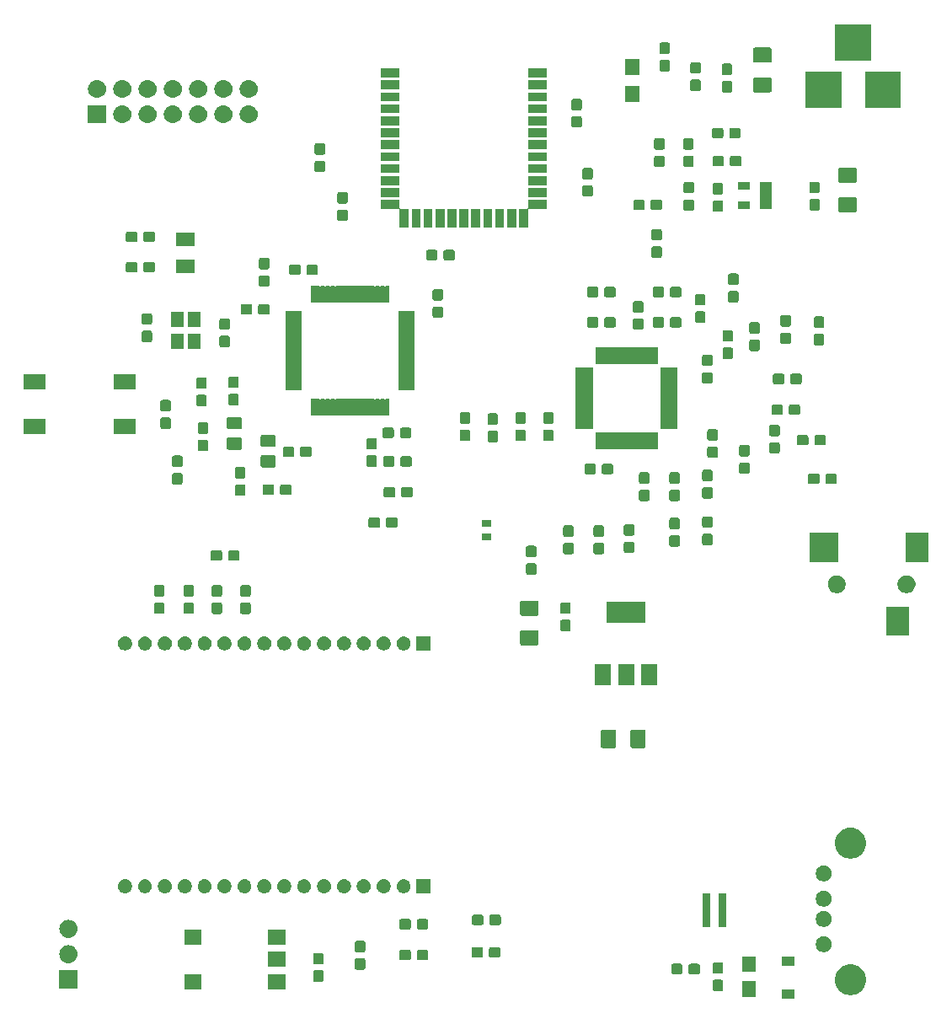
<source format=gbr>
G04 #@! TF.GenerationSoftware,KiCad,Pcbnew,5.1.0-unknown-03bce55~94~ubuntu16.04.1*
G04 #@! TF.CreationDate,2019-06-06T22:48:09-05:00*
G04 #@! TF.ProjectId,Embebidos_2019,456d6265-6269-4646-9f73-5f323031392e,rev?*
G04 #@! TF.SameCoordinates,Original*
G04 #@! TF.FileFunction,Soldermask,Top*
G04 #@! TF.FilePolarity,Negative*
%FSLAX46Y46*%
G04 Gerber Fmt 4.6, Leading zero omitted, Abs format (unit mm)*
G04 Created by KiCad (PCBNEW 5.1.0-unknown-03bce55~94~ubuntu16.04.1) date 2019-06-06 22:48:09*
%MOMM*%
%LPD*%
G04 APERTURE LIST*
%ADD10C,0.100000*%
G04 APERTURE END LIST*
D10*
G36*
X103231000Y-123476000D02*
G01*
X101929000Y-123476000D01*
X101929000Y-122474000D01*
X103231000Y-122474000D01*
X103231000Y-123476000D01*
X103231000Y-123476000D01*
G37*
G36*
X99326000Y-123266000D02*
G01*
X97974000Y-123266000D01*
X97974000Y-121664000D01*
X99326000Y-121664000D01*
X99326000Y-123266000D01*
X99326000Y-123266000D01*
G37*
G36*
X109044617Y-119980691D02*
G01*
X109270410Y-120025604D01*
X109552674Y-120142521D01*
X109806705Y-120312259D01*
X110022741Y-120528295D01*
X110192479Y-120782326D01*
X110271665Y-120973500D01*
X110309396Y-121064591D01*
X110369000Y-121364239D01*
X110369000Y-121669761D01*
X110362844Y-121700708D01*
X110309396Y-121969410D01*
X110192479Y-122251674D01*
X110022741Y-122505705D01*
X109806705Y-122721741D01*
X109552674Y-122891479D01*
X109270410Y-123008396D01*
X109120585Y-123038198D01*
X108970761Y-123068000D01*
X108665239Y-123068000D01*
X108515415Y-123038198D01*
X108365590Y-123008396D01*
X108083326Y-122891479D01*
X107829295Y-122721741D01*
X107613259Y-122505705D01*
X107443521Y-122251674D01*
X107326604Y-121969410D01*
X107273156Y-121700708D01*
X107267000Y-121669761D01*
X107267000Y-121364239D01*
X107326604Y-121064591D01*
X107364335Y-120973500D01*
X107443521Y-120782326D01*
X107613259Y-120528295D01*
X107829295Y-120312259D01*
X108083326Y-120142521D01*
X108365590Y-120025604D01*
X108591383Y-119980691D01*
X108665239Y-119966000D01*
X108970761Y-119966000D01*
X109044617Y-119980691D01*
X109044617Y-119980691D01*
G37*
G36*
X95874499Y-121523445D02*
G01*
X95911995Y-121534820D01*
X95946554Y-121553292D01*
X95976847Y-121578153D01*
X96001708Y-121608446D01*
X96020180Y-121643005D01*
X96031555Y-121680501D01*
X96036000Y-121725638D01*
X96036000Y-122464362D01*
X96031555Y-122509499D01*
X96020180Y-122546995D01*
X96001708Y-122581554D01*
X95976847Y-122611847D01*
X95946554Y-122636708D01*
X95911995Y-122655180D01*
X95874499Y-122666555D01*
X95829362Y-122671000D01*
X95190638Y-122671000D01*
X95145501Y-122666555D01*
X95108005Y-122655180D01*
X95073446Y-122636708D01*
X95043153Y-122611847D01*
X95018292Y-122581554D01*
X94999820Y-122546995D01*
X94988445Y-122509499D01*
X94984000Y-122464362D01*
X94984000Y-121725638D01*
X94988445Y-121680501D01*
X94999820Y-121643005D01*
X95018292Y-121608446D01*
X95043153Y-121578153D01*
X95073446Y-121553292D01*
X95108005Y-121534820D01*
X95145501Y-121523445D01*
X95190638Y-121519000D01*
X95829362Y-121519000D01*
X95874499Y-121523445D01*
X95874499Y-121523445D01*
G37*
G36*
X52026100Y-122472500D02*
G01*
X50323900Y-122472500D01*
X50323900Y-120973500D01*
X52026100Y-120973500D01*
X52026100Y-122472500D01*
X52026100Y-122472500D01*
G37*
G36*
X43618700Y-122472500D02*
G01*
X41916500Y-122472500D01*
X41916500Y-120973500D01*
X43618700Y-120973500D01*
X43618700Y-122472500D01*
X43618700Y-122472500D01*
G37*
G36*
X31126000Y-122391000D02*
G01*
X29324000Y-122391000D01*
X29324000Y-120589000D01*
X31126000Y-120589000D01*
X31126000Y-122391000D01*
X31126000Y-122391000D01*
G37*
G36*
X55707499Y-120587445D02*
G01*
X55744995Y-120598820D01*
X55779554Y-120617292D01*
X55809847Y-120642153D01*
X55834708Y-120672446D01*
X55853180Y-120707005D01*
X55864555Y-120744501D01*
X55869000Y-120789638D01*
X55869000Y-121528362D01*
X55864555Y-121573499D01*
X55853180Y-121610995D01*
X55834708Y-121645554D01*
X55809847Y-121675847D01*
X55779554Y-121700708D01*
X55744995Y-121719180D01*
X55707499Y-121730555D01*
X55662362Y-121735000D01*
X55023638Y-121735000D01*
X54978501Y-121730555D01*
X54941005Y-121719180D01*
X54906446Y-121700708D01*
X54876153Y-121675847D01*
X54851292Y-121645554D01*
X54832820Y-121610995D01*
X54821445Y-121573499D01*
X54817000Y-121528362D01*
X54817000Y-120789638D01*
X54821445Y-120744501D01*
X54832820Y-120707005D01*
X54851292Y-120672446D01*
X54876153Y-120642153D01*
X54906446Y-120617292D01*
X54941005Y-120598820D01*
X54978501Y-120587445D01*
X55023638Y-120583000D01*
X55662362Y-120583000D01*
X55707499Y-120587445D01*
X55707499Y-120587445D01*
G37*
G36*
X91789499Y-119923445D02*
G01*
X91826995Y-119934820D01*
X91861554Y-119953292D01*
X91891847Y-119978153D01*
X91916708Y-120008446D01*
X91935180Y-120043005D01*
X91946555Y-120080501D01*
X91951000Y-120125638D01*
X91951000Y-120764362D01*
X91946555Y-120809499D01*
X91935180Y-120846995D01*
X91916708Y-120881554D01*
X91891847Y-120911847D01*
X91861554Y-120936708D01*
X91826995Y-120955180D01*
X91789499Y-120966555D01*
X91744362Y-120971000D01*
X91005638Y-120971000D01*
X90960501Y-120966555D01*
X90923005Y-120955180D01*
X90888446Y-120936708D01*
X90858153Y-120911847D01*
X90833292Y-120881554D01*
X90814820Y-120846995D01*
X90803445Y-120809499D01*
X90799000Y-120764362D01*
X90799000Y-120125638D01*
X90803445Y-120080501D01*
X90814820Y-120043005D01*
X90833292Y-120008446D01*
X90858153Y-119978153D01*
X90888446Y-119953292D01*
X90923005Y-119934820D01*
X90960501Y-119923445D01*
X91005638Y-119919000D01*
X91744362Y-119919000D01*
X91789499Y-119923445D01*
X91789499Y-119923445D01*
G37*
G36*
X93539499Y-119923445D02*
G01*
X93576995Y-119934820D01*
X93611554Y-119953292D01*
X93641847Y-119978153D01*
X93666708Y-120008446D01*
X93685180Y-120043005D01*
X93696555Y-120080501D01*
X93701000Y-120125638D01*
X93701000Y-120764362D01*
X93696555Y-120809499D01*
X93685180Y-120846995D01*
X93666708Y-120881554D01*
X93641847Y-120911847D01*
X93611554Y-120936708D01*
X93576995Y-120955180D01*
X93539499Y-120966555D01*
X93494362Y-120971000D01*
X92755638Y-120971000D01*
X92710501Y-120966555D01*
X92673005Y-120955180D01*
X92638446Y-120936708D01*
X92608153Y-120911847D01*
X92583292Y-120881554D01*
X92564820Y-120846995D01*
X92553445Y-120809499D01*
X92549000Y-120764362D01*
X92549000Y-120125638D01*
X92553445Y-120080501D01*
X92564820Y-120043005D01*
X92583292Y-120008446D01*
X92608153Y-119978153D01*
X92638446Y-119953292D01*
X92673005Y-119934820D01*
X92710501Y-119923445D01*
X92755638Y-119919000D01*
X93494362Y-119919000D01*
X93539499Y-119923445D01*
X93539499Y-119923445D01*
G37*
G36*
X95874499Y-119773445D02*
G01*
X95911995Y-119784820D01*
X95946554Y-119803292D01*
X95976847Y-119828153D01*
X96001708Y-119858446D01*
X96020180Y-119893005D01*
X96031555Y-119930501D01*
X96036000Y-119975638D01*
X96036000Y-120714362D01*
X96031555Y-120759499D01*
X96020180Y-120796995D01*
X96001708Y-120831554D01*
X95976847Y-120861847D01*
X95946554Y-120886708D01*
X95911995Y-120905180D01*
X95874499Y-120916555D01*
X95829362Y-120921000D01*
X95190638Y-120921000D01*
X95145501Y-120916555D01*
X95108005Y-120905180D01*
X95073446Y-120886708D01*
X95043153Y-120861847D01*
X95018292Y-120831554D01*
X94999820Y-120796995D01*
X94988445Y-120759499D01*
X94984000Y-120714362D01*
X94984000Y-119975638D01*
X94988445Y-119930501D01*
X94999820Y-119893005D01*
X95018292Y-119858446D01*
X95043153Y-119828153D01*
X95073446Y-119803292D01*
X95108005Y-119784820D01*
X95145501Y-119773445D01*
X95190638Y-119769000D01*
X95829362Y-119769000D01*
X95874499Y-119773445D01*
X95874499Y-119773445D01*
G37*
G36*
X99326000Y-120766000D02*
G01*
X97974000Y-120766000D01*
X97974000Y-119164000D01*
X99326000Y-119164000D01*
X99326000Y-120766000D01*
X99326000Y-120766000D01*
G37*
G36*
X59914499Y-119378445D02*
G01*
X59951995Y-119389820D01*
X59986554Y-119408292D01*
X60016847Y-119433153D01*
X60041708Y-119463446D01*
X60060180Y-119498005D01*
X60071555Y-119535501D01*
X60076000Y-119580638D01*
X60076000Y-120319362D01*
X60071555Y-120364499D01*
X60060180Y-120401995D01*
X60041708Y-120436554D01*
X60016847Y-120466847D01*
X59986554Y-120491708D01*
X59951995Y-120510180D01*
X59914499Y-120521555D01*
X59869362Y-120526000D01*
X59230638Y-120526000D01*
X59185501Y-120521555D01*
X59148005Y-120510180D01*
X59113446Y-120491708D01*
X59083153Y-120466847D01*
X59058292Y-120436554D01*
X59039820Y-120401995D01*
X59028445Y-120364499D01*
X59024000Y-120319362D01*
X59024000Y-119580638D01*
X59028445Y-119535501D01*
X59039820Y-119498005D01*
X59058292Y-119463446D01*
X59083153Y-119433153D01*
X59113446Y-119408292D01*
X59148005Y-119389820D01*
X59185501Y-119378445D01*
X59230638Y-119374000D01*
X59869362Y-119374000D01*
X59914499Y-119378445D01*
X59914499Y-119378445D01*
G37*
G36*
X52026100Y-120224600D02*
G01*
X50323900Y-120224600D01*
X50323900Y-118725600D01*
X52026100Y-118725600D01*
X52026100Y-120224600D01*
X52026100Y-120224600D01*
G37*
G36*
X103231000Y-120176000D02*
G01*
X101929000Y-120176000D01*
X101929000Y-119174000D01*
X103231000Y-119174000D01*
X103231000Y-120176000D01*
X103231000Y-120176000D01*
G37*
G36*
X55707499Y-118837445D02*
G01*
X55744995Y-118848820D01*
X55779554Y-118867292D01*
X55809847Y-118892153D01*
X55834708Y-118922446D01*
X55853180Y-118957005D01*
X55864555Y-118994501D01*
X55869000Y-119039638D01*
X55869000Y-119778362D01*
X55864555Y-119823499D01*
X55853180Y-119860995D01*
X55834708Y-119895554D01*
X55809847Y-119925847D01*
X55779554Y-119950708D01*
X55744995Y-119969180D01*
X55707499Y-119980555D01*
X55662362Y-119985000D01*
X55023638Y-119985000D01*
X54978501Y-119980555D01*
X54941005Y-119969180D01*
X54906446Y-119950708D01*
X54876153Y-119925847D01*
X54851292Y-119895554D01*
X54832820Y-119860995D01*
X54821445Y-119823499D01*
X54817000Y-119778362D01*
X54817000Y-119039638D01*
X54821445Y-118994501D01*
X54832820Y-118957005D01*
X54851292Y-118922446D01*
X54876153Y-118892153D01*
X54906446Y-118867292D01*
X54941005Y-118848820D01*
X54978501Y-118837445D01*
X55023638Y-118833000D01*
X55662362Y-118833000D01*
X55707499Y-118837445D01*
X55707499Y-118837445D01*
G37*
G36*
X30335443Y-118055519D02*
G01*
X30401627Y-118062037D01*
X30571466Y-118113557D01*
X30727991Y-118197222D01*
X30763729Y-118226552D01*
X30865186Y-118309814D01*
X30908017Y-118362005D01*
X30977778Y-118447009D01*
X31061443Y-118603534D01*
X31112963Y-118773373D01*
X31130359Y-118950000D01*
X31112963Y-119126627D01*
X31061443Y-119296466D01*
X30977778Y-119452991D01*
X30955157Y-119480554D01*
X30865186Y-119590186D01*
X30763729Y-119673448D01*
X30727991Y-119702778D01*
X30727989Y-119702779D01*
X30574503Y-119784820D01*
X30571466Y-119786443D01*
X30401627Y-119837963D01*
X30335442Y-119844482D01*
X30269260Y-119851000D01*
X30180740Y-119851000D01*
X30114558Y-119844482D01*
X30048373Y-119837963D01*
X29878534Y-119786443D01*
X29875498Y-119784820D01*
X29722011Y-119702779D01*
X29722009Y-119702778D01*
X29686271Y-119673448D01*
X29584814Y-119590186D01*
X29494843Y-119480554D01*
X29472222Y-119452991D01*
X29388557Y-119296466D01*
X29337037Y-119126627D01*
X29319641Y-118950000D01*
X29337037Y-118773373D01*
X29388557Y-118603534D01*
X29472222Y-118447009D01*
X29541983Y-118362005D01*
X29584814Y-118309814D01*
X29686271Y-118226552D01*
X29722009Y-118197222D01*
X29878534Y-118113557D01*
X30048373Y-118062037D01*
X30114557Y-118055519D01*
X30180740Y-118049000D01*
X30269260Y-118049000D01*
X30335443Y-118055519D01*
X30335443Y-118055519D01*
G37*
G36*
X64477499Y-118522445D02*
G01*
X64514995Y-118533820D01*
X64549554Y-118552292D01*
X64579847Y-118577153D01*
X64604708Y-118607446D01*
X64623180Y-118642005D01*
X64634555Y-118679501D01*
X64639000Y-118724638D01*
X64639000Y-119363362D01*
X64634555Y-119408499D01*
X64623180Y-119445995D01*
X64604708Y-119480554D01*
X64579847Y-119510847D01*
X64549554Y-119535708D01*
X64514995Y-119554180D01*
X64477499Y-119565555D01*
X64432362Y-119570000D01*
X63693638Y-119570000D01*
X63648501Y-119565555D01*
X63611005Y-119554180D01*
X63576446Y-119535708D01*
X63546153Y-119510847D01*
X63521292Y-119480554D01*
X63502820Y-119445995D01*
X63491445Y-119408499D01*
X63487000Y-119363362D01*
X63487000Y-118724638D01*
X63491445Y-118679501D01*
X63502820Y-118642005D01*
X63521292Y-118607446D01*
X63546153Y-118577153D01*
X63576446Y-118552292D01*
X63611005Y-118533820D01*
X63648501Y-118522445D01*
X63693638Y-118518000D01*
X64432362Y-118518000D01*
X64477499Y-118522445D01*
X64477499Y-118522445D01*
G37*
G36*
X66227499Y-118522445D02*
G01*
X66264995Y-118533820D01*
X66299554Y-118552292D01*
X66329847Y-118577153D01*
X66354708Y-118607446D01*
X66373180Y-118642005D01*
X66384555Y-118679501D01*
X66389000Y-118724638D01*
X66389000Y-119363362D01*
X66384555Y-119408499D01*
X66373180Y-119445995D01*
X66354708Y-119480554D01*
X66329847Y-119510847D01*
X66299554Y-119535708D01*
X66264995Y-119554180D01*
X66227499Y-119565555D01*
X66182362Y-119570000D01*
X65443638Y-119570000D01*
X65398501Y-119565555D01*
X65361005Y-119554180D01*
X65326446Y-119535708D01*
X65296153Y-119510847D01*
X65271292Y-119480554D01*
X65252820Y-119445995D01*
X65241445Y-119408499D01*
X65237000Y-119363362D01*
X65237000Y-118724638D01*
X65241445Y-118679501D01*
X65252820Y-118642005D01*
X65271292Y-118607446D01*
X65296153Y-118577153D01*
X65326446Y-118552292D01*
X65361005Y-118533820D01*
X65398501Y-118522445D01*
X65443638Y-118518000D01*
X66182362Y-118518000D01*
X66227499Y-118522445D01*
X66227499Y-118522445D01*
G37*
G36*
X73492499Y-118242445D02*
G01*
X73529995Y-118253820D01*
X73564554Y-118272292D01*
X73594847Y-118297153D01*
X73619708Y-118327446D01*
X73638180Y-118362005D01*
X73649555Y-118399501D01*
X73654000Y-118444638D01*
X73654000Y-119083362D01*
X73649555Y-119128499D01*
X73638180Y-119165995D01*
X73619708Y-119200554D01*
X73594847Y-119230847D01*
X73564554Y-119255708D01*
X73529995Y-119274180D01*
X73492499Y-119285555D01*
X73447362Y-119290000D01*
X72708638Y-119290000D01*
X72663501Y-119285555D01*
X72626005Y-119274180D01*
X72591446Y-119255708D01*
X72561153Y-119230847D01*
X72536292Y-119200554D01*
X72517820Y-119165995D01*
X72506445Y-119128499D01*
X72502000Y-119083362D01*
X72502000Y-118444638D01*
X72506445Y-118399501D01*
X72517820Y-118362005D01*
X72536292Y-118327446D01*
X72561153Y-118297153D01*
X72591446Y-118272292D01*
X72626005Y-118253820D01*
X72663501Y-118242445D01*
X72708638Y-118238000D01*
X73447362Y-118238000D01*
X73492499Y-118242445D01*
X73492499Y-118242445D01*
G37*
G36*
X71742499Y-118242445D02*
G01*
X71779995Y-118253820D01*
X71814554Y-118272292D01*
X71844847Y-118297153D01*
X71869708Y-118327446D01*
X71888180Y-118362005D01*
X71899555Y-118399501D01*
X71904000Y-118444638D01*
X71904000Y-119083362D01*
X71899555Y-119128499D01*
X71888180Y-119165995D01*
X71869708Y-119200554D01*
X71844847Y-119230847D01*
X71814554Y-119255708D01*
X71779995Y-119274180D01*
X71742499Y-119285555D01*
X71697362Y-119290000D01*
X70958638Y-119290000D01*
X70913501Y-119285555D01*
X70876005Y-119274180D01*
X70841446Y-119255708D01*
X70811153Y-119230847D01*
X70786292Y-119200554D01*
X70767820Y-119165995D01*
X70756445Y-119128499D01*
X70752000Y-119083362D01*
X70752000Y-118444638D01*
X70756445Y-118399501D01*
X70767820Y-118362005D01*
X70786292Y-118327446D01*
X70811153Y-118297153D01*
X70841446Y-118272292D01*
X70876005Y-118253820D01*
X70913501Y-118242445D01*
X70958638Y-118238000D01*
X71697362Y-118238000D01*
X71742499Y-118242445D01*
X71742499Y-118242445D01*
G37*
G36*
X59914499Y-117628445D02*
G01*
X59951995Y-117639820D01*
X59986554Y-117658292D01*
X60016847Y-117683153D01*
X60041708Y-117713446D01*
X60060180Y-117748005D01*
X60071555Y-117785501D01*
X60076000Y-117830638D01*
X60076000Y-118569362D01*
X60071555Y-118614499D01*
X60060180Y-118651995D01*
X60041708Y-118686554D01*
X60016847Y-118716847D01*
X59986554Y-118741708D01*
X59951995Y-118760180D01*
X59914499Y-118771555D01*
X59869362Y-118776000D01*
X59230638Y-118776000D01*
X59185501Y-118771555D01*
X59148005Y-118760180D01*
X59113446Y-118741708D01*
X59083153Y-118716847D01*
X59058292Y-118686554D01*
X59039820Y-118651995D01*
X59028445Y-118614499D01*
X59024000Y-118569362D01*
X59024000Y-117830638D01*
X59028445Y-117785501D01*
X59039820Y-117748005D01*
X59058292Y-117713446D01*
X59083153Y-117683153D01*
X59113446Y-117658292D01*
X59148005Y-117639820D01*
X59185501Y-117628445D01*
X59230638Y-117624000D01*
X59869362Y-117624000D01*
X59914499Y-117628445D01*
X59914499Y-117628445D01*
G37*
G36*
X106381642Y-117186781D02*
G01*
X106525678Y-117246443D01*
X106527416Y-117247163D01*
X106658608Y-117334822D01*
X106770178Y-117446392D01*
X106857837Y-117577584D01*
X106857838Y-117577586D01*
X106918219Y-117723358D01*
X106949000Y-117878107D01*
X106949000Y-118035893D01*
X106918219Y-118190642D01*
X106857838Y-118336414D01*
X106857837Y-118336416D01*
X106770178Y-118467608D01*
X106658608Y-118579178D01*
X106527416Y-118666837D01*
X106527415Y-118666838D01*
X106527414Y-118666838D01*
X106381642Y-118727219D01*
X106226893Y-118758000D01*
X106069107Y-118758000D01*
X105914358Y-118727219D01*
X105768586Y-118666838D01*
X105768585Y-118666838D01*
X105768584Y-118666837D01*
X105637392Y-118579178D01*
X105525822Y-118467608D01*
X105438163Y-118336416D01*
X105438162Y-118336414D01*
X105377781Y-118190642D01*
X105347000Y-118035893D01*
X105347000Y-117878107D01*
X105377781Y-117723358D01*
X105438162Y-117577586D01*
X105438163Y-117577584D01*
X105525822Y-117446392D01*
X105637392Y-117334822D01*
X105768584Y-117247163D01*
X105770322Y-117246443D01*
X105914358Y-117186781D01*
X106069107Y-117156000D01*
X106226893Y-117156000D01*
X106381642Y-117186781D01*
X106381642Y-117186781D01*
G37*
G36*
X43618700Y-117976700D02*
G01*
X41916500Y-117976700D01*
X41916500Y-116477700D01*
X43618700Y-116477700D01*
X43618700Y-117976700D01*
X43618700Y-117976700D01*
G37*
G36*
X52026100Y-117976700D02*
G01*
X50323900Y-117976700D01*
X50323900Y-116477700D01*
X52026100Y-116477700D01*
X52026100Y-117976700D01*
X52026100Y-117976700D01*
G37*
G36*
X30335442Y-115515518D02*
G01*
X30401627Y-115522037D01*
X30571466Y-115573557D01*
X30727991Y-115657222D01*
X30763729Y-115686552D01*
X30865186Y-115769814D01*
X30948448Y-115871271D01*
X30977778Y-115907009D01*
X31061443Y-116063534D01*
X31112963Y-116233373D01*
X31130359Y-116410000D01*
X31112963Y-116586627D01*
X31061443Y-116756466D01*
X30977778Y-116912991D01*
X30948448Y-116948729D01*
X30865186Y-117050186D01*
X30763729Y-117133448D01*
X30727991Y-117162778D01*
X30571466Y-117246443D01*
X30401627Y-117297963D01*
X30335443Y-117304481D01*
X30269260Y-117311000D01*
X30180740Y-117311000D01*
X30114557Y-117304481D01*
X30048373Y-117297963D01*
X29878534Y-117246443D01*
X29722009Y-117162778D01*
X29686271Y-117133448D01*
X29584814Y-117050186D01*
X29501552Y-116948729D01*
X29472222Y-116912991D01*
X29388557Y-116756466D01*
X29337037Y-116586627D01*
X29319641Y-116410000D01*
X29337037Y-116233373D01*
X29388557Y-116063534D01*
X29472222Y-115907009D01*
X29501552Y-115871271D01*
X29584814Y-115769814D01*
X29686271Y-115686552D01*
X29722009Y-115657222D01*
X29878534Y-115573557D01*
X30048373Y-115522037D01*
X30114558Y-115515518D01*
X30180740Y-115509000D01*
X30269260Y-115509000D01*
X30335442Y-115515518D01*
X30335442Y-115515518D01*
G37*
G36*
X66227499Y-115432445D02*
G01*
X66264995Y-115443820D01*
X66299554Y-115462292D01*
X66329847Y-115487153D01*
X66354708Y-115517446D01*
X66373180Y-115552005D01*
X66384555Y-115589501D01*
X66389000Y-115634638D01*
X66389000Y-116273362D01*
X66384555Y-116318499D01*
X66373180Y-116355995D01*
X66354708Y-116390554D01*
X66329847Y-116420847D01*
X66299554Y-116445708D01*
X66264995Y-116464180D01*
X66227499Y-116475555D01*
X66182362Y-116480000D01*
X65443638Y-116480000D01*
X65398501Y-116475555D01*
X65361005Y-116464180D01*
X65326446Y-116445708D01*
X65296153Y-116420847D01*
X65271292Y-116390554D01*
X65252820Y-116355995D01*
X65241445Y-116318499D01*
X65237000Y-116273362D01*
X65237000Y-115634638D01*
X65241445Y-115589501D01*
X65252820Y-115552005D01*
X65271292Y-115517446D01*
X65296153Y-115487153D01*
X65326446Y-115462292D01*
X65361005Y-115443820D01*
X65398501Y-115432445D01*
X65443638Y-115428000D01*
X66182362Y-115428000D01*
X66227499Y-115432445D01*
X66227499Y-115432445D01*
G37*
G36*
X64477499Y-115432445D02*
G01*
X64514995Y-115443820D01*
X64549554Y-115462292D01*
X64579847Y-115487153D01*
X64604708Y-115517446D01*
X64623180Y-115552005D01*
X64634555Y-115589501D01*
X64639000Y-115634638D01*
X64639000Y-116273362D01*
X64634555Y-116318499D01*
X64623180Y-116355995D01*
X64604708Y-116390554D01*
X64579847Y-116420847D01*
X64549554Y-116445708D01*
X64514995Y-116464180D01*
X64477499Y-116475555D01*
X64432362Y-116480000D01*
X63693638Y-116480000D01*
X63648501Y-116475555D01*
X63611005Y-116464180D01*
X63576446Y-116445708D01*
X63546153Y-116420847D01*
X63521292Y-116390554D01*
X63502820Y-116355995D01*
X63491445Y-116318499D01*
X63487000Y-116273362D01*
X63487000Y-115634638D01*
X63491445Y-115589501D01*
X63502820Y-115552005D01*
X63521292Y-115517446D01*
X63546153Y-115487153D01*
X63576446Y-115462292D01*
X63611005Y-115443820D01*
X63648501Y-115432445D01*
X63693638Y-115428000D01*
X64432362Y-115428000D01*
X64477499Y-115432445D01*
X64477499Y-115432445D01*
G37*
G36*
X106381642Y-114646781D02*
G01*
X106527414Y-114707162D01*
X106527416Y-114707163D01*
X106658608Y-114794822D01*
X106770178Y-114906392D01*
X106857837Y-115037584D01*
X106857838Y-115037586D01*
X106918219Y-115183358D01*
X106949000Y-115338107D01*
X106949000Y-115495893D01*
X106918219Y-115650642D01*
X106857838Y-115796414D01*
X106857837Y-115796416D01*
X106770178Y-115927608D01*
X106658608Y-116039178D01*
X106527416Y-116126837D01*
X106527415Y-116126838D01*
X106527414Y-116126838D01*
X106381642Y-116187219D01*
X106226893Y-116218000D01*
X106069107Y-116218000D01*
X105914358Y-116187219D01*
X105768586Y-116126838D01*
X105768585Y-116126838D01*
X105768584Y-116126837D01*
X105637392Y-116039178D01*
X105525822Y-115927608D01*
X105438163Y-115796416D01*
X105438162Y-115796414D01*
X105377781Y-115650642D01*
X105347000Y-115495893D01*
X105347000Y-115338107D01*
X105377781Y-115183358D01*
X105438162Y-115037586D01*
X105438163Y-115037584D01*
X105525822Y-114906392D01*
X105637392Y-114794822D01*
X105768584Y-114707163D01*
X105768586Y-114707162D01*
X105914358Y-114646781D01*
X106069107Y-114616000D01*
X106226893Y-114616000D01*
X106381642Y-114646781D01*
X106381642Y-114646781D01*
G37*
G36*
X94756500Y-116209600D02*
G01*
X93994100Y-116209600D01*
X93994100Y-112880400D01*
X94756500Y-112880400D01*
X94756500Y-116209600D01*
X94756500Y-116209600D01*
G37*
G36*
X96305900Y-116209600D02*
G01*
X95543500Y-116209600D01*
X95543500Y-112880400D01*
X96305900Y-112880400D01*
X96305900Y-116209600D01*
X96305900Y-116209600D01*
G37*
G36*
X73532499Y-114992445D02*
G01*
X73569995Y-115003820D01*
X73604554Y-115022292D01*
X73634847Y-115047153D01*
X73659708Y-115077446D01*
X73678180Y-115112005D01*
X73689555Y-115149501D01*
X73694000Y-115194638D01*
X73694000Y-115833362D01*
X73689555Y-115878499D01*
X73678180Y-115915995D01*
X73659708Y-115950554D01*
X73634847Y-115980847D01*
X73604554Y-116005708D01*
X73569995Y-116024180D01*
X73532499Y-116035555D01*
X73487362Y-116040000D01*
X72748638Y-116040000D01*
X72703501Y-116035555D01*
X72666005Y-116024180D01*
X72631446Y-116005708D01*
X72601153Y-115980847D01*
X72576292Y-115950554D01*
X72557820Y-115915995D01*
X72546445Y-115878499D01*
X72542000Y-115833362D01*
X72542000Y-115194638D01*
X72546445Y-115149501D01*
X72557820Y-115112005D01*
X72576292Y-115077446D01*
X72601153Y-115047153D01*
X72631446Y-115022292D01*
X72666005Y-115003820D01*
X72703501Y-114992445D01*
X72748638Y-114988000D01*
X73487362Y-114988000D01*
X73532499Y-114992445D01*
X73532499Y-114992445D01*
G37*
G36*
X71782499Y-114992445D02*
G01*
X71819995Y-115003820D01*
X71854554Y-115022292D01*
X71884847Y-115047153D01*
X71909708Y-115077446D01*
X71928180Y-115112005D01*
X71939555Y-115149501D01*
X71944000Y-115194638D01*
X71944000Y-115833362D01*
X71939555Y-115878499D01*
X71928180Y-115915995D01*
X71909708Y-115950554D01*
X71884847Y-115980847D01*
X71854554Y-116005708D01*
X71819995Y-116024180D01*
X71782499Y-116035555D01*
X71737362Y-116040000D01*
X70998638Y-116040000D01*
X70953501Y-116035555D01*
X70916005Y-116024180D01*
X70881446Y-116005708D01*
X70851153Y-115980847D01*
X70826292Y-115950554D01*
X70807820Y-115915995D01*
X70796445Y-115878499D01*
X70792000Y-115833362D01*
X70792000Y-115194638D01*
X70796445Y-115149501D01*
X70807820Y-115112005D01*
X70826292Y-115077446D01*
X70851153Y-115047153D01*
X70881446Y-115022292D01*
X70916005Y-115003820D01*
X70953501Y-114992445D01*
X70998638Y-114988000D01*
X71737362Y-114988000D01*
X71782499Y-114992445D01*
X71782499Y-114992445D01*
G37*
G36*
X106381642Y-112616781D02*
G01*
X106527414Y-112677162D01*
X106527416Y-112677163D01*
X106658608Y-112764822D01*
X106770178Y-112876392D01*
X106857837Y-113007584D01*
X106857838Y-113007586D01*
X106918219Y-113153358D01*
X106949000Y-113308107D01*
X106949000Y-113465893D01*
X106918219Y-113620642D01*
X106857838Y-113766414D01*
X106857837Y-113766416D01*
X106770178Y-113897608D01*
X106658608Y-114009178D01*
X106527416Y-114096837D01*
X106527415Y-114096838D01*
X106527414Y-114096838D01*
X106381642Y-114157219D01*
X106226893Y-114188000D01*
X106069107Y-114188000D01*
X105914358Y-114157219D01*
X105768586Y-114096838D01*
X105768585Y-114096838D01*
X105768584Y-114096837D01*
X105637392Y-114009178D01*
X105525822Y-113897608D01*
X105438163Y-113766416D01*
X105438162Y-113766414D01*
X105377781Y-113620642D01*
X105347000Y-113465893D01*
X105347000Y-113308107D01*
X105377781Y-113153358D01*
X105438162Y-113007586D01*
X105438163Y-113007584D01*
X105525822Y-112876392D01*
X105637392Y-112764822D01*
X105768584Y-112677163D01*
X105768586Y-112677162D01*
X105914358Y-112616781D01*
X106069107Y-112586000D01*
X106226893Y-112586000D01*
X106381642Y-112616781D01*
X106381642Y-112616781D01*
G37*
G36*
X36125825Y-111451006D02*
G01*
X36189865Y-111477532D01*
X36253906Y-111504059D01*
X36369171Y-111581076D01*
X36467204Y-111679109D01*
X36544221Y-111794374D01*
X36597274Y-111922456D01*
X36624320Y-112058423D01*
X36624320Y-112197057D01*
X36597274Y-112333024D01*
X36544221Y-112461106D01*
X36467204Y-112576371D01*
X36369171Y-112674404D01*
X36253906Y-112751421D01*
X36189865Y-112777948D01*
X36125825Y-112804474D01*
X36057840Y-112817997D01*
X35989857Y-112831520D01*
X35851223Y-112831520D01*
X35783240Y-112817997D01*
X35715255Y-112804474D01*
X35651215Y-112777948D01*
X35587174Y-112751421D01*
X35471909Y-112674404D01*
X35373876Y-112576371D01*
X35296859Y-112461106D01*
X35243806Y-112333024D01*
X35216760Y-112197057D01*
X35216760Y-112058423D01*
X35243806Y-111922456D01*
X35296859Y-111794374D01*
X35373876Y-111679109D01*
X35471909Y-111581076D01*
X35587174Y-111504059D01*
X35651215Y-111477532D01*
X35715255Y-111451006D01*
X35851223Y-111423960D01*
X35989857Y-111423960D01*
X36125825Y-111451006D01*
X36125825Y-111451006D01*
G37*
G36*
X54124265Y-111451006D02*
G01*
X54188305Y-111477532D01*
X54252346Y-111504059D01*
X54367611Y-111581076D01*
X54465644Y-111679109D01*
X54542661Y-111794374D01*
X54595714Y-111922456D01*
X54622760Y-112058423D01*
X54622760Y-112197057D01*
X54595714Y-112333024D01*
X54542661Y-112461106D01*
X54465644Y-112576371D01*
X54367611Y-112674404D01*
X54252346Y-112751421D01*
X54188305Y-112777948D01*
X54124265Y-112804474D01*
X54056280Y-112817997D01*
X53988297Y-112831520D01*
X53849663Y-112831520D01*
X53781680Y-112817997D01*
X53713695Y-112804474D01*
X53649655Y-112777948D01*
X53585614Y-112751421D01*
X53470349Y-112674404D01*
X53372316Y-112576371D01*
X53295299Y-112461106D01*
X53242246Y-112333024D01*
X53215200Y-112197057D01*
X53215200Y-112058423D01*
X53242246Y-111922456D01*
X53295299Y-111794374D01*
X53372316Y-111679109D01*
X53470349Y-111581076D01*
X53585614Y-111504059D01*
X53649655Y-111477532D01*
X53713695Y-111451006D01*
X53849663Y-111423960D01*
X53988297Y-111423960D01*
X54124265Y-111451006D01*
X54124265Y-111451006D01*
G37*
G36*
X52125285Y-111451006D02*
G01*
X52189325Y-111477532D01*
X52253366Y-111504059D01*
X52368631Y-111581076D01*
X52466664Y-111679109D01*
X52543681Y-111794374D01*
X52596734Y-111922456D01*
X52623780Y-112058423D01*
X52623780Y-112197057D01*
X52596734Y-112333024D01*
X52543681Y-112461106D01*
X52466664Y-112576371D01*
X52368631Y-112674404D01*
X52253366Y-112751421D01*
X52189325Y-112777948D01*
X52125285Y-112804474D01*
X52057300Y-112817997D01*
X51989317Y-112831520D01*
X51850683Y-112831520D01*
X51782700Y-112817997D01*
X51714715Y-112804474D01*
X51650675Y-112777948D01*
X51586634Y-112751421D01*
X51471369Y-112674404D01*
X51373336Y-112576371D01*
X51296319Y-112461106D01*
X51243266Y-112333024D01*
X51216220Y-112197057D01*
X51216220Y-112058423D01*
X51243266Y-111922456D01*
X51296319Y-111794374D01*
X51373336Y-111679109D01*
X51471369Y-111581076D01*
X51586634Y-111504059D01*
X51650675Y-111477532D01*
X51714715Y-111451006D01*
X51850683Y-111423960D01*
X51989317Y-111423960D01*
X52125285Y-111451006D01*
X52125285Y-111451006D01*
G37*
G36*
X50126305Y-111451006D02*
G01*
X50190345Y-111477532D01*
X50254386Y-111504059D01*
X50369651Y-111581076D01*
X50467684Y-111679109D01*
X50544701Y-111794374D01*
X50597754Y-111922456D01*
X50624800Y-112058423D01*
X50624800Y-112197057D01*
X50597754Y-112333024D01*
X50544701Y-112461106D01*
X50467684Y-112576371D01*
X50369651Y-112674404D01*
X50254386Y-112751421D01*
X50190345Y-112777948D01*
X50126305Y-112804474D01*
X50058320Y-112817997D01*
X49990337Y-112831520D01*
X49851703Y-112831520D01*
X49783720Y-112817997D01*
X49715735Y-112804474D01*
X49651695Y-112777948D01*
X49587654Y-112751421D01*
X49472389Y-112674404D01*
X49374356Y-112576371D01*
X49297339Y-112461106D01*
X49244286Y-112333024D01*
X49217240Y-112197057D01*
X49217240Y-112058423D01*
X49244286Y-111922456D01*
X49297339Y-111794374D01*
X49374356Y-111679109D01*
X49472389Y-111581076D01*
X49587654Y-111504059D01*
X49651695Y-111477532D01*
X49715735Y-111451006D01*
X49851703Y-111423960D01*
X49990337Y-111423960D01*
X50126305Y-111451006D01*
X50126305Y-111451006D01*
G37*
G36*
X48127325Y-111451006D02*
G01*
X48191365Y-111477532D01*
X48255406Y-111504059D01*
X48370671Y-111581076D01*
X48468704Y-111679109D01*
X48545721Y-111794374D01*
X48598774Y-111922456D01*
X48625820Y-112058423D01*
X48625820Y-112197057D01*
X48598774Y-112333024D01*
X48545721Y-112461106D01*
X48468704Y-112576371D01*
X48370671Y-112674404D01*
X48255406Y-112751421D01*
X48191365Y-112777948D01*
X48127325Y-112804474D01*
X48059340Y-112817997D01*
X47991357Y-112831520D01*
X47852723Y-112831520D01*
X47784740Y-112817997D01*
X47716755Y-112804474D01*
X47652715Y-112777948D01*
X47588674Y-112751421D01*
X47473409Y-112674404D01*
X47375376Y-112576371D01*
X47298359Y-112461106D01*
X47245306Y-112333024D01*
X47218260Y-112197057D01*
X47218260Y-112058423D01*
X47245306Y-111922456D01*
X47298359Y-111794374D01*
X47375376Y-111679109D01*
X47473409Y-111581076D01*
X47588674Y-111504059D01*
X47652715Y-111477532D01*
X47716755Y-111451006D01*
X47852723Y-111423960D01*
X47991357Y-111423960D01*
X48127325Y-111451006D01*
X48127325Y-111451006D01*
G37*
G36*
X46125805Y-111451006D02*
G01*
X46189845Y-111477532D01*
X46253886Y-111504059D01*
X46369151Y-111581076D01*
X46467184Y-111679109D01*
X46544201Y-111794374D01*
X46597254Y-111922456D01*
X46624300Y-112058423D01*
X46624300Y-112197057D01*
X46597254Y-112333024D01*
X46544201Y-112461106D01*
X46467184Y-112576371D01*
X46369151Y-112674404D01*
X46253886Y-112751421D01*
X46189845Y-112777948D01*
X46125805Y-112804474D01*
X46057820Y-112817997D01*
X45989837Y-112831520D01*
X45851203Y-112831520D01*
X45783220Y-112817997D01*
X45715235Y-112804474D01*
X45651195Y-112777948D01*
X45587154Y-112751421D01*
X45471889Y-112674404D01*
X45373856Y-112576371D01*
X45296839Y-112461106D01*
X45243786Y-112333024D01*
X45216740Y-112197057D01*
X45216740Y-112058423D01*
X45243786Y-111922456D01*
X45296839Y-111794374D01*
X45373856Y-111679109D01*
X45471889Y-111581076D01*
X45587154Y-111504059D01*
X45651195Y-111477532D01*
X45715235Y-111451006D01*
X45851203Y-111423960D01*
X45989837Y-111423960D01*
X46125805Y-111451006D01*
X46125805Y-111451006D01*
G37*
G36*
X44126825Y-111451006D02*
G01*
X44190865Y-111477532D01*
X44254906Y-111504059D01*
X44370171Y-111581076D01*
X44468204Y-111679109D01*
X44545221Y-111794374D01*
X44598274Y-111922456D01*
X44625320Y-112058423D01*
X44625320Y-112197057D01*
X44598274Y-112333024D01*
X44545221Y-112461106D01*
X44468204Y-112576371D01*
X44370171Y-112674404D01*
X44254906Y-112751421D01*
X44190865Y-112777948D01*
X44126825Y-112804474D01*
X44058840Y-112817997D01*
X43990857Y-112831520D01*
X43852223Y-112831520D01*
X43784240Y-112817997D01*
X43716255Y-112804474D01*
X43652215Y-112777948D01*
X43588174Y-112751421D01*
X43472909Y-112674404D01*
X43374876Y-112576371D01*
X43297859Y-112461106D01*
X43244806Y-112333024D01*
X43217760Y-112197057D01*
X43217760Y-112058423D01*
X43244806Y-111922456D01*
X43297859Y-111794374D01*
X43374876Y-111679109D01*
X43472909Y-111581076D01*
X43588174Y-111504059D01*
X43652215Y-111477532D01*
X43716255Y-111451006D01*
X43852223Y-111423960D01*
X43990857Y-111423960D01*
X44126825Y-111451006D01*
X44126825Y-111451006D01*
G37*
G36*
X42125305Y-111451006D02*
G01*
X42189345Y-111477532D01*
X42253386Y-111504059D01*
X42368651Y-111581076D01*
X42466684Y-111679109D01*
X42543701Y-111794374D01*
X42596754Y-111922456D01*
X42623800Y-112058423D01*
X42623800Y-112197057D01*
X42596754Y-112333024D01*
X42543701Y-112461106D01*
X42466684Y-112576371D01*
X42368651Y-112674404D01*
X42253386Y-112751421D01*
X42189345Y-112777948D01*
X42125305Y-112804474D01*
X42057320Y-112817997D01*
X41989337Y-112831520D01*
X41850703Y-112831520D01*
X41782720Y-112817997D01*
X41714735Y-112804474D01*
X41650695Y-112777948D01*
X41586654Y-112751421D01*
X41471389Y-112674404D01*
X41373356Y-112576371D01*
X41296339Y-112461106D01*
X41243286Y-112333024D01*
X41216240Y-112197057D01*
X41216240Y-112058423D01*
X41243286Y-111922456D01*
X41296339Y-111794374D01*
X41373356Y-111679109D01*
X41471389Y-111581076D01*
X41586654Y-111504059D01*
X41650695Y-111477532D01*
X41714735Y-111451006D01*
X41850703Y-111423960D01*
X41989337Y-111423960D01*
X42125305Y-111451006D01*
X42125305Y-111451006D01*
G37*
G36*
X40126325Y-111451006D02*
G01*
X40190365Y-111477532D01*
X40254406Y-111504059D01*
X40369671Y-111581076D01*
X40467704Y-111679109D01*
X40544721Y-111794374D01*
X40597774Y-111922456D01*
X40624820Y-112058423D01*
X40624820Y-112197057D01*
X40597774Y-112333024D01*
X40544721Y-112461106D01*
X40467704Y-112576371D01*
X40369671Y-112674404D01*
X40254406Y-112751421D01*
X40190365Y-112777948D01*
X40126325Y-112804474D01*
X40058340Y-112817997D01*
X39990357Y-112831520D01*
X39851723Y-112831520D01*
X39783740Y-112817997D01*
X39715755Y-112804474D01*
X39651715Y-112777948D01*
X39587674Y-112751421D01*
X39472409Y-112674404D01*
X39374376Y-112576371D01*
X39297359Y-112461106D01*
X39244306Y-112333024D01*
X39217260Y-112197057D01*
X39217260Y-112058423D01*
X39244306Y-111922456D01*
X39297359Y-111794374D01*
X39374376Y-111679109D01*
X39472409Y-111581076D01*
X39587674Y-111504059D01*
X39651715Y-111477532D01*
X39715755Y-111451006D01*
X39851723Y-111423960D01*
X39990357Y-111423960D01*
X40126325Y-111451006D01*
X40126325Y-111451006D01*
G37*
G36*
X38127345Y-111451006D02*
G01*
X38191385Y-111477532D01*
X38255426Y-111504059D01*
X38370691Y-111581076D01*
X38468724Y-111679109D01*
X38545741Y-111794374D01*
X38598794Y-111922456D01*
X38625840Y-112058423D01*
X38625840Y-112197057D01*
X38598794Y-112333024D01*
X38545741Y-112461106D01*
X38468724Y-112576371D01*
X38370691Y-112674404D01*
X38255426Y-112751421D01*
X38191385Y-112777948D01*
X38127345Y-112804474D01*
X38059360Y-112817997D01*
X37991377Y-112831520D01*
X37852743Y-112831520D01*
X37784760Y-112817997D01*
X37716775Y-112804474D01*
X37652735Y-112777948D01*
X37588694Y-112751421D01*
X37473429Y-112674404D01*
X37375396Y-112576371D01*
X37298379Y-112461106D01*
X37245326Y-112333024D01*
X37218280Y-112197057D01*
X37218280Y-112058423D01*
X37245326Y-111922456D01*
X37298379Y-111794374D01*
X37375396Y-111679109D01*
X37473429Y-111581076D01*
X37588694Y-111504059D01*
X37652735Y-111477532D01*
X37716775Y-111451006D01*
X37852743Y-111423960D01*
X37991377Y-111423960D01*
X38127345Y-111451006D01*
X38127345Y-111451006D01*
G37*
G36*
X58124765Y-111451006D02*
G01*
X58188805Y-111477532D01*
X58252846Y-111504059D01*
X58368111Y-111581076D01*
X58466144Y-111679109D01*
X58543161Y-111794374D01*
X58596214Y-111922456D01*
X58623260Y-112058423D01*
X58623260Y-112197057D01*
X58596214Y-112333024D01*
X58543161Y-112461106D01*
X58466144Y-112576371D01*
X58368111Y-112674404D01*
X58252846Y-112751421D01*
X58188805Y-112777948D01*
X58124765Y-112804474D01*
X58056780Y-112817997D01*
X57988797Y-112831520D01*
X57850163Y-112831520D01*
X57782180Y-112817997D01*
X57714195Y-112804474D01*
X57650155Y-112777948D01*
X57586114Y-112751421D01*
X57470849Y-112674404D01*
X57372816Y-112576371D01*
X57295799Y-112461106D01*
X57242746Y-112333024D01*
X57215700Y-112197057D01*
X57215700Y-112058423D01*
X57242746Y-111922456D01*
X57295799Y-111794374D01*
X57372816Y-111679109D01*
X57470849Y-111581076D01*
X57586114Y-111504059D01*
X57650155Y-111477532D01*
X57714195Y-111451006D01*
X57850163Y-111423960D01*
X57988797Y-111423960D01*
X58124765Y-111451006D01*
X58124765Y-111451006D01*
G37*
G36*
X66621720Y-112831520D02*
G01*
X65214160Y-112831520D01*
X65214160Y-111423960D01*
X66621720Y-111423960D01*
X66621720Y-112831520D01*
X66621720Y-112831520D01*
G37*
G36*
X64124245Y-111451006D02*
G01*
X64188285Y-111477532D01*
X64252326Y-111504059D01*
X64367591Y-111581076D01*
X64465624Y-111679109D01*
X64542641Y-111794374D01*
X64595694Y-111922456D01*
X64622740Y-112058423D01*
X64622740Y-112197057D01*
X64595694Y-112333024D01*
X64542641Y-112461106D01*
X64465624Y-112576371D01*
X64367591Y-112674404D01*
X64252326Y-112751421D01*
X64188285Y-112777948D01*
X64124245Y-112804474D01*
X64056260Y-112817997D01*
X63988277Y-112831520D01*
X63849643Y-112831520D01*
X63781660Y-112817997D01*
X63713675Y-112804474D01*
X63649635Y-112777948D01*
X63585594Y-112751421D01*
X63470329Y-112674404D01*
X63372296Y-112576371D01*
X63295279Y-112461106D01*
X63242226Y-112333024D01*
X63215180Y-112197057D01*
X63215180Y-112058423D01*
X63242226Y-111922456D01*
X63295279Y-111794374D01*
X63372296Y-111679109D01*
X63470329Y-111581076D01*
X63585594Y-111504059D01*
X63649635Y-111477532D01*
X63713675Y-111451006D01*
X63849643Y-111423960D01*
X63988277Y-111423960D01*
X64124245Y-111451006D01*
X64124245Y-111451006D01*
G37*
G36*
X60123745Y-111451006D02*
G01*
X60187785Y-111477532D01*
X60251826Y-111504059D01*
X60367091Y-111581076D01*
X60465124Y-111679109D01*
X60542141Y-111794374D01*
X60595194Y-111922456D01*
X60622240Y-112058423D01*
X60622240Y-112197057D01*
X60595194Y-112333024D01*
X60542141Y-112461106D01*
X60465124Y-112576371D01*
X60367091Y-112674404D01*
X60251826Y-112751421D01*
X60187785Y-112777948D01*
X60123745Y-112804474D01*
X60055760Y-112817997D01*
X59987777Y-112831520D01*
X59849143Y-112831520D01*
X59781160Y-112817997D01*
X59713175Y-112804474D01*
X59649135Y-112777948D01*
X59585094Y-112751421D01*
X59469829Y-112674404D01*
X59371796Y-112576371D01*
X59294779Y-112461106D01*
X59241726Y-112333024D01*
X59214680Y-112197057D01*
X59214680Y-112058423D01*
X59241726Y-111922456D01*
X59294779Y-111794374D01*
X59371796Y-111679109D01*
X59469829Y-111581076D01*
X59585094Y-111504059D01*
X59649135Y-111477532D01*
X59713175Y-111451006D01*
X59849143Y-111423960D01*
X59987777Y-111423960D01*
X60123745Y-111451006D01*
X60123745Y-111451006D01*
G37*
G36*
X56123245Y-111451006D02*
G01*
X56187285Y-111477532D01*
X56251326Y-111504059D01*
X56366591Y-111581076D01*
X56464624Y-111679109D01*
X56541641Y-111794374D01*
X56594694Y-111922456D01*
X56621740Y-112058423D01*
X56621740Y-112197057D01*
X56594694Y-112333024D01*
X56541641Y-112461106D01*
X56464624Y-112576371D01*
X56366591Y-112674404D01*
X56251326Y-112751421D01*
X56187285Y-112777948D01*
X56123245Y-112804474D01*
X56055260Y-112817997D01*
X55987277Y-112831520D01*
X55848643Y-112831520D01*
X55780660Y-112817997D01*
X55712675Y-112804474D01*
X55648635Y-112777948D01*
X55584594Y-112751421D01*
X55469329Y-112674404D01*
X55371296Y-112576371D01*
X55294279Y-112461106D01*
X55241226Y-112333024D01*
X55214180Y-112197057D01*
X55214180Y-112058423D01*
X55241226Y-111922456D01*
X55294279Y-111794374D01*
X55371296Y-111679109D01*
X55469329Y-111581076D01*
X55584594Y-111504059D01*
X55648635Y-111477532D01*
X55712675Y-111451006D01*
X55848643Y-111423960D01*
X55987277Y-111423960D01*
X56123245Y-111451006D01*
X56123245Y-111451006D01*
G37*
G36*
X62125265Y-111451006D02*
G01*
X62189305Y-111477532D01*
X62253346Y-111504059D01*
X62368611Y-111581076D01*
X62466644Y-111679109D01*
X62543661Y-111794374D01*
X62596714Y-111922456D01*
X62623760Y-112058423D01*
X62623760Y-112197057D01*
X62596714Y-112333024D01*
X62543661Y-112461106D01*
X62466644Y-112576371D01*
X62368611Y-112674404D01*
X62253346Y-112751421D01*
X62189305Y-112777948D01*
X62125265Y-112804474D01*
X62057280Y-112817997D01*
X61989297Y-112831520D01*
X61850663Y-112831520D01*
X61782680Y-112817997D01*
X61714695Y-112804474D01*
X61650655Y-112777948D01*
X61586614Y-112751421D01*
X61471349Y-112674404D01*
X61373316Y-112576371D01*
X61296299Y-112461106D01*
X61243246Y-112333024D01*
X61216200Y-112197057D01*
X61216200Y-112058423D01*
X61243246Y-111922456D01*
X61296299Y-111794374D01*
X61373316Y-111679109D01*
X61471349Y-111581076D01*
X61586614Y-111504059D01*
X61650655Y-111477532D01*
X61714695Y-111451006D01*
X61850663Y-111423960D01*
X61989297Y-111423960D01*
X62125265Y-111451006D01*
X62125265Y-111451006D01*
G37*
G36*
X106381642Y-110076781D02*
G01*
X106527414Y-110137162D01*
X106527416Y-110137163D01*
X106658608Y-110224822D01*
X106770178Y-110336392D01*
X106857837Y-110467584D01*
X106857838Y-110467586D01*
X106918219Y-110613358D01*
X106949000Y-110768107D01*
X106949000Y-110925893D01*
X106918219Y-111080642D01*
X106857838Y-111226414D01*
X106857837Y-111226416D01*
X106770178Y-111357608D01*
X106658608Y-111469178D01*
X106527416Y-111556837D01*
X106527415Y-111556838D01*
X106527414Y-111556838D01*
X106381642Y-111617219D01*
X106226893Y-111648000D01*
X106069107Y-111648000D01*
X105914358Y-111617219D01*
X105768586Y-111556838D01*
X105768585Y-111556838D01*
X105768584Y-111556837D01*
X105637392Y-111469178D01*
X105525822Y-111357608D01*
X105438163Y-111226416D01*
X105438162Y-111226414D01*
X105377781Y-111080642D01*
X105347000Y-110925893D01*
X105347000Y-110768107D01*
X105377781Y-110613358D01*
X105438162Y-110467586D01*
X105438163Y-110467584D01*
X105525822Y-110336392D01*
X105637392Y-110224822D01*
X105768584Y-110137163D01*
X105768586Y-110137162D01*
X105914358Y-110076781D01*
X106069107Y-110046000D01*
X106226893Y-110046000D01*
X106381642Y-110076781D01*
X106381642Y-110076781D01*
G37*
G36*
X109120585Y-106275802D02*
G01*
X109270410Y-106305604D01*
X109552674Y-106422521D01*
X109806705Y-106592259D01*
X110022741Y-106808295D01*
X110192479Y-107062326D01*
X110309396Y-107344590D01*
X110369000Y-107644240D01*
X110369000Y-107949760D01*
X110309396Y-108249410D01*
X110192479Y-108531674D01*
X110022741Y-108785705D01*
X109806705Y-109001741D01*
X109552674Y-109171479D01*
X109270410Y-109288396D01*
X109120585Y-109318198D01*
X108970761Y-109348000D01*
X108665239Y-109348000D01*
X108515415Y-109318198D01*
X108365590Y-109288396D01*
X108083326Y-109171479D01*
X107829295Y-109001741D01*
X107613259Y-108785705D01*
X107443521Y-108531674D01*
X107326604Y-108249410D01*
X107267000Y-107949760D01*
X107267000Y-107644240D01*
X107326604Y-107344590D01*
X107443521Y-107062326D01*
X107613259Y-106808295D01*
X107829295Y-106592259D01*
X108083326Y-106422521D01*
X108365590Y-106305604D01*
X108515415Y-106275802D01*
X108665239Y-106246000D01*
X108970761Y-106246000D01*
X109120585Y-106275802D01*
X109120585Y-106275802D01*
G37*
G36*
X88103062Y-96403181D02*
G01*
X88137981Y-96413774D01*
X88170163Y-96430976D01*
X88198373Y-96454127D01*
X88221524Y-96482337D01*
X88238726Y-96514519D01*
X88249319Y-96549438D01*
X88253500Y-96591895D01*
X88253500Y-98058105D01*
X88249319Y-98100562D01*
X88238726Y-98135481D01*
X88221524Y-98167663D01*
X88198373Y-98195873D01*
X88170163Y-98219024D01*
X88137981Y-98236226D01*
X88103062Y-98246819D01*
X88060605Y-98251000D01*
X86919395Y-98251000D01*
X86876938Y-98246819D01*
X86842019Y-98236226D01*
X86809837Y-98219024D01*
X86781627Y-98195873D01*
X86758476Y-98167663D01*
X86741274Y-98135481D01*
X86730681Y-98100562D01*
X86726500Y-98058105D01*
X86726500Y-96591895D01*
X86730681Y-96549438D01*
X86741274Y-96514519D01*
X86758476Y-96482337D01*
X86781627Y-96454127D01*
X86809837Y-96430976D01*
X86842019Y-96413774D01*
X86876938Y-96403181D01*
X86919395Y-96399000D01*
X88060605Y-96399000D01*
X88103062Y-96403181D01*
X88103062Y-96403181D01*
G37*
G36*
X85128062Y-96403181D02*
G01*
X85162981Y-96413774D01*
X85195163Y-96430976D01*
X85223373Y-96454127D01*
X85246524Y-96482337D01*
X85263726Y-96514519D01*
X85274319Y-96549438D01*
X85278500Y-96591895D01*
X85278500Y-98058105D01*
X85274319Y-98100562D01*
X85263726Y-98135481D01*
X85246524Y-98167663D01*
X85223373Y-98195873D01*
X85195163Y-98219024D01*
X85162981Y-98236226D01*
X85128062Y-98246819D01*
X85085605Y-98251000D01*
X83944395Y-98251000D01*
X83901938Y-98246819D01*
X83867019Y-98236226D01*
X83834837Y-98219024D01*
X83806627Y-98195873D01*
X83783476Y-98167663D01*
X83766274Y-98135481D01*
X83755681Y-98100562D01*
X83751500Y-98058105D01*
X83751500Y-96591895D01*
X83755681Y-96549438D01*
X83766274Y-96514519D01*
X83783476Y-96482337D01*
X83806627Y-96454127D01*
X83834837Y-96430976D01*
X83867019Y-96413774D01*
X83901938Y-96403181D01*
X83944395Y-96399000D01*
X85085605Y-96399000D01*
X85128062Y-96403181D01*
X85128062Y-96403181D01*
G37*
G36*
X87071000Y-91956000D02*
G01*
X85469000Y-91956000D01*
X85469000Y-89854000D01*
X87071000Y-89854000D01*
X87071000Y-91956000D01*
X87071000Y-91956000D01*
G37*
G36*
X89371000Y-91956000D02*
G01*
X87769000Y-91956000D01*
X87769000Y-89854000D01*
X89371000Y-89854000D01*
X89371000Y-91956000D01*
X89371000Y-91956000D01*
G37*
G36*
X84771000Y-91956000D02*
G01*
X83169000Y-91956000D01*
X83169000Y-89854000D01*
X84771000Y-89854000D01*
X84771000Y-91956000D01*
X84771000Y-91956000D01*
G37*
G36*
X38127345Y-87054306D02*
G01*
X38191385Y-87080833D01*
X38255426Y-87107359D01*
X38370691Y-87184376D01*
X38468724Y-87282409D01*
X38545741Y-87397674D01*
X38598794Y-87525756D01*
X38625840Y-87661723D01*
X38625840Y-87800357D01*
X38614466Y-87857535D01*
X38598859Y-87936000D01*
X38598794Y-87936324D01*
X38545741Y-88064406D01*
X38468724Y-88179671D01*
X38370691Y-88277704D01*
X38255426Y-88354721D01*
X38191385Y-88381248D01*
X38127345Y-88407774D01*
X38059360Y-88421297D01*
X37991377Y-88434820D01*
X37852743Y-88434820D01*
X37784760Y-88421297D01*
X37716775Y-88407774D01*
X37652735Y-88381248D01*
X37588694Y-88354721D01*
X37473429Y-88277704D01*
X37375396Y-88179671D01*
X37298379Y-88064406D01*
X37245326Y-87936324D01*
X37245262Y-87936000D01*
X37229654Y-87857535D01*
X37218280Y-87800357D01*
X37218280Y-87661723D01*
X37245326Y-87525756D01*
X37298379Y-87397674D01*
X37375396Y-87282409D01*
X37473429Y-87184376D01*
X37588694Y-87107359D01*
X37652735Y-87080833D01*
X37716775Y-87054306D01*
X37852743Y-87027260D01*
X37991377Y-87027260D01*
X38127345Y-87054306D01*
X38127345Y-87054306D01*
G37*
G36*
X58124765Y-87054306D02*
G01*
X58188805Y-87080833D01*
X58252846Y-87107359D01*
X58368111Y-87184376D01*
X58466144Y-87282409D01*
X58543161Y-87397674D01*
X58596214Y-87525756D01*
X58623260Y-87661723D01*
X58623260Y-87800357D01*
X58611886Y-87857535D01*
X58596279Y-87936000D01*
X58596214Y-87936324D01*
X58543161Y-88064406D01*
X58466144Y-88179671D01*
X58368111Y-88277704D01*
X58252846Y-88354721D01*
X58188805Y-88381248D01*
X58124765Y-88407774D01*
X58056780Y-88421297D01*
X57988797Y-88434820D01*
X57850163Y-88434820D01*
X57782180Y-88421297D01*
X57714195Y-88407774D01*
X57650155Y-88381248D01*
X57586114Y-88354721D01*
X57470849Y-88277704D01*
X57372816Y-88179671D01*
X57295799Y-88064406D01*
X57242746Y-87936324D01*
X57242682Y-87936000D01*
X57227074Y-87857535D01*
X57215700Y-87800357D01*
X57215700Y-87661723D01*
X57242746Y-87525756D01*
X57295799Y-87397674D01*
X57372816Y-87282409D01*
X57470849Y-87184376D01*
X57586114Y-87107359D01*
X57650155Y-87080833D01*
X57714195Y-87054306D01*
X57850163Y-87027260D01*
X57988797Y-87027260D01*
X58124765Y-87054306D01*
X58124765Y-87054306D01*
G37*
G36*
X56123245Y-87054306D02*
G01*
X56187285Y-87080833D01*
X56251326Y-87107359D01*
X56366591Y-87184376D01*
X56464624Y-87282409D01*
X56541641Y-87397674D01*
X56594694Y-87525756D01*
X56621740Y-87661723D01*
X56621740Y-87800357D01*
X56610366Y-87857535D01*
X56594759Y-87936000D01*
X56594694Y-87936324D01*
X56541641Y-88064406D01*
X56464624Y-88179671D01*
X56366591Y-88277704D01*
X56251326Y-88354721D01*
X56187285Y-88381248D01*
X56123245Y-88407774D01*
X56055260Y-88421297D01*
X55987277Y-88434820D01*
X55848643Y-88434820D01*
X55780660Y-88421297D01*
X55712675Y-88407774D01*
X55648635Y-88381248D01*
X55584594Y-88354721D01*
X55469329Y-88277704D01*
X55371296Y-88179671D01*
X55294279Y-88064406D01*
X55241226Y-87936324D01*
X55241162Y-87936000D01*
X55225554Y-87857535D01*
X55214180Y-87800357D01*
X55214180Y-87661723D01*
X55241226Y-87525756D01*
X55294279Y-87397674D01*
X55371296Y-87282409D01*
X55469329Y-87184376D01*
X55584594Y-87107359D01*
X55648635Y-87080833D01*
X55712675Y-87054306D01*
X55848643Y-87027260D01*
X55987277Y-87027260D01*
X56123245Y-87054306D01*
X56123245Y-87054306D01*
G37*
G36*
X54124265Y-87054306D02*
G01*
X54188305Y-87080833D01*
X54252346Y-87107359D01*
X54367611Y-87184376D01*
X54465644Y-87282409D01*
X54542661Y-87397674D01*
X54595714Y-87525756D01*
X54622760Y-87661723D01*
X54622760Y-87800357D01*
X54611386Y-87857535D01*
X54595779Y-87936000D01*
X54595714Y-87936324D01*
X54542661Y-88064406D01*
X54465644Y-88179671D01*
X54367611Y-88277704D01*
X54252346Y-88354721D01*
X54188305Y-88381248D01*
X54124265Y-88407774D01*
X54056280Y-88421297D01*
X53988297Y-88434820D01*
X53849663Y-88434820D01*
X53781680Y-88421297D01*
X53713695Y-88407774D01*
X53649655Y-88381248D01*
X53585614Y-88354721D01*
X53470349Y-88277704D01*
X53372316Y-88179671D01*
X53295299Y-88064406D01*
X53242246Y-87936324D01*
X53242182Y-87936000D01*
X53226574Y-87857535D01*
X53215200Y-87800357D01*
X53215200Y-87661723D01*
X53242246Y-87525756D01*
X53295299Y-87397674D01*
X53372316Y-87282409D01*
X53470349Y-87184376D01*
X53585614Y-87107359D01*
X53649655Y-87080833D01*
X53713695Y-87054306D01*
X53849663Y-87027260D01*
X53988297Y-87027260D01*
X54124265Y-87054306D01*
X54124265Y-87054306D01*
G37*
G36*
X50126305Y-87054306D02*
G01*
X50190345Y-87080833D01*
X50254386Y-87107359D01*
X50369651Y-87184376D01*
X50467684Y-87282409D01*
X50544701Y-87397674D01*
X50597754Y-87525756D01*
X50624800Y-87661723D01*
X50624800Y-87800357D01*
X50613426Y-87857535D01*
X50597819Y-87936000D01*
X50597754Y-87936324D01*
X50544701Y-88064406D01*
X50467684Y-88179671D01*
X50369651Y-88277704D01*
X50254386Y-88354721D01*
X50190345Y-88381248D01*
X50126305Y-88407774D01*
X50058320Y-88421297D01*
X49990337Y-88434820D01*
X49851703Y-88434820D01*
X49783720Y-88421297D01*
X49715735Y-88407774D01*
X49651695Y-88381248D01*
X49587654Y-88354721D01*
X49472389Y-88277704D01*
X49374356Y-88179671D01*
X49297339Y-88064406D01*
X49244286Y-87936324D01*
X49244222Y-87936000D01*
X49228614Y-87857535D01*
X49217240Y-87800357D01*
X49217240Y-87661723D01*
X49244286Y-87525756D01*
X49297339Y-87397674D01*
X49374356Y-87282409D01*
X49472389Y-87184376D01*
X49587654Y-87107359D01*
X49651695Y-87080833D01*
X49715735Y-87054306D01*
X49851703Y-87027260D01*
X49990337Y-87027260D01*
X50126305Y-87054306D01*
X50126305Y-87054306D01*
G37*
G36*
X48127325Y-87054306D02*
G01*
X48191365Y-87080833D01*
X48255406Y-87107359D01*
X48370671Y-87184376D01*
X48468704Y-87282409D01*
X48545721Y-87397674D01*
X48598774Y-87525756D01*
X48625820Y-87661723D01*
X48625820Y-87800357D01*
X48614446Y-87857535D01*
X48598839Y-87936000D01*
X48598774Y-87936324D01*
X48545721Y-88064406D01*
X48468704Y-88179671D01*
X48370671Y-88277704D01*
X48255406Y-88354721D01*
X48191365Y-88381248D01*
X48127325Y-88407774D01*
X48059340Y-88421297D01*
X47991357Y-88434820D01*
X47852723Y-88434820D01*
X47784740Y-88421297D01*
X47716755Y-88407774D01*
X47652715Y-88381248D01*
X47588674Y-88354721D01*
X47473409Y-88277704D01*
X47375376Y-88179671D01*
X47298359Y-88064406D01*
X47245306Y-87936324D01*
X47245242Y-87936000D01*
X47229634Y-87857535D01*
X47218260Y-87800357D01*
X47218260Y-87661723D01*
X47245306Y-87525756D01*
X47298359Y-87397674D01*
X47375376Y-87282409D01*
X47473409Y-87184376D01*
X47588674Y-87107359D01*
X47652715Y-87080833D01*
X47716755Y-87054306D01*
X47852723Y-87027260D01*
X47991357Y-87027260D01*
X48127325Y-87054306D01*
X48127325Y-87054306D01*
G37*
G36*
X46125805Y-87054306D02*
G01*
X46189845Y-87080833D01*
X46253886Y-87107359D01*
X46369151Y-87184376D01*
X46467184Y-87282409D01*
X46544201Y-87397674D01*
X46597254Y-87525756D01*
X46624300Y-87661723D01*
X46624300Y-87800357D01*
X46612926Y-87857535D01*
X46597319Y-87936000D01*
X46597254Y-87936324D01*
X46544201Y-88064406D01*
X46467184Y-88179671D01*
X46369151Y-88277704D01*
X46253886Y-88354721D01*
X46189845Y-88381248D01*
X46125805Y-88407774D01*
X46057820Y-88421297D01*
X45989837Y-88434820D01*
X45851203Y-88434820D01*
X45783220Y-88421297D01*
X45715235Y-88407774D01*
X45651195Y-88381248D01*
X45587154Y-88354721D01*
X45471889Y-88277704D01*
X45373856Y-88179671D01*
X45296839Y-88064406D01*
X45243786Y-87936324D01*
X45243722Y-87936000D01*
X45228114Y-87857535D01*
X45216740Y-87800357D01*
X45216740Y-87661723D01*
X45243786Y-87525756D01*
X45296839Y-87397674D01*
X45373856Y-87282409D01*
X45471889Y-87184376D01*
X45587154Y-87107359D01*
X45651195Y-87080833D01*
X45715235Y-87054306D01*
X45851203Y-87027260D01*
X45989837Y-87027260D01*
X46125805Y-87054306D01*
X46125805Y-87054306D01*
G37*
G36*
X44126825Y-87054306D02*
G01*
X44190865Y-87080833D01*
X44254906Y-87107359D01*
X44370171Y-87184376D01*
X44468204Y-87282409D01*
X44545221Y-87397674D01*
X44598274Y-87525756D01*
X44625320Y-87661723D01*
X44625320Y-87800357D01*
X44613946Y-87857535D01*
X44598339Y-87936000D01*
X44598274Y-87936324D01*
X44545221Y-88064406D01*
X44468204Y-88179671D01*
X44370171Y-88277704D01*
X44254906Y-88354721D01*
X44190865Y-88381248D01*
X44126825Y-88407774D01*
X44058840Y-88421297D01*
X43990857Y-88434820D01*
X43852223Y-88434820D01*
X43784240Y-88421297D01*
X43716255Y-88407774D01*
X43652215Y-88381248D01*
X43588174Y-88354721D01*
X43472909Y-88277704D01*
X43374876Y-88179671D01*
X43297859Y-88064406D01*
X43244806Y-87936324D01*
X43244742Y-87936000D01*
X43229134Y-87857535D01*
X43217760Y-87800357D01*
X43217760Y-87661723D01*
X43244806Y-87525756D01*
X43297859Y-87397674D01*
X43374876Y-87282409D01*
X43472909Y-87184376D01*
X43588174Y-87107359D01*
X43652215Y-87080833D01*
X43716255Y-87054306D01*
X43852223Y-87027260D01*
X43990857Y-87027260D01*
X44126825Y-87054306D01*
X44126825Y-87054306D01*
G37*
G36*
X42125305Y-87054306D02*
G01*
X42189345Y-87080833D01*
X42253386Y-87107359D01*
X42368651Y-87184376D01*
X42466684Y-87282409D01*
X42543701Y-87397674D01*
X42596754Y-87525756D01*
X42623800Y-87661723D01*
X42623800Y-87800357D01*
X42612426Y-87857535D01*
X42596819Y-87936000D01*
X42596754Y-87936324D01*
X42543701Y-88064406D01*
X42466684Y-88179671D01*
X42368651Y-88277704D01*
X42253386Y-88354721D01*
X42189345Y-88381248D01*
X42125305Y-88407774D01*
X42057320Y-88421297D01*
X41989337Y-88434820D01*
X41850703Y-88434820D01*
X41782720Y-88421297D01*
X41714735Y-88407774D01*
X41650695Y-88381248D01*
X41586654Y-88354721D01*
X41471389Y-88277704D01*
X41373356Y-88179671D01*
X41296339Y-88064406D01*
X41243286Y-87936324D01*
X41243222Y-87936000D01*
X41227614Y-87857535D01*
X41216240Y-87800357D01*
X41216240Y-87661723D01*
X41243286Y-87525756D01*
X41296339Y-87397674D01*
X41373356Y-87282409D01*
X41471389Y-87184376D01*
X41586654Y-87107359D01*
X41650695Y-87080833D01*
X41714735Y-87054306D01*
X41850703Y-87027260D01*
X41989337Y-87027260D01*
X42125305Y-87054306D01*
X42125305Y-87054306D01*
G37*
G36*
X40126325Y-87054306D02*
G01*
X40190365Y-87080833D01*
X40254406Y-87107359D01*
X40369671Y-87184376D01*
X40467704Y-87282409D01*
X40544721Y-87397674D01*
X40597774Y-87525756D01*
X40624820Y-87661723D01*
X40624820Y-87800357D01*
X40613446Y-87857535D01*
X40597839Y-87936000D01*
X40597774Y-87936324D01*
X40544721Y-88064406D01*
X40467704Y-88179671D01*
X40369671Y-88277704D01*
X40254406Y-88354721D01*
X40190365Y-88381248D01*
X40126325Y-88407774D01*
X40058340Y-88421297D01*
X39990357Y-88434820D01*
X39851723Y-88434820D01*
X39783740Y-88421297D01*
X39715755Y-88407774D01*
X39651715Y-88381248D01*
X39587674Y-88354721D01*
X39472409Y-88277704D01*
X39374376Y-88179671D01*
X39297359Y-88064406D01*
X39244306Y-87936324D01*
X39244242Y-87936000D01*
X39228634Y-87857535D01*
X39217260Y-87800357D01*
X39217260Y-87661723D01*
X39244306Y-87525756D01*
X39297359Y-87397674D01*
X39374376Y-87282409D01*
X39472409Y-87184376D01*
X39587674Y-87107359D01*
X39651715Y-87080833D01*
X39715755Y-87054306D01*
X39851723Y-87027260D01*
X39990357Y-87027260D01*
X40126325Y-87054306D01*
X40126325Y-87054306D01*
G37*
G36*
X36125825Y-87054306D02*
G01*
X36189865Y-87080833D01*
X36253906Y-87107359D01*
X36369171Y-87184376D01*
X36467204Y-87282409D01*
X36544221Y-87397674D01*
X36597274Y-87525756D01*
X36624320Y-87661723D01*
X36624320Y-87800357D01*
X36612946Y-87857535D01*
X36597339Y-87936000D01*
X36597274Y-87936324D01*
X36544221Y-88064406D01*
X36467204Y-88179671D01*
X36369171Y-88277704D01*
X36253906Y-88354721D01*
X36189865Y-88381248D01*
X36125825Y-88407774D01*
X36057840Y-88421297D01*
X35989857Y-88434820D01*
X35851223Y-88434820D01*
X35783240Y-88421297D01*
X35715255Y-88407774D01*
X35651215Y-88381248D01*
X35587174Y-88354721D01*
X35471909Y-88277704D01*
X35373876Y-88179671D01*
X35296859Y-88064406D01*
X35243806Y-87936324D01*
X35243742Y-87936000D01*
X35228134Y-87857535D01*
X35216760Y-87800357D01*
X35216760Y-87661723D01*
X35243806Y-87525756D01*
X35296859Y-87397674D01*
X35373876Y-87282409D01*
X35471909Y-87184376D01*
X35587174Y-87107359D01*
X35651215Y-87080833D01*
X35715255Y-87054306D01*
X35851223Y-87027260D01*
X35989857Y-87027260D01*
X36125825Y-87054306D01*
X36125825Y-87054306D01*
G37*
G36*
X62125265Y-87054306D02*
G01*
X62189305Y-87080833D01*
X62253346Y-87107359D01*
X62368611Y-87184376D01*
X62466644Y-87282409D01*
X62543661Y-87397674D01*
X62596714Y-87525756D01*
X62623760Y-87661723D01*
X62623760Y-87800357D01*
X62612386Y-87857535D01*
X62596779Y-87936000D01*
X62596714Y-87936324D01*
X62543661Y-88064406D01*
X62466644Y-88179671D01*
X62368611Y-88277704D01*
X62253346Y-88354721D01*
X62189305Y-88381248D01*
X62125265Y-88407774D01*
X62057280Y-88421297D01*
X61989297Y-88434820D01*
X61850663Y-88434820D01*
X61782680Y-88421297D01*
X61714695Y-88407774D01*
X61650655Y-88381248D01*
X61586614Y-88354721D01*
X61471349Y-88277704D01*
X61373316Y-88179671D01*
X61296299Y-88064406D01*
X61243246Y-87936324D01*
X61243182Y-87936000D01*
X61227574Y-87857535D01*
X61216200Y-87800357D01*
X61216200Y-87661723D01*
X61243246Y-87525756D01*
X61296299Y-87397674D01*
X61373316Y-87282409D01*
X61471349Y-87184376D01*
X61586614Y-87107359D01*
X61650655Y-87080833D01*
X61714695Y-87054306D01*
X61850663Y-87027260D01*
X61989297Y-87027260D01*
X62125265Y-87054306D01*
X62125265Y-87054306D01*
G37*
G36*
X64124245Y-87054306D02*
G01*
X64188285Y-87080833D01*
X64252326Y-87107359D01*
X64367591Y-87184376D01*
X64465624Y-87282409D01*
X64542641Y-87397674D01*
X64595694Y-87525756D01*
X64622740Y-87661723D01*
X64622740Y-87800357D01*
X64611366Y-87857535D01*
X64595759Y-87936000D01*
X64595694Y-87936324D01*
X64542641Y-88064406D01*
X64465624Y-88179671D01*
X64367591Y-88277704D01*
X64252326Y-88354721D01*
X64188285Y-88381248D01*
X64124245Y-88407774D01*
X64056260Y-88421297D01*
X63988277Y-88434820D01*
X63849643Y-88434820D01*
X63781660Y-88421297D01*
X63713675Y-88407774D01*
X63649635Y-88381248D01*
X63585594Y-88354721D01*
X63470329Y-88277704D01*
X63372296Y-88179671D01*
X63295279Y-88064406D01*
X63242226Y-87936324D01*
X63242162Y-87936000D01*
X63226554Y-87857535D01*
X63215180Y-87800357D01*
X63215180Y-87661723D01*
X63242226Y-87525756D01*
X63295279Y-87397674D01*
X63372296Y-87282409D01*
X63470329Y-87184376D01*
X63585594Y-87107359D01*
X63649635Y-87080833D01*
X63713675Y-87054306D01*
X63849643Y-87027260D01*
X63988277Y-87027260D01*
X64124245Y-87054306D01*
X64124245Y-87054306D01*
G37*
G36*
X66621720Y-88434820D02*
G01*
X65214160Y-88434820D01*
X65214160Y-87027260D01*
X66621720Y-87027260D01*
X66621720Y-88434820D01*
X66621720Y-88434820D01*
G37*
G36*
X60123745Y-87054306D02*
G01*
X60187785Y-87080833D01*
X60251826Y-87107359D01*
X60367091Y-87184376D01*
X60465124Y-87282409D01*
X60542141Y-87397674D01*
X60595194Y-87525756D01*
X60622240Y-87661723D01*
X60622240Y-87800357D01*
X60610866Y-87857535D01*
X60595259Y-87936000D01*
X60595194Y-87936324D01*
X60542141Y-88064406D01*
X60465124Y-88179671D01*
X60367091Y-88277704D01*
X60251826Y-88354721D01*
X60187785Y-88381248D01*
X60123745Y-88407774D01*
X60055760Y-88421297D01*
X59987777Y-88434820D01*
X59849143Y-88434820D01*
X59781160Y-88421297D01*
X59713175Y-88407774D01*
X59649135Y-88381248D01*
X59585094Y-88354721D01*
X59469829Y-88277704D01*
X59371796Y-88179671D01*
X59294779Y-88064406D01*
X59241726Y-87936324D01*
X59241662Y-87936000D01*
X59226054Y-87857535D01*
X59214680Y-87800357D01*
X59214680Y-87661723D01*
X59241726Y-87525756D01*
X59294779Y-87397674D01*
X59371796Y-87282409D01*
X59469829Y-87184376D01*
X59585094Y-87107359D01*
X59649135Y-87080833D01*
X59713175Y-87054306D01*
X59849143Y-87027260D01*
X59987777Y-87027260D01*
X60123745Y-87054306D01*
X60123745Y-87054306D01*
G37*
G36*
X52125285Y-87054306D02*
G01*
X52189325Y-87080833D01*
X52253366Y-87107359D01*
X52368631Y-87184376D01*
X52466664Y-87282409D01*
X52543681Y-87397674D01*
X52596734Y-87525756D01*
X52623780Y-87661723D01*
X52623780Y-87800357D01*
X52612406Y-87857535D01*
X52596799Y-87936000D01*
X52596734Y-87936324D01*
X52543681Y-88064406D01*
X52466664Y-88179671D01*
X52368631Y-88277704D01*
X52253366Y-88354721D01*
X52189325Y-88381248D01*
X52125285Y-88407774D01*
X52057300Y-88421297D01*
X51989317Y-88434820D01*
X51850683Y-88434820D01*
X51782700Y-88421297D01*
X51714715Y-88407774D01*
X51650675Y-88381248D01*
X51586634Y-88354721D01*
X51471369Y-88277704D01*
X51373336Y-88179671D01*
X51296319Y-88064406D01*
X51243266Y-87936324D01*
X51243202Y-87936000D01*
X51227594Y-87857535D01*
X51216220Y-87800357D01*
X51216220Y-87661723D01*
X51243266Y-87525756D01*
X51296319Y-87397674D01*
X51373336Y-87282409D01*
X51471369Y-87184376D01*
X51586634Y-87107359D01*
X51650675Y-87080833D01*
X51714715Y-87054306D01*
X51850683Y-87027260D01*
X51989317Y-87027260D01*
X52125285Y-87054306D01*
X52125285Y-87054306D01*
G37*
G36*
X77335562Y-86413181D02*
G01*
X77370481Y-86423774D01*
X77402663Y-86440976D01*
X77430873Y-86464127D01*
X77454024Y-86492337D01*
X77471226Y-86524519D01*
X77481819Y-86559438D01*
X77486000Y-86601895D01*
X77486000Y-87743105D01*
X77481819Y-87785562D01*
X77471226Y-87820481D01*
X77454024Y-87852663D01*
X77430873Y-87880873D01*
X77402663Y-87904024D01*
X77370481Y-87921226D01*
X77335562Y-87931819D01*
X77293105Y-87936000D01*
X75826895Y-87936000D01*
X75784438Y-87931819D01*
X75749519Y-87921226D01*
X75717337Y-87904024D01*
X75689127Y-87880873D01*
X75665976Y-87852663D01*
X75648774Y-87820481D01*
X75638181Y-87785562D01*
X75634000Y-87743105D01*
X75634000Y-86601895D01*
X75638181Y-86559438D01*
X75648774Y-86524519D01*
X75665976Y-86492337D01*
X75689127Y-86464127D01*
X75717337Y-86440976D01*
X75749519Y-86423774D01*
X75784438Y-86413181D01*
X75826895Y-86409000D01*
X77293105Y-86409000D01*
X77335562Y-86413181D01*
X77335562Y-86413181D01*
G37*
G36*
X114701000Y-86951000D02*
G01*
X112399000Y-86951000D01*
X112399000Y-84049000D01*
X114701000Y-84049000D01*
X114701000Y-86951000D01*
X114701000Y-86951000D01*
G37*
G36*
X80554499Y-85368445D02*
G01*
X80591995Y-85379820D01*
X80626554Y-85398292D01*
X80656847Y-85423153D01*
X80681708Y-85453446D01*
X80700180Y-85488005D01*
X80711555Y-85525501D01*
X80716000Y-85570638D01*
X80716000Y-86309362D01*
X80711555Y-86354499D01*
X80700180Y-86391995D01*
X80681708Y-86426554D01*
X80656847Y-86456847D01*
X80626554Y-86481708D01*
X80591995Y-86500180D01*
X80554499Y-86511555D01*
X80509362Y-86516000D01*
X79870638Y-86516000D01*
X79825501Y-86511555D01*
X79788005Y-86500180D01*
X79753446Y-86481708D01*
X79723153Y-86456847D01*
X79698292Y-86426554D01*
X79679820Y-86391995D01*
X79668445Y-86354499D01*
X79664000Y-86309362D01*
X79664000Y-85570638D01*
X79668445Y-85525501D01*
X79679820Y-85488005D01*
X79698292Y-85453446D01*
X79723153Y-85423153D01*
X79753446Y-85398292D01*
X79788005Y-85379820D01*
X79825501Y-85368445D01*
X79870638Y-85364000D01*
X80509362Y-85364000D01*
X80554499Y-85368445D01*
X80554499Y-85368445D01*
G37*
G36*
X88221000Y-85656000D02*
G01*
X84319000Y-85656000D01*
X84319000Y-83554000D01*
X88221000Y-83554000D01*
X88221000Y-85656000D01*
X88221000Y-85656000D01*
G37*
G36*
X77335562Y-83438181D02*
G01*
X77370481Y-83448774D01*
X77402663Y-83465976D01*
X77430873Y-83489127D01*
X77454024Y-83517337D01*
X77471226Y-83549519D01*
X77481819Y-83584438D01*
X77486000Y-83626895D01*
X77486000Y-84768105D01*
X77481819Y-84810562D01*
X77471226Y-84845481D01*
X77454024Y-84877663D01*
X77430873Y-84905873D01*
X77402663Y-84929024D01*
X77370481Y-84946226D01*
X77335562Y-84956819D01*
X77293105Y-84961000D01*
X75826895Y-84961000D01*
X75784438Y-84956819D01*
X75749519Y-84946226D01*
X75717337Y-84929024D01*
X75689127Y-84905873D01*
X75665976Y-84877663D01*
X75648774Y-84845481D01*
X75638181Y-84810562D01*
X75634000Y-84768105D01*
X75634000Y-83626895D01*
X75638181Y-83584438D01*
X75648774Y-83549519D01*
X75665976Y-83517337D01*
X75689127Y-83489127D01*
X75717337Y-83465976D01*
X75749519Y-83448774D01*
X75784438Y-83438181D01*
X75826895Y-83434000D01*
X77293105Y-83434000D01*
X77335562Y-83438181D01*
X77335562Y-83438181D01*
G37*
G36*
X48392499Y-83647445D02*
G01*
X48429995Y-83658820D01*
X48464554Y-83677292D01*
X48494847Y-83702153D01*
X48519708Y-83732446D01*
X48538180Y-83767005D01*
X48549555Y-83804501D01*
X48554000Y-83849638D01*
X48554000Y-84588362D01*
X48549555Y-84633499D01*
X48538180Y-84670995D01*
X48519708Y-84705554D01*
X48494847Y-84735847D01*
X48464554Y-84760708D01*
X48429995Y-84779180D01*
X48392499Y-84790555D01*
X48347362Y-84795000D01*
X47708638Y-84795000D01*
X47663501Y-84790555D01*
X47626005Y-84779180D01*
X47591446Y-84760708D01*
X47561153Y-84735847D01*
X47536292Y-84705554D01*
X47517820Y-84670995D01*
X47506445Y-84633499D01*
X47502000Y-84588362D01*
X47502000Y-83849638D01*
X47506445Y-83804501D01*
X47517820Y-83767005D01*
X47536292Y-83732446D01*
X47561153Y-83702153D01*
X47591446Y-83677292D01*
X47626005Y-83658820D01*
X47663501Y-83647445D01*
X47708638Y-83643000D01*
X48347362Y-83643000D01*
X48392499Y-83647445D01*
X48392499Y-83647445D01*
G37*
G36*
X45512499Y-83642445D02*
G01*
X45549995Y-83653820D01*
X45584554Y-83672292D01*
X45614847Y-83697153D01*
X45639708Y-83727446D01*
X45658180Y-83762005D01*
X45669555Y-83799501D01*
X45674000Y-83844638D01*
X45674000Y-84583362D01*
X45669555Y-84628499D01*
X45658180Y-84665995D01*
X45639708Y-84700554D01*
X45614847Y-84730847D01*
X45584554Y-84755708D01*
X45549995Y-84774180D01*
X45512499Y-84785555D01*
X45467362Y-84790000D01*
X44828638Y-84790000D01*
X44783501Y-84785555D01*
X44746005Y-84774180D01*
X44711446Y-84755708D01*
X44681153Y-84730847D01*
X44656292Y-84700554D01*
X44637820Y-84665995D01*
X44626445Y-84628499D01*
X44622000Y-84583362D01*
X44622000Y-83844638D01*
X44626445Y-83799501D01*
X44637820Y-83762005D01*
X44656292Y-83727446D01*
X44681153Y-83697153D01*
X44711446Y-83672292D01*
X44746005Y-83653820D01*
X44783501Y-83642445D01*
X44828638Y-83638000D01*
X45467362Y-83638000D01*
X45512499Y-83642445D01*
X45512499Y-83642445D01*
G37*
G36*
X42682499Y-83637445D02*
G01*
X42719995Y-83648820D01*
X42754554Y-83667292D01*
X42784847Y-83692153D01*
X42809708Y-83722446D01*
X42828180Y-83757005D01*
X42839555Y-83794501D01*
X42844000Y-83839638D01*
X42844000Y-84578362D01*
X42839555Y-84623499D01*
X42828180Y-84660995D01*
X42809708Y-84695554D01*
X42784847Y-84725847D01*
X42754554Y-84750708D01*
X42719995Y-84769180D01*
X42682499Y-84780555D01*
X42637362Y-84785000D01*
X41998638Y-84785000D01*
X41953501Y-84780555D01*
X41916005Y-84769180D01*
X41881446Y-84750708D01*
X41851153Y-84725847D01*
X41826292Y-84695554D01*
X41807820Y-84660995D01*
X41796445Y-84623499D01*
X41792000Y-84578362D01*
X41792000Y-83839638D01*
X41796445Y-83794501D01*
X41807820Y-83757005D01*
X41826292Y-83722446D01*
X41851153Y-83692153D01*
X41881446Y-83667292D01*
X41916005Y-83648820D01*
X41953501Y-83637445D01*
X41998638Y-83633000D01*
X42637362Y-83633000D01*
X42682499Y-83637445D01*
X42682499Y-83637445D01*
G37*
G36*
X39712499Y-83637445D02*
G01*
X39749995Y-83648820D01*
X39784554Y-83667292D01*
X39814847Y-83692153D01*
X39839708Y-83722446D01*
X39858180Y-83757005D01*
X39869555Y-83794501D01*
X39874000Y-83839638D01*
X39874000Y-84578362D01*
X39869555Y-84623499D01*
X39858180Y-84660995D01*
X39839708Y-84695554D01*
X39814847Y-84725847D01*
X39784554Y-84750708D01*
X39749995Y-84769180D01*
X39712499Y-84780555D01*
X39667362Y-84785000D01*
X39028638Y-84785000D01*
X38983501Y-84780555D01*
X38946005Y-84769180D01*
X38911446Y-84750708D01*
X38881153Y-84725847D01*
X38856292Y-84695554D01*
X38837820Y-84660995D01*
X38826445Y-84623499D01*
X38822000Y-84578362D01*
X38822000Y-83839638D01*
X38826445Y-83794501D01*
X38837820Y-83757005D01*
X38856292Y-83722446D01*
X38881153Y-83692153D01*
X38911446Y-83667292D01*
X38946005Y-83648820D01*
X38983501Y-83637445D01*
X39028638Y-83633000D01*
X39667362Y-83633000D01*
X39712499Y-83637445D01*
X39712499Y-83637445D01*
G37*
G36*
X80554499Y-83618445D02*
G01*
X80591995Y-83629820D01*
X80626554Y-83648292D01*
X80656847Y-83673153D01*
X80681708Y-83703446D01*
X80700180Y-83738005D01*
X80711555Y-83775501D01*
X80716000Y-83820638D01*
X80716000Y-84559362D01*
X80711555Y-84604499D01*
X80700180Y-84641995D01*
X80681708Y-84676554D01*
X80656847Y-84706847D01*
X80626554Y-84731708D01*
X80591995Y-84750180D01*
X80554499Y-84761555D01*
X80509362Y-84766000D01*
X79870638Y-84766000D01*
X79825501Y-84761555D01*
X79788005Y-84750180D01*
X79753446Y-84731708D01*
X79723153Y-84706847D01*
X79698292Y-84676554D01*
X79679820Y-84641995D01*
X79668445Y-84604499D01*
X79664000Y-84559362D01*
X79664000Y-83820638D01*
X79668445Y-83775501D01*
X79679820Y-83738005D01*
X79698292Y-83703446D01*
X79723153Y-83673153D01*
X79753446Y-83648292D01*
X79788005Y-83629820D01*
X79825501Y-83618445D01*
X79870638Y-83614000D01*
X80509362Y-83614000D01*
X80554499Y-83618445D01*
X80554499Y-83618445D01*
G37*
G36*
X48392499Y-81897445D02*
G01*
X48429995Y-81908820D01*
X48464554Y-81927292D01*
X48494847Y-81952153D01*
X48519708Y-81982446D01*
X48538180Y-82017005D01*
X48549555Y-82054501D01*
X48554000Y-82099638D01*
X48554000Y-82838362D01*
X48549555Y-82883499D01*
X48538180Y-82920995D01*
X48519708Y-82955554D01*
X48494847Y-82985847D01*
X48464554Y-83010708D01*
X48429995Y-83029180D01*
X48392499Y-83040555D01*
X48347362Y-83045000D01*
X47708638Y-83045000D01*
X47663501Y-83040555D01*
X47626005Y-83029180D01*
X47591446Y-83010708D01*
X47561153Y-82985847D01*
X47536292Y-82955554D01*
X47517820Y-82920995D01*
X47506445Y-82883499D01*
X47502000Y-82838362D01*
X47502000Y-82099638D01*
X47506445Y-82054501D01*
X47517820Y-82017005D01*
X47536292Y-81982446D01*
X47561153Y-81952153D01*
X47591446Y-81927292D01*
X47626005Y-81908820D01*
X47663501Y-81897445D01*
X47708638Y-81893000D01*
X48347362Y-81893000D01*
X48392499Y-81897445D01*
X48392499Y-81897445D01*
G37*
G36*
X45512499Y-81892445D02*
G01*
X45549995Y-81903820D01*
X45584554Y-81922292D01*
X45614847Y-81947153D01*
X45639708Y-81977446D01*
X45658180Y-82012005D01*
X45669555Y-82049501D01*
X45674000Y-82094638D01*
X45674000Y-82833362D01*
X45669555Y-82878499D01*
X45658180Y-82915995D01*
X45639708Y-82950554D01*
X45614847Y-82980847D01*
X45584554Y-83005708D01*
X45549995Y-83024180D01*
X45512499Y-83035555D01*
X45467362Y-83040000D01*
X44828638Y-83040000D01*
X44783501Y-83035555D01*
X44746005Y-83024180D01*
X44711446Y-83005708D01*
X44681153Y-82980847D01*
X44656292Y-82950554D01*
X44637820Y-82915995D01*
X44626445Y-82878499D01*
X44622000Y-82833362D01*
X44622000Y-82094638D01*
X44626445Y-82049501D01*
X44637820Y-82012005D01*
X44656292Y-81977446D01*
X44681153Y-81947153D01*
X44711446Y-81922292D01*
X44746005Y-81903820D01*
X44783501Y-81892445D01*
X44828638Y-81888000D01*
X45467362Y-81888000D01*
X45512499Y-81892445D01*
X45512499Y-81892445D01*
G37*
G36*
X39712499Y-81887445D02*
G01*
X39749995Y-81898820D01*
X39784554Y-81917292D01*
X39814847Y-81942153D01*
X39839708Y-81972446D01*
X39858180Y-82007005D01*
X39869555Y-82044501D01*
X39874000Y-82089638D01*
X39874000Y-82828362D01*
X39869555Y-82873499D01*
X39858180Y-82910995D01*
X39839708Y-82945554D01*
X39814847Y-82975847D01*
X39784554Y-83000708D01*
X39749995Y-83019180D01*
X39712499Y-83030555D01*
X39667362Y-83035000D01*
X39028638Y-83035000D01*
X38983501Y-83030555D01*
X38946005Y-83019180D01*
X38911446Y-83000708D01*
X38881153Y-82975847D01*
X38856292Y-82945554D01*
X38837820Y-82910995D01*
X38826445Y-82873499D01*
X38822000Y-82828362D01*
X38822000Y-82089638D01*
X38826445Y-82044501D01*
X38837820Y-82007005D01*
X38856292Y-81972446D01*
X38881153Y-81942153D01*
X38911446Y-81917292D01*
X38946005Y-81898820D01*
X38983501Y-81887445D01*
X39028638Y-81883000D01*
X39667362Y-81883000D01*
X39712499Y-81887445D01*
X39712499Y-81887445D01*
G37*
G36*
X42682499Y-81887445D02*
G01*
X42719995Y-81898820D01*
X42754554Y-81917292D01*
X42784847Y-81942153D01*
X42809708Y-81972446D01*
X42828180Y-82007005D01*
X42839555Y-82044501D01*
X42844000Y-82089638D01*
X42844000Y-82828362D01*
X42839555Y-82873499D01*
X42828180Y-82910995D01*
X42809708Y-82945554D01*
X42784847Y-82975847D01*
X42754554Y-83000708D01*
X42719995Y-83019180D01*
X42682499Y-83030555D01*
X42637362Y-83035000D01*
X41998638Y-83035000D01*
X41953501Y-83030555D01*
X41916005Y-83019180D01*
X41881446Y-83000708D01*
X41851153Y-82975847D01*
X41826292Y-82945554D01*
X41807820Y-82910995D01*
X41796445Y-82873499D01*
X41792000Y-82828362D01*
X41792000Y-82089638D01*
X41796445Y-82044501D01*
X41807820Y-82007005D01*
X41826292Y-81972446D01*
X41851153Y-81942153D01*
X41881446Y-81917292D01*
X41916005Y-81898820D01*
X41953501Y-81887445D01*
X41998638Y-81883000D01*
X42637362Y-81883000D01*
X42682499Y-81887445D01*
X42682499Y-81887445D01*
G37*
G36*
X114563512Y-80903927D02*
G01*
X114712812Y-80933624D01*
X114876784Y-81001544D01*
X115024354Y-81100147D01*
X115149853Y-81225646D01*
X115248456Y-81373216D01*
X115316376Y-81537188D01*
X115351000Y-81711259D01*
X115351000Y-81888741D01*
X115316376Y-82062812D01*
X115248456Y-82226784D01*
X115149853Y-82374354D01*
X115024354Y-82499853D01*
X114876784Y-82598456D01*
X114712812Y-82666376D01*
X114563512Y-82696073D01*
X114538742Y-82701000D01*
X114361258Y-82701000D01*
X114336488Y-82696073D01*
X114187188Y-82666376D01*
X114023216Y-82598456D01*
X113875646Y-82499853D01*
X113750147Y-82374354D01*
X113651544Y-82226784D01*
X113583624Y-82062812D01*
X113549000Y-81888741D01*
X113549000Y-81711259D01*
X113583624Y-81537188D01*
X113651544Y-81373216D01*
X113750147Y-81225646D01*
X113875646Y-81100147D01*
X114023216Y-81001544D01*
X114187188Y-80933624D01*
X114336488Y-80903927D01*
X114361258Y-80899000D01*
X114538742Y-80899000D01*
X114563512Y-80903927D01*
X114563512Y-80903927D01*
G37*
G36*
X107563512Y-80903927D02*
G01*
X107712812Y-80933624D01*
X107876784Y-81001544D01*
X108024354Y-81100147D01*
X108149853Y-81225646D01*
X108248456Y-81373216D01*
X108316376Y-81537188D01*
X108351000Y-81711259D01*
X108351000Y-81888741D01*
X108316376Y-82062812D01*
X108248456Y-82226784D01*
X108149853Y-82374354D01*
X108024354Y-82499853D01*
X107876784Y-82598456D01*
X107712812Y-82666376D01*
X107563512Y-82696073D01*
X107538742Y-82701000D01*
X107361258Y-82701000D01*
X107336488Y-82696073D01*
X107187188Y-82666376D01*
X107023216Y-82598456D01*
X106875646Y-82499853D01*
X106750147Y-82374354D01*
X106651544Y-82226784D01*
X106583624Y-82062812D01*
X106549000Y-81888741D01*
X106549000Y-81711259D01*
X106583624Y-81537188D01*
X106651544Y-81373216D01*
X106750147Y-81225646D01*
X106875646Y-81100147D01*
X107023216Y-81001544D01*
X107187188Y-80933624D01*
X107336488Y-80903927D01*
X107361258Y-80899000D01*
X107538742Y-80899000D01*
X107563512Y-80903927D01*
X107563512Y-80903927D01*
G37*
G36*
X77114499Y-79678445D02*
G01*
X77151995Y-79689820D01*
X77186554Y-79708292D01*
X77216847Y-79733153D01*
X77241708Y-79763446D01*
X77260180Y-79798005D01*
X77271555Y-79835501D01*
X77276000Y-79880638D01*
X77276000Y-80619362D01*
X77271555Y-80664499D01*
X77260180Y-80701995D01*
X77241708Y-80736554D01*
X77216847Y-80766847D01*
X77186554Y-80791708D01*
X77151995Y-80810180D01*
X77114499Y-80821555D01*
X77069362Y-80826000D01*
X76430638Y-80826000D01*
X76385501Y-80821555D01*
X76348005Y-80810180D01*
X76313446Y-80791708D01*
X76283153Y-80766847D01*
X76258292Y-80736554D01*
X76239820Y-80701995D01*
X76228445Y-80664499D01*
X76224000Y-80619362D01*
X76224000Y-79880638D01*
X76228445Y-79835501D01*
X76239820Y-79798005D01*
X76258292Y-79763446D01*
X76283153Y-79733153D01*
X76313446Y-79708292D01*
X76348005Y-79689820D01*
X76385501Y-79678445D01*
X76430638Y-79674000D01*
X77069362Y-79674000D01*
X77114499Y-79678445D01*
X77114499Y-79678445D01*
G37*
G36*
X116701000Y-79551000D02*
G01*
X114399000Y-79551000D01*
X114399000Y-76649000D01*
X116701000Y-76649000D01*
X116701000Y-79551000D01*
X116701000Y-79551000D01*
G37*
G36*
X107601000Y-79551000D02*
G01*
X104699000Y-79551000D01*
X104699000Y-76649000D01*
X107601000Y-76649000D01*
X107601000Y-79551000D01*
X107601000Y-79551000D01*
G37*
G36*
X47272499Y-78402445D02*
G01*
X47309995Y-78413820D01*
X47344554Y-78432292D01*
X47374847Y-78457153D01*
X47399708Y-78487446D01*
X47418180Y-78522005D01*
X47429555Y-78559501D01*
X47434000Y-78604638D01*
X47434000Y-79243362D01*
X47429555Y-79288499D01*
X47418180Y-79325995D01*
X47399708Y-79360554D01*
X47374847Y-79390847D01*
X47344554Y-79415708D01*
X47309995Y-79434180D01*
X47272499Y-79445555D01*
X47227362Y-79450000D01*
X46488638Y-79450000D01*
X46443501Y-79445555D01*
X46406005Y-79434180D01*
X46371446Y-79415708D01*
X46341153Y-79390847D01*
X46316292Y-79360554D01*
X46297820Y-79325995D01*
X46286445Y-79288499D01*
X46282000Y-79243362D01*
X46282000Y-78604638D01*
X46286445Y-78559501D01*
X46297820Y-78522005D01*
X46316292Y-78487446D01*
X46341153Y-78457153D01*
X46371446Y-78432292D01*
X46406005Y-78413820D01*
X46443501Y-78402445D01*
X46488638Y-78398000D01*
X47227362Y-78398000D01*
X47272499Y-78402445D01*
X47272499Y-78402445D01*
G37*
G36*
X45522499Y-78402445D02*
G01*
X45559995Y-78413820D01*
X45594554Y-78432292D01*
X45624847Y-78457153D01*
X45649708Y-78487446D01*
X45668180Y-78522005D01*
X45679555Y-78559501D01*
X45684000Y-78604638D01*
X45684000Y-79243362D01*
X45679555Y-79288499D01*
X45668180Y-79325995D01*
X45649708Y-79360554D01*
X45624847Y-79390847D01*
X45594554Y-79415708D01*
X45559995Y-79434180D01*
X45522499Y-79445555D01*
X45477362Y-79450000D01*
X44738638Y-79450000D01*
X44693501Y-79445555D01*
X44656005Y-79434180D01*
X44621446Y-79415708D01*
X44591153Y-79390847D01*
X44566292Y-79360554D01*
X44547820Y-79325995D01*
X44536445Y-79288499D01*
X44532000Y-79243362D01*
X44532000Y-78604638D01*
X44536445Y-78559501D01*
X44547820Y-78522005D01*
X44566292Y-78487446D01*
X44591153Y-78457153D01*
X44621446Y-78432292D01*
X44656005Y-78413820D01*
X44693501Y-78402445D01*
X44738638Y-78398000D01*
X45477362Y-78398000D01*
X45522499Y-78402445D01*
X45522499Y-78402445D01*
G37*
G36*
X77114499Y-77928445D02*
G01*
X77151995Y-77939820D01*
X77186554Y-77958292D01*
X77216847Y-77983153D01*
X77241708Y-78013446D01*
X77260180Y-78048005D01*
X77271555Y-78085501D01*
X77276000Y-78130638D01*
X77276000Y-78869362D01*
X77271555Y-78914499D01*
X77260180Y-78951995D01*
X77241708Y-78986554D01*
X77216847Y-79016847D01*
X77186554Y-79041708D01*
X77151995Y-79060180D01*
X77114499Y-79071555D01*
X77069362Y-79076000D01*
X76430638Y-79076000D01*
X76385501Y-79071555D01*
X76348005Y-79060180D01*
X76313446Y-79041708D01*
X76283153Y-79016847D01*
X76258292Y-78986554D01*
X76239820Y-78951995D01*
X76228445Y-78914499D01*
X76224000Y-78869362D01*
X76224000Y-78130638D01*
X76228445Y-78085501D01*
X76239820Y-78048005D01*
X76258292Y-78013446D01*
X76283153Y-77983153D01*
X76313446Y-77958292D01*
X76348005Y-77939820D01*
X76385501Y-77928445D01*
X76430638Y-77924000D01*
X77069362Y-77924000D01*
X77114499Y-77928445D01*
X77114499Y-77928445D01*
G37*
G36*
X80846499Y-77635445D02*
G01*
X80883995Y-77646820D01*
X80918554Y-77665292D01*
X80948847Y-77690153D01*
X80973708Y-77720446D01*
X80992180Y-77755005D01*
X81003555Y-77792501D01*
X81008000Y-77837638D01*
X81008000Y-78576362D01*
X81003555Y-78621499D01*
X80992180Y-78658995D01*
X80973708Y-78693554D01*
X80948847Y-78723847D01*
X80918554Y-78748708D01*
X80883995Y-78767180D01*
X80846499Y-78778555D01*
X80801362Y-78783000D01*
X80162638Y-78783000D01*
X80117501Y-78778555D01*
X80080005Y-78767180D01*
X80045446Y-78748708D01*
X80015153Y-78723847D01*
X79990292Y-78693554D01*
X79971820Y-78658995D01*
X79960445Y-78621499D01*
X79956000Y-78576362D01*
X79956000Y-77837638D01*
X79960445Y-77792501D01*
X79971820Y-77755005D01*
X79990292Y-77720446D01*
X80015153Y-77690153D01*
X80045446Y-77665292D01*
X80080005Y-77646820D01*
X80117501Y-77635445D01*
X80162638Y-77631000D01*
X80801362Y-77631000D01*
X80846499Y-77635445D01*
X80846499Y-77635445D01*
G37*
G36*
X83894499Y-77635445D02*
G01*
X83931995Y-77646820D01*
X83966554Y-77665292D01*
X83996847Y-77690153D01*
X84021708Y-77720446D01*
X84040180Y-77755005D01*
X84051555Y-77792501D01*
X84056000Y-77837638D01*
X84056000Y-78576362D01*
X84051555Y-78621499D01*
X84040180Y-78658995D01*
X84021708Y-78693554D01*
X83996847Y-78723847D01*
X83966554Y-78748708D01*
X83931995Y-78767180D01*
X83894499Y-78778555D01*
X83849362Y-78783000D01*
X83210638Y-78783000D01*
X83165501Y-78778555D01*
X83128005Y-78767180D01*
X83093446Y-78748708D01*
X83063153Y-78723847D01*
X83038292Y-78693554D01*
X83019820Y-78658995D01*
X83008445Y-78621499D01*
X83004000Y-78576362D01*
X83004000Y-77837638D01*
X83008445Y-77792501D01*
X83019820Y-77755005D01*
X83038292Y-77720446D01*
X83063153Y-77690153D01*
X83093446Y-77665292D01*
X83128005Y-77646820D01*
X83165501Y-77635445D01*
X83210638Y-77631000D01*
X83849362Y-77631000D01*
X83894499Y-77635445D01*
X83894499Y-77635445D01*
G37*
G36*
X86942499Y-77522445D02*
G01*
X86979995Y-77533820D01*
X87014554Y-77552292D01*
X87044847Y-77577153D01*
X87069708Y-77607446D01*
X87088180Y-77642005D01*
X87099555Y-77679501D01*
X87104000Y-77724638D01*
X87104000Y-78463362D01*
X87099555Y-78508499D01*
X87088180Y-78545995D01*
X87069708Y-78580554D01*
X87044847Y-78610847D01*
X87014554Y-78635708D01*
X86979995Y-78654180D01*
X86942499Y-78665555D01*
X86897362Y-78670000D01*
X86258638Y-78670000D01*
X86213501Y-78665555D01*
X86176005Y-78654180D01*
X86141446Y-78635708D01*
X86111153Y-78610847D01*
X86086292Y-78580554D01*
X86067820Y-78545995D01*
X86056445Y-78508499D01*
X86052000Y-78463362D01*
X86052000Y-77724638D01*
X86056445Y-77679501D01*
X86067820Y-77642005D01*
X86086292Y-77607446D01*
X86111153Y-77577153D01*
X86141446Y-77552292D01*
X86176005Y-77533820D01*
X86213501Y-77522445D01*
X86258638Y-77518000D01*
X86897362Y-77518000D01*
X86942499Y-77522445D01*
X86942499Y-77522445D01*
G37*
G36*
X91514499Y-76873445D02*
G01*
X91551995Y-76884820D01*
X91586554Y-76903292D01*
X91616847Y-76928153D01*
X91641708Y-76958446D01*
X91660180Y-76993005D01*
X91671555Y-77030501D01*
X91676000Y-77075638D01*
X91676000Y-77814362D01*
X91671555Y-77859499D01*
X91660180Y-77896995D01*
X91641708Y-77931554D01*
X91616847Y-77961847D01*
X91586554Y-77986708D01*
X91551995Y-78005180D01*
X91514499Y-78016555D01*
X91469362Y-78021000D01*
X90830638Y-78021000D01*
X90785501Y-78016555D01*
X90748005Y-78005180D01*
X90713446Y-77986708D01*
X90683153Y-77961847D01*
X90658292Y-77931554D01*
X90639820Y-77896995D01*
X90628445Y-77859499D01*
X90624000Y-77814362D01*
X90624000Y-77075638D01*
X90628445Y-77030501D01*
X90639820Y-76993005D01*
X90658292Y-76958446D01*
X90683153Y-76928153D01*
X90713446Y-76903292D01*
X90748005Y-76884820D01*
X90785501Y-76873445D01*
X90830638Y-76869000D01*
X91469362Y-76869000D01*
X91514499Y-76873445D01*
X91514499Y-76873445D01*
G37*
G36*
X94816499Y-76732445D02*
G01*
X94853995Y-76743820D01*
X94888554Y-76762292D01*
X94918847Y-76787153D01*
X94943708Y-76817446D01*
X94962180Y-76852005D01*
X94973555Y-76889501D01*
X94978000Y-76934638D01*
X94978000Y-77673362D01*
X94973555Y-77718499D01*
X94962180Y-77755995D01*
X94943708Y-77790554D01*
X94918847Y-77820847D01*
X94888554Y-77845708D01*
X94853995Y-77864180D01*
X94816499Y-77875555D01*
X94771362Y-77880000D01*
X94132638Y-77880000D01*
X94087501Y-77875555D01*
X94050005Y-77864180D01*
X94015446Y-77845708D01*
X93985153Y-77820847D01*
X93960292Y-77790554D01*
X93941820Y-77755995D01*
X93930445Y-77718499D01*
X93926000Y-77673362D01*
X93926000Y-76934638D01*
X93930445Y-76889501D01*
X93941820Y-76852005D01*
X93960292Y-76817446D01*
X93985153Y-76787153D01*
X94015446Y-76762292D01*
X94050005Y-76743820D01*
X94087501Y-76732445D01*
X94132638Y-76728000D01*
X94771362Y-76728000D01*
X94816499Y-76732445D01*
X94816499Y-76732445D01*
G37*
G36*
X72711000Y-77417000D02*
G01*
X71809000Y-77417000D01*
X71809000Y-76715000D01*
X72711000Y-76715000D01*
X72711000Y-77417000D01*
X72711000Y-77417000D01*
G37*
G36*
X80846499Y-75885445D02*
G01*
X80883995Y-75896820D01*
X80918554Y-75915292D01*
X80948847Y-75940153D01*
X80973708Y-75970446D01*
X80992180Y-76005005D01*
X81003555Y-76042501D01*
X81008000Y-76087638D01*
X81008000Y-76826362D01*
X81003555Y-76871499D01*
X80992180Y-76908995D01*
X80973708Y-76943554D01*
X80948847Y-76973847D01*
X80918554Y-76998708D01*
X80883995Y-77017180D01*
X80846499Y-77028555D01*
X80801362Y-77033000D01*
X80162638Y-77033000D01*
X80117501Y-77028555D01*
X80080005Y-77017180D01*
X80045446Y-76998708D01*
X80015153Y-76973847D01*
X79990292Y-76943554D01*
X79971820Y-76908995D01*
X79960445Y-76871499D01*
X79956000Y-76826362D01*
X79956000Y-76087638D01*
X79960445Y-76042501D01*
X79971820Y-76005005D01*
X79990292Y-75970446D01*
X80015153Y-75940153D01*
X80045446Y-75915292D01*
X80080005Y-75896820D01*
X80117501Y-75885445D01*
X80162638Y-75881000D01*
X80801362Y-75881000D01*
X80846499Y-75885445D01*
X80846499Y-75885445D01*
G37*
G36*
X83894499Y-75885445D02*
G01*
X83931995Y-75896820D01*
X83966554Y-75915292D01*
X83996847Y-75940153D01*
X84021708Y-75970446D01*
X84040180Y-76005005D01*
X84051555Y-76042501D01*
X84056000Y-76087638D01*
X84056000Y-76826362D01*
X84051555Y-76871499D01*
X84040180Y-76908995D01*
X84021708Y-76943554D01*
X83996847Y-76973847D01*
X83966554Y-76998708D01*
X83931995Y-77017180D01*
X83894499Y-77028555D01*
X83849362Y-77033000D01*
X83210638Y-77033000D01*
X83165501Y-77028555D01*
X83128005Y-77017180D01*
X83093446Y-76998708D01*
X83063153Y-76973847D01*
X83038292Y-76943554D01*
X83019820Y-76908995D01*
X83008445Y-76871499D01*
X83004000Y-76826362D01*
X83004000Y-76087638D01*
X83008445Y-76042501D01*
X83019820Y-76005005D01*
X83038292Y-75970446D01*
X83063153Y-75940153D01*
X83093446Y-75915292D01*
X83128005Y-75896820D01*
X83165501Y-75885445D01*
X83210638Y-75881000D01*
X83849362Y-75881000D01*
X83894499Y-75885445D01*
X83894499Y-75885445D01*
G37*
G36*
X86942499Y-75772445D02*
G01*
X86979995Y-75783820D01*
X87014554Y-75802292D01*
X87044847Y-75827153D01*
X87069708Y-75857446D01*
X87088180Y-75892005D01*
X87099555Y-75929501D01*
X87104000Y-75974638D01*
X87104000Y-76713362D01*
X87099555Y-76758499D01*
X87088180Y-76795995D01*
X87069708Y-76830554D01*
X87044847Y-76860847D01*
X87014554Y-76885708D01*
X86979995Y-76904180D01*
X86942499Y-76915555D01*
X86897362Y-76920000D01*
X86258638Y-76920000D01*
X86213501Y-76915555D01*
X86176005Y-76904180D01*
X86141446Y-76885708D01*
X86111153Y-76860847D01*
X86086292Y-76830554D01*
X86067820Y-76795995D01*
X86056445Y-76758499D01*
X86052000Y-76713362D01*
X86052000Y-75974638D01*
X86056445Y-75929501D01*
X86067820Y-75892005D01*
X86086292Y-75857446D01*
X86111153Y-75827153D01*
X86141446Y-75802292D01*
X86176005Y-75783820D01*
X86213501Y-75772445D01*
X86258638Y-75768000D01*
X86897362Y-75768000D01*
X86942499Y-75772445D01*
X86942499Y-75772445D01*
G37*
G36*
X91514499Y-75123445D02*
G01*
X91551995Y-75134820D01*
X91586554Y-75153292D01*
X91616847Y-75178153D01*
X91641708Y-75208446D01*
X91660180Y-75243005D01*
X91671555Y-75280501D01*
X91676000Y-75325638D01*
X91676000Y-76064362D01*
X91671555Y-76109499D01*
X91660180Y-76146995D01*
X91641708Y-76181554D01*
X91616847Y-76211847D01*
X91586554Y-76236708D01*
X91551995Y-76255180D01*
X91514499Y-76266555D01*
X91469362Y-76271000D01*
X90830638Y-76271000D01*
X90785501Y-76266555D01*
X90748005Y-76255180D01*
X90713446Y-76236708D01*
X90683153Y-76211847D01*
X90658292Y-76181554D01*
X90639820Y-76146995D01*
X90628445Y-76109499D01*
X90624000Y-76064362D01*
X90624000Y-75325638D01*
X90628445Y-75280501D01*
X90639820Y-75243005D01*
X90658292Y-75208446D01*
X90683153Y-75178153D01*
X90713446Y-75153292D01*
X90748005Y-75134820D01*
X90785501Y-75123445D01*
X90830638Y-75119000D01*
X91469362Y-75119000D01*
X91514499Y-75123445D01*
X91514499Y-75123445D01*
G37*
G36*
X94816499Y-74982445D02*
G01*
X94853995Y-74993820D01*
X94888554Y-75012292D01*
X94918847Y-75037153D01*
X94943708Y-75067446D01*
X94962180Y-75102005D01*
X94973555Y-75139501D01*
X94978000Y-75184638D01*
X94978000Y-75923362D01*
X94973555Y-75968499D01*
X94962180Y-76005995D01*
X94943708Y-76040554D01*
X94918847Y-76070847D01*
X94888554Y-76095708D01*
X94853995Y-76114180D01*
X94816499Y-76125555D01*
X94771362Y-76130000D01*
X94132638Y-76130000D01*
X94087501Y-76125555D01*
X94050005Y-76114180D01*
X94015446Y-76095708D01*
X93985153Y-76070847D01*
X93960292Y-76040554D01*
X93941820Y-76005995D01*
X93930445Y-75968499D01*
X93926000Y-75923362D01*
X93926000Y-75184638D01*
X93930445Y-75139501D01*
X93941820Y-75102005D01*
X93960292Y-75067446D01*
X93985153Y-75037153D01*
X94015446Y-75012292D01*
X94050005Y-74993820D01*
X94087501Y-74982445D01*
X94132638Y-74978000D01*
X94771362Y-74978000D01*
X94816499Y-74982445D01*
X94816499Y-74982445D01*
G37*
G36*
X61385499Y-75082445D02*
G01*
X61422995Y-75093820D01*
X61457554Y-75112292D01*
X61487847Y-75137153D01*
X61512708Y-75167446D01*
X61531180Y-75202005D01*
X61542555Y-75239501D01*
X61547000Y-75284638D01*
X61547000Y-75923362D01*
X61542555Y-75968499D01*
X61531180Y-76005995D01*
X61512708Y-76040554D01*
X61487847Y-76070847D01*
X61457554Y-76095708D01*
X61422995Y-76114180D01*
X61385499Y-76125555D01*
X61340362Y-76130000D01*
X60601638Y-76130000D01*
X60556501Y-76125555D01*
X60519005Y-76114180D01*
X60484446Y-76095708D01*
X60454153Y-76070847D01*
X60429292Y-76040554D01*
X60410820Y-76005995D01*
X60399445Y-75968499D01*
X60395000Y-75923362D01*
X60395000Y-75284638D01*
X60399445Y-75239501D01*
X60410820Y-75202005D01*
X60429292Y-75167446D01*
X60454153Y-75137153D01*
X60484446Y-75112292D01*
X60519005Y-75093820D01*
X60556501Y-75082445D01*
X60601638Y-75078000D01*
X61340362Y-75078000D01*
X61385499Y-75082445D01*
X61385499Y-75082445D01*
G37*
G36*
X63135499Y-75082445D02*
G01*
X63172995Y-75093820D01*
X63207554Y-75112292D01*
X63237847Y-75137153D01*
X63262708Y-75167446D01*
X63281180Y-75202005D01*
X63292555Y-75239501D01*
X63297000Y-75284638D01*
X63297000Y-75923362D01*
X63292555Y-75968499D01*
X63281180Y-76005995D01*
X63262708Y-76040554D01*
X63237847Y-76070847D01*
X63207554Y-76095708D01*
X63172995Y-76114180D01*
X63135499Y-76125555D01*
X63090362Y-76130000D01*
X62351638Y-76130000D01*
X62306501Y-76125555D01*
X62269005Y-76114180D01*
X62234446Y-76095708D01*
X62204153Y-76070847D01*
X62179292Y-76040554D01*
X62160820Y-76005995D01*
X62149445Y-75968499D01*
X62145000Y-75923362D01*
X62145000Y-75284638D01*
X62149445Y-75239501D01*
X62160820Y-75202005D01*
X62179292Y-75167446D01*
X62204153Y-75137153D01*
X62234446Y-75112292D01*
X62269005Y-75093820D01*
X62306501Y-75082445D01*
X62351638Y-75078000D01*
X63090362Y-75078000D01*
X63135499Y-75082445D01*
X63135499Y-75082445D01*
G37*
G36*
X72711000Y-76017000D02*
G01*
X71809000Y-76017000D01*
X71809000Y-75315000D01*
X72711000Y-75315000D01*
X72711000Y-76017000D01*
X72711000Y-76017000D01*
G37*
G36*
X88466499Y-72301445D02*
G01*
X88503995Y-72312820D01*
X88538554Y-72331292D01*
X88568847Y-72356153D01*
X88593708Y-72386446D01*
X88612180Y-72421005D01*
X88623555Y-72458501D01*
X88628000Y-72503638D01*
X88628000Y-73242362D01*
X88623555Y-73287499D01*
X88612180Y-73324995D01*
X88593708Y-73359554D01*
X88568847Y-73389847D01*
X88538554Y-73414708D01*
X88503995Y-73433180D01*
X88466499Y-73444555D01*
X88421362Y-73449000D01*
X87782638Y-73449000D01*
X87737501Y-73444555D01*
X87700005Y-73433180D01*
X87665446Y-73414708D01*
X87635153Y-73389847D01*
X87610292Y-73359554D01*
X87591820Y-73324995D01*
X87580445Y-73287499D01*
X87576000Y-73242362D01*
X87576000Y-72503638D01*
X87580445Y-72458501D01*
X87591820Y-72421005D01*
X87610292Y-72386446D01*
X87635153Y-72356153D01*
X87665446Y-72331292D01*
X87700005Y-72312820D01*
X87737501Y-72301445D01*
X87782638Y-72297000D01*
X88421362Y-72297000D01*
X88466499Y-72301445D01*
X88466499Y-72301445D01*
G37*
G36*
X91514499Y-72301445D02*
G01*
X91551995Y-72312820D01*
X91586554Y-72331292D01*
X91616847Y-72356153D01*
X91641708Y-72386446D01*
X91660180Y-72421005D01*
X91671555Y-72458501D01*
X91676000Y-72503638D01*
X91676000Y-73242362D01*
X91671555Y-73287499D01*
X91660180Y-73324995D01*
X91641708Y-73359554D01*
X91616847Y-73389847D01*
X91586554Y-73414708D01*
X91551995Y-73433180D01*
X91514499Y-73444555D01*
X91469362Y-73449000D01*
X90830638Y-73449000D01*
X90785501Y-73444555D01*
X90748005Y-73433180D01*
X90713446Y-73414708D01*
X90683153Y-73389847D01*
X90658292Y-73359554D01*
X90639820Y-73324995D01*
X90628445Y-73287499D01*
X90624000Y-73242362D01*
X90624000Y-72503638D01*
X90628445Y-72458501D01*
X90639820Y-72421005D01*
X90658292Y-72386446D01*
X90683153Y-72356153D01*
X90713446Y-72331292D01*
X90748005Y-72312820D01*
X90785501Y-72301445D01*
X90830638Y-72297000D01*
X91469362Y-72297000D01*
X91514499Y-72301445D01*
X91514499Y-72301445D01*
G37*
G36*
X94816499Y-72047445D02*
G01*
X94853995Y-72058820D01*
X94888554Y-72077292D01*
X94918847Y-72102153D01*
X94943708Y-72132446D01*
X94962180Y-72167005D01*
X94973555Y-72204501D01*
X94978000Y-72249638D01*
X94978000Y-72988362D01*
X94973555Y-73033499D01*
X94962180Y-73070995D01*
X94943708Y-73105554D01*
X94918847Y-73135847D01*
X94888554Y-73160708D01*
X94853995Y-73179180D01*
X94816499Y-73190555D01*
X94771362Y-73195000D01*
X94132638Y-73195000D01*
X94087501Y-73190555D01*
X94050005Y-73179180D01*
X94015446Y-73160708D01*
X93985153Y-73135847D01*
X93960292Y-73105554D01*
X93941820Y-73070995D01*
X93930445Y-73033499D01*
X93926000Y-72988362D01*
X93926000Y-72249638D01*
X93930445Y-72204501D01*
X93941820Y-72167005D01*
X93960292Y-72132446D01*
X93985153Y-72102153D01*
X94015446Y-72077292D01*
X94050005Y-72058820D01*
X94087501Y-72047445D01*
X94132638Y-72043000D01*
X94771362Y-72043000D01*
X94816499Y-72047445D01*
X94816499Y-72047445D01*
G37*
G36*
X64659499Y-72034445D02*
G01*
X64696995Y-72045820D01*
X64731554Y-72064292D01*
X64761847Y-72089153D01*
X64786708Y-72119446D01*
X64805180Y-72154005D01*
X64816555Y-72191501D01*
X64821000Y-72236638D01*
X64821000Y-72875362D01*
X64816555Y-72920499D01*
X64805180Y-72957995D01*
X64786708Y-72992554D01*
X64761847Y-73022847D01*
X64731554Y-73047708D01*
X64696995Y-73066180D01*
X64659499Y-73077555D01*
X64614362Y-73082000D01*
X63875638Y-73082000D01*
X63830501Y-73077555D01*
X63793005Y-73066180D01*
X63758446Y-73047708D01*
X63728153Y-73022847D01*
X63703292Y-72992554D01*
X63684820Y-72957995D01*
X63673445Y-72920499D01*
X63669000Y-72875362D01*
X63669000Y-72236638D01*
X63673445Y-72191501D01*
X63684820Y-72154005D01*
X63703292Y-72119446D01*
X63728153Y-72089153D01*
X63758446Y-72064292D01*
X63793005Y-72045820D01*
X63830501Y-72034445D01*
X63875638Y-72030000D01*
X64614362Y-72030000D01*
X64659499Y-72034445D01*
X64659499Y-72034445D01*
G37*
G36*
X62909499Y-72034445D02*
G01*
X62946995Y-72045820D01*
X62981554Y-72064292D01*
X63011847Y-72089153D01*
X63036708Y-72119446D01*
X63055180Y-72154005D01*
X63066555Y-72191501D01*
X63071000Y-72236638D01*
X63071000Y-72875362D01*
X63066555Y-72920499D01*
X63055180Y-72957995D01*
X63036708Y-72992554D01*
X63011847Y-73022847D01*
X62981554Y-73047708D01*
X62946995Y-73066180D01*
X62909499Y-73077555D01*
X62864362Y-73082000D01*
X62125638Y-73082000D01*
X62080501Y-73077555D01*
X62043005Y-73066180D01*
X62008446Y-73047708D01*
X61978153Y-73022847D01*
X61953292Y-72992554D01*
X61934820Y-72957995D01*
X61923445Y-72920499D01*
X61919000Y-72875362D01*
X61919000Y-72236638D01*
X61923445Y-72191501D01*
X61934820Y-72154005D01*
X61953292Y-72119446D01*
X61978153Y-72089153D01*
X62008446Y-72064292D01*
X62043005Y-72045820D01*
X62080501Y-72034445D01*
X62125638Y-72030000D01*
X62864362Y-72030000D01*
X62909499Y-72034445D01*
X62909499Y-72034445D01*
G37*
G36*
X47872499Y-71761445D02*
G01*
X47909995Y-71772820D01*
X47944554Y-71791292D01*
X47974847Y-71816153D01*
X47999708Y-71846446D01*
X48018180Y-71881005D01*
X48029555Y-71918501D01*
X48034000Y-71963638D01*
X48034000Y-72702362D01*
X48029555Y-72747499D01*
X48018180Y-72784995D01*
X47999708Y-72819554D01*
X47974847Y-72849847D01*
X47944554Y-72874708D01*
X47909995Y-72893180D01*
X47872499Y-72904555D01*
X47827362Y-72909000D01*
X47188638Y-72909000D01*
X47143501Y-72904555D01*
X47106005Y-72893180D01*
X47071446Y-72874708D01*
X47041153Y-72849847D01*
X47016292Y-72819554D01*
X46997820Y-72784995D01*
X46986445Y-72747499D01*
X46982000Y-72702362D01*
X46982000Y-71963638D01*
X46986445Y-71918501D01*
X46997820Y-71881005D01*
X47016292Y-71846446D01*
X47041153Y-71816153D01*
X47071446Y-71791292D01*
X47106005Y-71772820D01*
X47143501Y-71761445D01*
X47188638Y-71757000D01*
X47827362Y-71757000D01*
X47872499Y-71761445D01*
X47872499Y-71761445D01*
G37*
G36*
X50737499Y-71776445D02*
G01*
X50774995Y-71787820D01*
X50809554Y-71806292D01*
X50839847Y-71831153D01*
X50864708Y-71861446D01*
X50883180Y-71896005D01*
X50894555Y-71933501D01*
X50899000Y-71978638D01*
X50899000Y-72617362D01*
X50894555Y-72662499D01*
X50883180Y-72699995D01*
X50864708Y-72734554D01*
X50839847Y-72764847D01*
X50809554Y-72789708D01*
X50774995Y-72808180D01*
X50737499Y-72819555D01*
X50692362Y-72824000D01*
X49953638Y-72824000D01*
X49908501Y-72819555D01*
X49871005Y-72808180D01*
X49836446Y-72789708D01*
X49806153Y-72764847D01*
X49781292Y-72734554D01*
X49762820Y-72699995D01*
X49751445Y-72662499D01*
X49747000Y-72617362D01*
X49747000Y-71978638D01*
X49751445Y-71933501D01*
X49762820Y-71896005D01*
X49781292Y-71861446D01*
X49806153Y-71831153D01*
X49836446Y-71806292D01*
X49871005Y-71787820D01*
X49908501Y-71776445D01*
X49953638Y-71772000D01*
X50692362Y-71772000D01*
X50737499Y-71776445D01*
X50737499Y-71776445D01*
G37*
G36*
X52487499Y-71776445D02*
G01*
X52524995Y-71787820D01*
X52559554Y-71806292D01*
X52589847Y-71831153D01*
X52614708Y-71861446D01*
X52633180Y-71896005D01*
X52644555Y-71933501D01*
X52649000Y-71978638D01*
X52649000Y-72617362D01*
X52644555Y-72662499D01*
X52633180Y-72699995D01*
X52614708Y-72734554D01*
X52589847Y-72764847D01*
X52559554Y-72789708D01*
X52524995Y-72808180D01*
X52487499Y-72819555D01*
X52442362Y-72824000D01*
X51703638Y-72824000D01*
X51658501Y-72819555D01*
X51621005Y-72808180D01*
X51586446Y-72789708D01*
X51556153Y-72764847D01*
X51531292Y-72734554D01*
X51512820Y-72699995D01*
X51501445Y-72662499D01*
X51497000Y-72617362D01*
X51497000Y-71978638D01*
X51501445Y-71933501D01*
X51512820Y-71896005D01*
X51531292Y-71861446D01*
X51556153Y-71831153D01*
X51586446Y-71806292D01*
X51621005Y-71787820D01*
X51658501Y-71776445D01*
X51703638Y-71772000D01*
X52442362Y-71772000D01*
X52487499Y-71776445D01*
X52487499Y-71776445D01*
G37*
G36*
X41532499Y-70621445D02*
G01*
X41569995Y-70632820D01*
X41604554Y-70651292D01*
X41634847Y-70676153D01*
X41659708Y-70706446D01*
X41678180Y-70741005D01*
X41689555Y-70778501D01*
X41694000Y-70823638D01*
X41694000Y-71562362D01*
X41689555Y-71607499D01*
X41678180Y-71644995D01*
X41659708Y-71679554D01*
X41634847Y-71709847D01*
X41604554Y-71734708D01*
X41569995Y-71753180D01*
X41532499Y-71764555D01*
X41487362Y-71769000D01*
X40848638Y-71769000D01*
X40803501Y-71764555D01*
X40766005Y-71753180D01*
X40731446Y-71734708D01*
X40701153Y-71709847D01*
X40676292Y-71679554D01*
X40657820Y-71644995D01*
X40646445Y-71607499D01*
X40642000Y-71562362D01*
X40642000Y-70823638D01*
X40646445Y-70778501D01*
X40657820Y-70741005D01*
X40676292Y-70706446D01*
X40701153Y-70676153D01*
X40731446Y-70651292D01*
X40766005Y-70632820D01*
X40803501Y-70621445D01*
X40848638Y-70617000D01*
X41487362Y-70617000D01*
X41532499Y-70621445D01*
X41532499Y-70621445D01*
G37*
G36*
X105551499Y-70684445D02*
G01*
X105588995Y-70695820D01*
X105623554Y-70714292D01*
X105653847Y-70739153D01*
X105678708Y-70769446D01*
X105697180Y-70804005D01*
X105708555Y-70841501D01*
X105713000Y-70886638D01*
X105713000Y-71525362D01*
X105708555Y-71570499D01*
X105697180Y-71607995D01*
X105678708Y-71642554D01*
X105653847Y-71672847D01*
X105623554Y-71697708D01*
X105588995Y-71716180D01*
X105551499Y-71727555D01*
X105506362Y-71732000D01*
X104767638Y-71732000D01*
X104722501Y-71727555D01*
X104685005Y-71716180D01*
X104650446Y-71697708D01*
X104620153Y-71672847D01*
X104595292Y-71642554D01*
X104576820Y-71607995D01*
X104565445Y-71570499D01*
X104561000Y-71525362D01*
X104561000Y-70886638D01*
X104565445Y-70841501D01*
X104576820Y-70804005D01*
X104595292Y-70769446D01*
X104620153Y-70739153D01*
X104650446Y-70714292D01*
X104685005Y-70695820D01*
X104722501Y-70684445D01*
X104767638Y-70680000D01*
X105506362Y-70680000D01*
X105551499Y-70684445D01*
X105551499Y-70684445D01*
G37*
G36*
X107301499Y-70684445D02*
G01*
X107338995Y-70695820D01*
X107373554Y-70714292D01*
X107403847Y-70739153D01*
X107428708Y-70769446D01*
X107447180Y-70804005D01*
X107458555Y-70841501D01*
X107463000Y-70886638D01*
X107463000Y-71525362D01*
X107458555Y-71570499D01*
X107447180Y-71607995D01*
X107428708Y-71642554D01*
X107403847Y-71672847D01*
X107373554Y-71697708D01*
X107338995Y-71716180D01*
X107301499Y-71727555D01*
X107256362Y-71732000D01*
X106517638Y-71732000D01*
X106472501Y-71727555D01*
X106435005Y-71716180D01*
X106400446Y-71697708D01*
X106370153Y-71672847D01*
X106345292Y-71642554D01*
X106326820Y-71607995D01*
X106315445Y-71570499D01*
X106311000Y-71525362D01*
X106311000Y-70886638D01*
X106315445Y-70841501D01*
X106326820Y-70804005D01*
X106345292Y-70769446D01*
X106370153Y-70739153D01*
X106400446Y-70714292D01*
X106435005Y-70695820D01*
X106472501Y-70684445D01*
X106517638Y-70680000D01*
X107256362Y-70680000D01*
X107301499Y-70684445D01*
X107301499Y-70684445D01*
G37*
G36*
X91514499Y-70551445D02*
G01*
X91551995Y-70562820D01*
X91586554Y-70581292D01*
X91616847Y-70606153D01*
X91641708Y-70636446D01*
X91660180Y-70671005D01*
X91671555Y-70708501D01*
X91676000Y-70753638D01*
X91676000Y-71492362D01*
X91671555Y-71537499D01*
X91660180Y-71574995D01*
X91641708Y-71609554D01*
X91616847Y-71639847D01*
X91586554Y-71664708D01*
X91551995Y-71683180D01*
X91514499Y-71694555D01*
X91469362Y-71699000D01*
X90830638Y-71699000D01*
X90785501Y-71694555D01*
X90748005Y-71683180D01*
X90713446Y-71664708D01*
X90683153Y-71639847D01*
X90658292Y-71609554D01*
X90639820Y-71574995D01*
X90628445Y-71537499D01*
X90624000Y-71492362D01*
X90624000Y-70753638D01*
X90628445Y-70708501D01*
X90639820Y-70671005D01*
X90658292Y-70636446D01*
X90683153Y-70606153D01*
X90713446Y-70581292D01*
X90748005Y-70562820D01*
X90785501Y-70551445D01*
X90830638Y-70547000D01*
X91469362Y-70547000D01*
X91514499Y-70551445D01*
X91514499Y-70551445D01*
G37*
G36*
X88466499Y-70551445D02*
G01*
X88503995Y-70562820D01*
X88538554Y-70581292D01*
X88568847Y-70606153D01*
X88593708Y-70636446D01*
X88612180Y-70671005D01*
X88623555Y-70708501D01*
X88628000Y-70753638D01*
X88628000Y-71492362D01*
X88623555Y-71537499D01*
X88612180Y-71574995D01*
X88593708Y-71609554D01*
X88568847Y-71639847D01*
X88538554Y-71664708D01*
X88503995Y-71683180D01*
X88466499Y-71694555D01*
X88421362Y-71699000D01*
X87782638Y-71699000D01*
X87737501Y-71694555D01*
X87700005Y-71683180D01*
X87665446Y-71664708D01*
X87635153Y-71639847D01*
X87610292Y-71609554D01*
X87591820Y-71574995D01*
X87580445Y-71537499D01*
X87576000Y-71492362D01*
X87576000Y-70753638D01*
X87580445Y-70708501D01*
X87591820Y-70671005D01*
X87610292Y-70636446D01*
X87635153Y-70606153D01*
X87665446Y-70581292D01*
X87700005Y-70562820D01*
X87737501Y-70551445D01*
X87782638Y-70547000D01*
X88421362Y-70547000D01*
X88466499Y-70551445D01*
X88466499Y-70551445D01*
G37*
G36*
X94816499Y-70297445D02*
G01*
X94853995Y-70308820D01*
X94888554Y-70327292D01*
X94918847Y-70352153D01*
X94943708Y-70382446D01*
X94962180Y-70417005D01*
X94973555Y-70454501D01*
X94978000Y-70499638D01*
X94978000Y-71238362D01*
X94973555Y-71283499D01*
X94962180Y-71320995D01*
X94943708Y-71355554D01*
X94918847Y-71385847D01*
X94888554Y-71410708D01*
X94853995Y-71429180D01*
X94816499Y-71440555D01*
X94771362Y-71445000D01*
X94132638Y-71445000D01*
X94087501Y-71440555D01*
X94050005Y-71429180D01*
X94015446Y-71410708D01*
X93985153Y-71385847D01*
X93960292Y-71355554D01*
X93941820Y-71320995D01*
X93930445Y-71283499D01*
X93926000Y-71238362D01*
X93926000Y-70499638D01*
X93930445Y-70454501D01*
X93941820Y-70417005D01*
X93960292Y-70382446D01*
X93985153Y-70352153D01*
X94015446Y-70327292D01*
X94050005Y-70308820D01*
X94087501Y-70297445D01*
X94132638Y-70293000D01*
X94771362Y-70293000D01*
X94816499Y-70297445D01*
X94816499Y-70297445D01*
G37*
G36*
X47872499Y-70011445D02*
G01*
X47909995Y-70022820D01*
X47944554Y-70041292D01*
X47974847Y-70066153D01*
X47999708Y-70096446D01*
X48018180Y-70131005D01*
X48029555Y-70168501D01*
X48034000Y-70213638D01*
X48034000Y-70952362D01*
X48029555Y-70997499D01*
X48018180Y-71034995D01*
X47999708Y-71069554D01*
X47974847Y-71099847D01*
X47944554Y-71124708D01*
X47909995Y-71143180D01*
X47872499Y-71154555D01*
X47827362Y-71159000D01*
X47188638Y-71159000D01*
X47143501Y-71154555D01*
X47106005Y-71143180D01*
X47071446Y-71124708D01*
X47041153Y-71099847D01*
X47016292Y-71069554D01*
X46997820Y-71034995D01*
X46986445Y-70997499D01*
X46982000Y-70952362D01*
X46982000Y-70213638D01*
X46986445Y-70168501D01*
X46997820Y-70131005D01*
X47016292Y-70096446D01*
X47041153Y-70066153D01*
X47071446Y-70041292D01*
X47106005Y-70022820D01*
X47143501Y-70011445D01*
X47188638Y-70007000D01*
X47827362Y-70007000D01*
X47872499Y-70011445D01*
X47872499Y-70011445D01*
G37*
G36*
X83069499Y-69698445D02*
G01*
X83106995Y-69709820D01*
X83141554Y-69728292D01*
X83171847Y-69753153D01*
X83196708Y-69783446D01*
X83215180Y-69818005D01*
X83226555Y-69855501D01*
X83231000Y-69900638D01*
X83231000Y-70539362D01*
X83226555Y-70584499D01*
X83215180Y-70621995D01*
X83196708Y-70656554D01*
X83171847Y-70686847D01*
X83141554Y-70711708D01*
X83106995Y-70730180D01*
X83069499Y-70741555D01*
X83024362Y-70746000D01*
X82285638Y-70746000D01*
X82240501Y-70741555D01*
X82203005Y-70730180D01*
X82168446Y-70711708D01*
X82138153Y-70686847D01*
X82113292Y-70656554D01*
X82094820Y-70621995D01*
X82083445Y-70584499D01*
X82079000Y-70539362D01*
X82079000Y-69900638D01*
X82083445Y-69855501D01*
X82094820Y-69818005D01*
X82113292Y-69783446D01*
X82138153Y-69753153D01*
X82168446Y-69728292D01*
X82203005Y-69709820D01*
X82240501Y-69698445D01*
X82285638Y-69694000D01*
X83024362Y-69694000D01*
X83069499Y-69698445D01*
X83069499Y-69698445D01*
G37*
G36*
X84819499Y-69698445D02*
G01*
X84856995Y-69709820D01*
X84891554Y-69728292D01*
X84921847Y-69753153D01*
X84946708Y-69783446D01*
X84965180Y-69818005D01*
X84976555Y-69855501D01*
X84981000Y-69900638D01*
X84981000Y-70539362D01*
X84976555Y-70584499D01*
X84965180Y-70621995D01*
X84946708Y-70656554D01*
X84921847Y-70686847D01*
X84891554Y-70711708D01*
X84856995Y-70730180D01*
X84819499Y-70741555D01*
X84774362Y-70746000D01*
X84035638Y-70746000D01*
X83990501Y-70741555D01*
X83953005Y-70730180D01*
X83918446Y-70711708D01*
X83888153Y-70686847D01*
X83863292Y-70656554D01*
X83844820Y-70621995D01*
X83833445Y-70584499D01*
X83829000Y-70539362D01*
X83829000Y-69900638D01*
X83833445Y-69855501D01*
X83844820Y-69818005D01*
X83863292Y-69783446D01*
X83888153Y-69753153D01*
X83918446Y-69728292D01*
X83953005Y-69709820D01*
X83990501Y-69698445D01*
X84035638Y-69694000D01*
X84774362Y-69694000D01*
X84819499Y-69698445D01*
X84819499Y-69698445D01*
G37*
G36*
X98536499Y-69559445D02*
G01*
X98573995Y-69570820D01*
X98608554Y-69589292D01*
X98638847Y-69614153D01*
X98663708Y-69644446D01*
X98682180Y-69679005D01*
X98693555Y-69716501D01*
X98698000Y-69761638D01*
X98698000Y-70500362D01*
X98693555Y-70545499D01*
X98682180Y-70582995D01*
X98663708Y-70617554D01*
X98638847Y-70647847D01*
X98608554Y-70672708D01*
X98573995Y-70691180D01*
X98536499Y-70702555D01*
X98491362Y-70707000D01*
X97852638Y-70707000D01*
X97807501Y-70702555D01*
X97770005Y-70691180D01*
X97735446Y-70672708D01*
X97705153Y-70647847D01*
X97680292Y-70617554D01*
X97661820Y-70582995D01*
X97650445Y-70545499D01*
X97646000Y-70500362D01*
X97646000Y-69761638D01*
X97650445Y-69716501D01*
X97661820Y-69679005D01*
X97680292Y-69644446D01*
X97705153Y-69614153D01*
X97735446Y-69589292D01*
X97770005Y-69570820D01*
X97807501Y-69559445D01*
X97852638Y-69555000D01*
X98491362Y-69555000D01*
X98536499Y-69559445D01*
X98536499Y-69559445D01*
G37*
G36*
X50886674Y-68816465D02*
G01*
X50924367Y-68827899D01*
X50959103Y-68846466D01*
X50989548Y-68871452D01*
X51014534Y-68901897D01*
X51033101Y-68936633D01*
X51044535Y-68974326D01*
X51049000Y-69019661D01*
X51049000Y-69856339D01*
X51044535Y-69901674D01*
X51033101Y-69939367D01*
X51014534Y-69974103D01*
X50989548Y-70004548D01*
X50959103Y-70029534D01*
X50924367Y-70048101D01*
X50886674Y-70059535D01*
X50841339Y-70064000D01*
X49754661Y-70064000D01*
X49709326Y-70059535D01*
X49671633Y-70048101D01*
X49636897Y-70029534D01*
X49606452Y-70004548D01*
X49581466Y-69974103D01*
X49562899Y-69939367D01*
X49551465Y-69901674D01*
X49547000Y-69856339D01*
X49547000Y-69019661D01*
X49551465Y-68974326D01*
X49562899Y-68936633D01*
X49581466Y-68901897D01*
X49606452Y-68871452D01*
X49636897Y-68846466D01*
X49671633Y-68827899D01*
X49709326Y-68816465D01*
X49754661Y-68812000D01*
X50841339Y-68812000D01*
X50886674Y-68816465D01*
X50886674Y-68816465D01*
G37*
G36*
X41532499Y-68871445D02*
G01*
X41569995Y-68882820D01*
X41604554Y-68901292D01*
X41634847Y-68926153D01*
X41659708Y-68956446D01*
X41678180Y-68991005D01*
X41689555Y-69028501D01*
X41694000Y-69073638D01*
X41694000Y-69812362D01*
X41689555Y-69857499D01*
X41678180Y-69894995D01*
X41659708Y-69929554D01*
X41634847Y-69959847D01*
X41604554Y-69984708D01*
X41569995Y-70003180D01*
X41532499Y-70014555D01*
X41487362Y-70019000D01*
X40848638Y-70019000D01*
X40803501Y-70014555D01*
X40766005Y-70003180D01*
X40731446Y-69984708D01*
X40701153Y-69959847D01*
X40676292Y-69929554D01*
X40657820Y-69894995D01*
X40646445Y-69857499D01*
X40642000Y-69812362D01*
X40642000Y-69073638D01*
X40646445Y-69028501D01*
X40657820Y-68991005D01*
X40676292Y-68956446D01*
X40701153Y-68926153D01*
X40731446Y-68901292D01*
X40766005Y-68882820D01*
X40803501Y-68871445D01*
X40848638Y-68867000D01*
X41487362Y-68867000D01*
X41532499Y-68871445D01*
X41532499Y-68871445D01*
G37*
G36*
X61062499Y-68856445D02*
G01*
X61099995Y-68867820D01*
X61134554Y-68886292D01*
X61164847Y-68911153D01*
X61189708Y-68941446D01*
X61208180Y-68976005D01*
X61219555Y-69013501D01*
X61224000Y-69058638D01*
X61224000Y-69797362D01*
X61219555Y-69842499D01*
X61208180Y-69879995D01*
X61189708Y-69914554D01*
X61164847Y-69944847D01*
X61134554Y-69969708D01*
X61099995Y-69988180D01*
X61062499Y-69999555D01*
X61017362Y-70004000D01*
X60378638Y-70004000D01*
X60333501Y-69999555D01*
X60296005Y-69988180D01*
X60261446Y-69969708D01*
X60231153Y-69944847D01*
X60206292Y-69914554D01*
X60187820Y-69879995D01*
X60176445Y-69842499D01*
X60172000Y-69797362D01*
X60172000Y-69058638D01*
X60176445Y-69013501D01*
X60187820Y-68976005D01*
X60206292Y-68941446D01*
X60231153Y-68911153D01*
X60261446Y-68886292D01*
X60296005Y-68867820D01*
X60333501Y-68856445D01*
X60378638Y-68852000D01*
X61017362Y-68852000D01*
X61062499Y-68856445D01*
X61062499Y-68856445D01*
G37*
G36*
X64587499Y-68926445D02*
G01*
X64624995Y-68937820D01*
X64659554Y-68956292D01*
X64689847Y-68981153D01*
X64714708Y-69011446D01*
X64733180Y-69046005D01*
X64744555Y-69083501D01*
X64749000Y-69128638D01*
X64749000Y-69767362D01*
X64744555Y-69812499D01*
X64733180Y-69849995D01*
X64714708Y-69884554D01*
X64689847Y-69914847D01*
X64659554Y-69939708D01*
X64624995Y-69958180D01*
X64587499Y-69969555D01*
X64542362Y-69974000D01*
X63803638Y-69974000D01*
X63758501Y-69969555D01*
X63721005Y-69958180D01*
X63686446Y-69939708D01*
X63656153Y-69914847D01*
X63631292Y-69884554D01*
X63612820Y-69849995D01*
X63601445Y-69812499D01*
X63597000Y-69767362D01*
X63597000Y-69128638D01*
X63601445Y-69083501D01*
X63612820Y-69046005D01*
X63631292Y-69011446D01*
X63656153Y-68981153D01*
X63686446Y-68956292D01*
X63721005Y-68937820D01*
X63758501Y-68926445D01*
X63803638Y-68922000D01*
X64542362Y-68922000D01*
X64587499Y-68926445D01*
X64587499Y-68926445D01*
G37*
G36*
X62837499Y-68926445D02*
G01*
X62874995Y-68937820D01*
X62909554Y-68956292D01*
X62939847Y-68981153D01*
X62964708Y-69011446D01*
X62983180Y-69046005D01*
X62994555Y-69083501D01*
X62999000Y-69128638D01*
X62999000Y-69767362D01*
X62994555Y-69812499D01*
X62983180Y-69849995D01*
X62964708Y-69884554D01*
X62939847Y-69914847D01*
X62909554Y-69939708D01*
X62874995Y-69958180D01*
X62837499Y-69969555D01*
X62792362Y-69974000D01*
X62053638Y-69974000D01*
X62008501Y-69969555D01*
X61971005Y-69958180D01*
X61936446Y-69939708D01*
X61906153Y-69914847D01*
X61881292Y-69884554D01*
X61862820Y-69849995D01*
X61851445Y-69812499D01*
X61847000Y-69767362D01*
X61847000Y-69128638D01*
X61851445Y-69083501D01*
X61862820Y-69046005D01*
X61881292Y-69011446D01*
X61906153Y-68981153D01*
X61936446Y-68956292D01*
X61971005Y-68937820D01*
X62008501Y-68926445D01*
X62053638Y-68922000D01*
X62792362Y-68922000D01*
X62837499Y-68926445D01*
X62837499Y-68926445D01*
G37*
G36*
X95326499Y-67964445D02*
G01*
X95363995Y-67975820D01*
X95398554Y-67994292D01*
X95428847Y-68019153D01*
X95453708Y-68049446D01*
X95472180Y-68084005D01*
X95483555Y-68121501D01*
X95488000Y-68166638D01*
X95488000Y-68905362D01*
X95483555Y-68950499D01*
X95472180Y-68987995D01*
X95453708Y-69022554D01*
X95428847Y-69052847D01*
X95398554Y-69077708D01*
X95363995Y-69096180D01*
X95326499Y-69107555D01*
X95281362Y-69112000D01*
X94642638Y-69112000D01*
X94597501Y-69107555D01*
X94560005Y-69096180D01*
X94525446Y-69077708D01*
X94495153Y-69052847D01*
X94470292Y-69022554D01*
X94451820Y-68987995D01*
X94440445Y-68950499D01*
X94436000Y-68905362D01*
X94436000Y-68166638D01*
X94440445Y-68121501D01*
X94451820Y-68084005D01*
X94470292Y-68049446D01*
X94495153Y-68019153D01*
X94525446Y-67994292D01*
X94560005Y-67975820D01*
X94597501Y-67964445D01*
X94642638Y-67960000D01*
X95281362Y-67960000D01*
X95326499Y-67964445D01*
X95326499Y-67964445D01*
G37*
G36*
X52757499Y-67976445D02*
G01*
X52794995Y-67987820D01*
X52829554Y-68006292D01*
X52859847Y-68031153D01*
X52884708Y-68061446D01*
X52903180Y-68096005D01*
X52914555Y-68133501D01*
X52919000Y-68178638D01*
X52919000Y-68817362D01*
X52914555Y-68862499D01*
X52903180Y-68899995D01*
X52884708Y-68934554D01*
X52859847Y-68964847D01*
X52829554Y-68989708D01*
X52794995Y-69008180D01*
X52757499Y-69019555D01*
X52712362Y-69024000D01*
X51973638Y-69024000D01*
X51928501Y-69019555D01*
X51891005Y-69008180D01*
X51856446Y-68989708D01*
X51826153Y-68964847D01*
X51801292Y-68934554D01*
X51782820Y-68899995D01*
X51771445Y-68862499D01*
X51767000Y-68817362D01*
X51767000Y-68178638D01*
X51771445Y-68133501D01*
X51782820Y-68096005D01*
X51801292Y-68061446D01*
X51826153Y-68031153D01*
X51856446Y-68006292D01*
X51891005Y-67987820D01*
X51928501Y-67976445D01*
X51973638Y-67972000D01*
X52712362Y-67972000D01*
X52757499Y-67976445D01*
X52757499Y-67976445D01*
G37*
G36*
X54507499Y-67976445D02*
G01*
X54544995Y-67987820D01*
X54579554Y-68006292D01*
X54609847Y-68031153D01*
X54634708Y-68061446D01*
X54653180Y-68096005D01*
X54664555Y-68133501D01*
X54669000Y-68178638D01*
X54669000Y-68817362D01*
X54664555Y-68862499D01*
X54653180Y-68899995D01*
X54634708Y-68934554D01*
X54609847Y-68964847D01*
X54579554Y-68989708D01*
X54544995Y-69008180D01*
X54507499Y-69019555D01*
X54462362Y-69024000D01*
X53723638Y-69024000D01*
X53678501Y-69019555D01*
X53641005Y-69008180D01*
X53606446Y-68989708D01*
X53576153Y-68964847D01*
X53551292Y-68934554D01*
X53532820Y-68899995D01*
X53521445Y-68862499D01*
X53517000Y-68817362D01*
X53517000Y-68178638D01*
X53521445Y-68133501D01*
X53532820Y-68096005D01*
X53551292Y-68061446D01*
X53576153Y-68031153D01*
X53606446Y-68006292D01*
X53641005Y-67987820D01*
X53678501Y-67976445D01*
X53723638Y-67972000D01*
X54462362Y-67972000D01*
X54507499Y-67976445D01*
X54507499Y-67976445D01*
G37*
G36*
X98536499Y-67809445D02*
G01*
X98573995Y-67820820D01*
X98608554Y-67839292D01*
X98638847Y-67864153D01*
X98663708Y-67894446D01*
X98682180Y-67929005D01*
X98693555Y-67966501D01*
X98698000Y-68011638D01*
X98698000Y-68750362D01*
X98693555Y-68795499D01*
X98682180Y-68832995D01*
X98663708Y-68867554D01*
X98638847Y-68897847D01*
X98608554Y-68922708D01*
X98573995Y-68941180D01*
X98536499Y-68952555D01*
X98491362Y-68957000D01*
X97852638Y-68957000D01*
X97807501Y-68952555D01*
X97770005Y-68941180D01*
X97735446Y-68922708D01*
X97705153Y-68897847D01*
X97680292Y-68867554D01*
X97661820Y-68832995D01*
X97650445Y-68795499D01*
X97646000Y-68750362D01*
X97646000Y-68011638D01*
X97650445Y-67966501D01*
X97661820Y-67929005D01*
X97680292Y-67894446D01*
X97705153Y-67864153D01*
X97735446Y-67839292D01*
X97770005Y-67820820D01*
X97807501Y-67809445D01*
X97852638Y-67805000D01*
X98491362Y-67805000D01*
X98536499Y-67809445D01*
X98536499Y-67809445D01*
G37*
G36*
X101556499Y-67524445D02*
G01*
X101593995Y-67535820D01*
X101628554Y-67554292D01*
X101658847Y-67579153D01*
X101683708Y-67609446D01*
X101702180Y-67644005D01*
X101713555Y-67681501D01*
X101718000Y-67726638D01*
X101718000Y-68465362D01*
X101713555Y-68510499D01*
X101702180Y-68547995D01*
X101683708Y-68582554D01*
X101658847Y-68612847D01*
X101628554Y-68637708D01*
X101593995Y-68656180D01*
X101556499Y-68667555D01*
X101511362Y-68672000D01*
X100872638Y-68672000D01*
X100827501Y-68667555D01*
X100790005Y-68656180D01*
X100755446Y-68637708D01*
X100725153Y-68612847D01*
X100700292Y-68582554D01*
X100681820Y-68547995D01*
X100670445Y-68510499D01*
X100666000Y-68465362D01*
X100666000Y-67726638D01*
X100670445Y-67681501D01*
X100681820Y-67644005D01*
X100700292Y-67609446D01*
X100725153Y-67579153D01*
X100755446Y-67554292D01*
X100790005Y-67535820D01*
X100827501Y-67524445D01*
X100872638Y-67520000D01*
X101511362Y-67520000D01*
X101556499Y-67524445D01*
X101556499Y-67524445D01*
G37*
G36*
X44112499Y-67286445D02*
G01*
X44149995Y-67297820D01*
X44184554Y-67316292D01*
X44214847Y-67341153D01*
X44239708Y-67371446D01*
X44258180Y-67406005D01*
X44269555Y-67443501D01*
X44274000Y-67488638D01*
X44274000Y-68227362D01*
X44269555Y-68272499D01*
X44258180Y-68309995D01*
X44239708Y-68344554D01*
X44214847Y-68374847D01*
X44184554Y-68399708D01*
X44149995Y-68418180D01*
X44112499Y-68429555D01*
X44067362Y-68434000D01*
X43428638Y-68434000D01*
X43383501Y-68429555D01*
X43346005Y-68418180D01*
X43311446Y-68399708D01*
X43281153Y-68374847D01*
X43256292Y-68344554D01*
X43237820Y-68309995D01*
X43226445Y-68272499D01*
X43222000Y-68227362D01*
X43222000Y-67488638D01*
X43226445Y-67443501D01*
X43237820Y-67406005D01*
X43256292Y-67371446D01*
X43281153Y-67341153D01*
X43311446Y-67316292D01*
X43346005Y-67297820D01*
X43383501Y-67286445D01*
X43428638Y-67282000D01*
X44067362Y-67282000D01*
X44112499Y-67286445D01*
X44112499Y-67286445D01*
G37*
G36*
X47496674Y-67041465D02*
G01*
X47534367Y-67052899D01*
X47569103Y-67071466D01*
X47599548Y-67096452D01*
X47624534Y-67126897D01*
X47643101Y-67161633D01*
X47654535Y-67199326D01*
X47659000Y-67244661D01*
X47659000Y-68081339D01*
X47654535Y-68126674D01*
X47643101Y-68164367D01*
X47624534Y-68199103D01*
X47599548Y-68229548D01*
X47569103Y-68254534D01*
X47534367Y-68273101D01*
X47496674Y-68284535D01*
X47451339Y-68289000D01*
X46364661Y-68289000D01*
X46319326Y-68284535D01*
X46281633Y-68273101D01*
X46246897Y-68254534D01*
X46216452Y-68229548D01*
X46191466Y-68199103D01*
X46172899Y-68164367D01*
X46161465Y-68126674D01*
X46157000Y-68081339D01*
X46157000Y-67244661D01*
X46161465Y-67199326D01*
X46172899Y-67161633D01*
X46191466Y-67126897D01*
X46216452Y-67096452D01*
X46246897Y-67071466D01*
X46281633Y-67052899D01*
X46319326Y-67041465D01*
X46364661Y-67037000D01*
X47451339Y-67037000D01*
X47496674Y-67041465D01*
X47496674Y-67041465D01*
G37*
G36*
X61062499Y-67106445D02*
G01*
X61099995Y-67117820D01*
X61134554Y-67136292D01*
X61164847Y-67161153D01*
X61189708Y-67191446D01*
X61208180Y-67226005D01*
X61219555Y-67263501D01*
X61224000Y-67308638D01*
X61224000Y-68047362D01*
X61219555Y-68092499D01*
X61208180Y-68129995D01*
X61189708Y-68164554D01*
X61164847Y-68194847D01*
X61134554Y-68219708D01*
X61099995Y-68238180D01*
X61062499Y-68249555D01*
X61017362Y-68254000D01*
X60378638Y-68254000D01*
X60333501Y-68249555D01*
X60296005Y-68238180D01*
X60261446Y-68219708D01*
X60231153Y-68194847D01*
X60206292Y-68164554D01*
X60187820Y-68129995D01*
X60176445Y-68092499D01*
X60172000Y-68047362D01*
X60172000Y-67308638D01*
X60176445Y-67263501D01*
X60187820Y-67226005D01*
X60206292Y-67191446D01*
X60231153Y-67161153D01*
X60261446Y-67136292D01*
X60296005Y-67117820D01*
X60333501Y-67106445D01*
X60378638Y-67102000D01*
X61017362Y-67102000D01*
X61062499Y-67106445D01*
X61062499Y-67106445D01*
G37*
G36*
X89450000Y-68209000D02*
G01*
X83198000Y-68209000D01*
X83198000Y-66507000D01*
X89450000Y-66507000D01*
X89450000Y-68209000D01*
X89450000Y-68209000D01*
G37*
G36*
X50886674Y-66766465D02*
G01*
X50924367Y-66777899D01*
X50959103Y-66796466D01*
X50989548Y-66821452D01*
X51014534Y-66851897D01*
X51033101Y-66886633D01*
X51044535Y-66924326D01*
X51049000Y-66969661D01*
X51049000Y-67806339D01*
X51044535Y-67851674D01*
X51033101Y-67889367D01*
X51014534Y-67924103D01*
X50989548Y-67954548D01*
X50959103Y-67979534D01*
X50924367Y-67998101D01*
X50886674Y-68009535D01*
X50841339Y-68014000D01*
X49754661Y-68014000D01*
X49709326Y-68009535D01*
X49671633Y-67998101D01*
X49636897Y-67979534D01*
X49606452Y-67954548D01*
X49581466Y-67924103D01*
X49562899Y-67889367D01*
X49551465Y-67851674D01*
X49547000Y-67806339D01*
X49547000Y-66969661D01*
X49551465Y-66924326D01*
X49562899Y-66886633D01*
X49581466Y-66851897D01*
X49606452Y-66821452D01*
X49636897Y-66796466D01*
X49671633Y-66777899D01*
X49709326Y-66766465D01*
X49754661Y-66762000D01*
X50841339Y-66762000D01*
X50886674Y-66766465D01*
X50886674Y-66766465D01*
G37*
G36*
X106186499Y-66804445D02*
G01*
X106223995Y-66815820D01*
X106258554Y-66834292D01*
X106288847Y-66859153D01*
X106313708Y-66889446D01*
X106332180Y-66924005D01*
X106343555Y-66961501D01*
X106348000Y-67006638D01*
X106348000Y-67645362D01*
X106343555Y-67690499D01*
X106332180Y-67727995D01*
X106313708Y-67762554D01*
X106288847Y-67792847D01*
X106258554Y-67817708D01*
X106223995Y-67836180D01*
X106186499Y-67847555D01*
X106141362Y-67852000D01*
X105402638Y-67852000D01*
X105357501Y-67847555D01*
X105320005Y-67836180D01*
X105285446Y-67817708D01*
X105255153Y-67792847D01*
X105230292Y-67762554D01*
X105211820Y-67727995D01*
X105200445Y-67690499D01*
X105196000Y-67645362D01*
X105196000Y-67006638D01*
X105200445Y-66961501D01*
X105211820Y-66924005D01*
X105230292Y-66889446D01*
X105255153Y-66859153D01*
X105285446Y-66834292D01*
X105320005Y-66815820D01*
X105357501Y-66804445D01*
X105402638Y-66800000D01*
X106141362Y-66800000D01*
X106186499Y-66804445D01*
X106186499Y-66804445D01*
G37*
G36*
X104436499Y-66804445D02*
G01*
X104473995Y-66815820D01*
X104508554Y-66834292D01*
X104538847Y-66859153D01*
X104563708Y-66889446D01*
X104582180Y-66924005D01*
X104593555Y-66961501D01*
X104598000Y-67006638D01*
X104598000Y-67645362D01*
X104593555Y-67690499D01*
X104582180Y-67727995D01*
X104563708Y-67762554D01*
X104538847Y-67792847D01*
X104508554Y-67817708D01*
X104473995Y-67836180D01*
X104436499Y-67847555D01*
X104391362Y-67852000D01*
X103652638Y-67852000D01*
X103607501Y-67847555D01*
X103570005Y-67836180D01*
X103535446Y-67817708D01*
X103505153Y-67792847D01*
X103480292Y-67762554D01*
X103461820Y-67727995D01*
X103450445Y-67690499D01*
X103446000Y-67645362D01*
X103446000Y-67006638D01*
X103450445Y-66961501D01*
X103461820Y-66924005D01*
X103480292Y-66889446D01*
X103505153Y-66859153D01*
X103535446Y-66834292D01*
X103570005Y-66815820D01*
X103607501Y-66804445D01*
X103652638Y-66800000D01*
X104391362Y-66800000D01*
X104436499Y-66804445D01*
X104436499Y-66804445D01*
G37*
G36*
X73234499Y-66386445D02*
G01*
X73271995Y-66397820D01*
X73306554Y-66416292D01*
X73336847Y-66441153D01*
X73361708Y-66471446D01*
X73380180Y-66506005D01*
X73391555Y-66543501D01*
X73396000Y-66588638D01*
X73396000Y-67327362D01*
X73391555Y-67372499D01*
X73380180Y-67409995D01*
X73361708Y-67444554D01*
X73336847Y-67474847D01*
X73306554Y-67499708D01*
X73271995Y-67518180D01*
X73234499Y-67529555D01*
X73189362Y-67534000D01*
X72550638Y-67534000D01*
X72505501Y-67529555D01*
X72468005Y-67518180D01*
X72433446Y-67499708D01*
X72403153Y-67474847D01*
X72378292Y-67444554D01*
X72359820Y-67409995D01*
X72348445Y-67372499D01*
X72344000Y-67327362D01*
X72344000Y-66588638D01*
X72348445Y-66543501D01*
X72359820Y-66506005D01*
X72378292Y-66471446D01*
X72403153Y-66441153D01*
X72433446Y-66416292D01*
X72468005Y-66397820D01*
X72505501Y-66386445D01*
X72550638Y-66382000D01*
X73189362Y-66382000D01*
X73234499Y-66386445D01*
X73234499Y-66386445D01*
G37*
G36*
X76028499Y-66273445D02*
G01*
X76065995Y-66284820D01*
X76100554Y-66303292D01*
X76130847Y-66328153D01*
X76155708Y-66358446D01*
X76174180Y-66393005D01*
X76185555Y-66430501D01*
X76190000Y-66475638D01*
X76190000Y-67214362D01*
X76185555Y-67259499D01*
X76174180Y-67296995D01*
X76155708Y-67331554D01*
X76130847Y-67361847D01*
X76100554Y-67386708D01*
X76065995Y-67405180D01*
X76028499Y-67416555D01*
X75983362Y-67421000D01*
X75344638Y-67421000D01*
X75299501Y-67416555D01*
X75262005Y-67405180D01*
X75227446Y-67386708D01*
X75197153Y-67361847D01*
X75172292Y-67331554D01*
X75153820Y-67296995D01*
X75142445Y-67259499D01*
X75138000Y-67214362D01*
X75138000Y-66475638D01*
X75142445Y-66430501D01*
X75153820Y-66393005D01*
X75172292Y-66358446D01*
X75197153Y-66328153D01*
X75227446Y-66303292D01*
X75262005Y-66284820D01*
X75299501Y-66273445D01*
X75344638Y-66269000D01*
X75983362Y-66269000D01*
X76028499Y-66273445D01*
X76028499Y-66273445D01*
G37*
G36*
X70440499Y-66273445D02*
G01*
X70477995Y-66284820D01*
X70512554Y-66303292D01*
X70542847Y-66328153D01*
X70567708Y-66358446D01*
X70586180Y-66393005D01*
X70597555Y-66430501D01*
X70602000Y-66475638D01*
X70602000Y-67214362D01*
X70597555Y-67259499D01*
X70586180Y-67296995D01*
X70567708Y-67331554D01*
X70542847Y-67361847D01*
X70512554Y-67386708D01*
X70477995Y-67405180D01*
X70440499Y-67416555D01*
X70395362Y-67421000D01*
X69756638Y-67421000D01*
X69711501Y-67416555D01*
X69674005Y-67405180D01*
X69639446Y-67386708D01*
X69609153Y-67361847D01*
X69584292Y-67331554D01*
X69565820Y-67296995D01*
X69554445Y-67259499D01*
X69550000Y-67214362D01*
X69550000Y-66475638D01*
X69554445Y-66430501D01*
X69565820Y-66393005D01*
X69584292Y-66358446D01*
X69609153Y-66328153D01*
X69639446Y-66303292D01*
X69674005Y-66284820D01*
X69711501Y-66273445D01*
X69756638Y-66269000D01*
X70395362Y-66269000D01*
X70440499Y-66273445D01*
X70440499Y-66273445D01*
G37*
G36*
X78822499Y-66273445D02*
G01*
X78859995Y-66284820D01*
X78894554Y-66303292D01*
X78924847Y-66328153D01*
X78949708Y-66358446D01*
X78968180Y-66393005D01*
X78979555Y-66430501D01*
X78984000Y-66475638D01*
X78984000Y-67214362D01*
X78979555Y-67259499D01*
X78968180Y-67296995D01*
X78949708Y-67331554D01*
X78924847Y-67361847D01*
X78894554Y-67386708D01*
X78859995Y-67405180D01*
X78822499Y-67416555D01*
X78777362Y-67421000D01*
X78138638Y-67421000D01*
X78093501Y-67416555D01*
X78056005Y-67405180D01*
X78021446Y-67386708D01*
X77991153Y-67361847D01*
X77966292Y-67331554D01*
X77947820Y-67296995D01*
X77936445Y-67259499D01*
X77932000Y-67214362D01*
X77932000Y-66475638D01*
X77936445Y-66430501D01*
X77947820Y-66393005D01*
X77966292Y-66358446D01*
X77991153Y-66328153D01*
X78021446Y-66303292D01*
X78056005Y-66284820D01*
X78093501Y-66273445D01*
X78138638Y-66269000D01*
X78777362Y-66269000D01*
X78822499Y-66273445D01*
X78822499Y-66273445D01*
G37*
G36*
X95326499Y-66214445D02*
G01*
X95363995Y-66225820D01*
X95398554Y-66244292D01*
X95428847Y-66269153D01*
X95453708Y-66299446D01*
X95472180Y-66334005D01*
X95483555Y-66371501D01*
X95488000Y-66416638D01*
X95488000Y-67155362D01*
X95483555Y-67200499D01*
X95472180Y-67237995D01*
X95453708Y-67272554D01*
X95428847Y-67302847D01*
X95398554Y-67327708D01*
X95363995Y-67346180D01*
X95326499Y-67357555D01*
X95281362Y-67362000D01*
X94642638Y-67362000D01*
X94597501Y-67357555D01*
X94560005Y-67346180D01*
X94525446Y-67327708D01*
X94495153Y-67302847D01*
X94470292Y-67272554D01*
X94451820Y-67237995D01*
X94440445Y-67200499D01*
X94436000Y-67155362D01*
X94436000Y-66416638D01*
X94440445Y-66371501D01*
X94451820Y-66334005D01*
X94470292Y-66299446D01*
X94495153Y-66269153D01*
X94525446Y-66244292D01*
X94560005Y-66225820D01*
X94597501Y-66214445D01*
X94642638Y-66210000D01*
X95281362Y-66210000D01*
X95326499Y-66214445D01*
X95326499Y-66214445D01*
G37*
G36*
X62782499Y-66066445D02*
G01*
X62819995Y-66077820D01*
X62854554Y-66096292D01*
X62884847Y-66121153D01*
X62909708Y-66151446D01*
X62928180Y-66186005D01*
X62939555Y-66223501D01*
X62944000Y-66268638D01*
X62944000Y-66907362D01*
X62939555Y-66952499D01*
X62928180Y-66989995D01*
X62909708Y-67024554D01*
X62884847Y-67054847D01*
X62854554Y-67079708D01*
X62819995Y-67098180D01*
X62782499Y-67109555D01*
X62737362Y-67114000D01*
X61998638Y-67114000D01*
X61953501Y-67109555D01*
X61916005Y-67098180D01*
X61881446Y-67079708D01*
X61851153Y-67054847D01*
X61826292Y-67024554D01*
X61807820Y-66989995D01*
X61796445Y-66952499D01*
X61792000Y-66907362D01*
X61792000Y-66268638D01*
X61796445Y-66223501D01*
X61807820Y-66186005D01*
X61826292Y-66151446D01*
X61851153Y-66121153D01*
X61881446Y-66096292D01*
X61916005Y-66077820D01*
X61953501Y-66066445D01*
X61998638Y-66062000D01*
X62737362Y-66062000D01*
X62782499Y-66066445D01*
X62782499Y-66066445D01*
G37*
G36*
X64532499Y-66066445D02*
G01*
X64569995Y-66077820D01*
X64604554Y-66096292D01*
X64634847Y-66121153D01*
X64659708Y-66151446D01*
X64678180Y-66186005D01*
X64689555Y-66223501D01*
X64694000Y-66268638D01*
X64694000Y-66907362D01*
X64689555Y-66952499D01*
X64678180Y-66989995D01*
X64659708Y-67024554D01*
X64634847Y-67054847D01*
X64604554Y-67079708D01*
X64569995Y-67098180D01*
X64532499Y-67109555D01*
X64487362Y-67114000D01*
X63748638Y-67114000D01*
X63703501Y-67109555D01*
X63666005Y-67098180D01*
X63631446Y-67079708D01*
X63601153Y-67054847D01*
X63576292Y-67024554D01*
X63557820Y-66989995D01*
X63546445Y-66952499D01*
X63542000Y-66907362D01*
X63542000Y-66268638D01*
X63546445Y-66223501D01*
X63557820Y-66186005D01*
X63576292Y-66151446D01*
X63601153Y-66121153D01*
X63631446Y-66096292D01*
X63666005Y-66077820D01*
X63703501Y-66066445D01*
X63748638Y-66062000D01*
X64487362Y-66062000D01*
X64532499Y-66066445D01*
X64532499Y-66066445D01*
G37*
G36*
X101556499Y-65774445D02*
G01*
X101593995Y-65785820D01*
X101628554Y-65804292D01*
X101658847Y-65829153D01*
X101683708Y-65859446D01*
X101702180Y-65894005D01*
X101713555Y-65931501D01*
X101718000Y-65976638D01*
X101718000Y-66715362D01*
X101713555Y-66760499D01*
X101702180Y-66797995D01*
X101683708Y-66832554D01*
X101658847Y-66862847D01*
X101628554Y-66887708D01*
X101593995Y-66906180D01*
X101556499Y-66917555D01*
X101511362Y-66922000D01*
X100872638Y-66922000D01*
X100827501Y-66917555D01*
X100790005Y-66906180D01*
X100755446Y-66887708D01*
X100725153Y-66862847D01*
X100700292Y-66832554D01*
X100681820Y-66797995D01*
X100670445Y-66760499D01*
X100666000Y-66715362D01*
X100666000Y-65976638D01*
X100670445Y-65931501D01*
X100681820Y-65894005D01*
X100700292Y-65859446D01*
X100725153Y-65829153D01*
X100755446Y-65804292D01*
X100790005Y-65785820D01*
X100827501Y-65774445D01*
X100872638Y-65770000D01*
X101511362Y-65770000D01*
X101556499Y-65774445D01*
X101556499Y-65774445D01*
G37*
G36*
X36989000Y-66689000D02*
G01*
X34787000Y-66689000D01*
X34787000Y-65187000D01*
X36989000Y-65187000D01*
X36989000Y-66689000D01*
X36989000Y-66689000D01*
G37*
G36*
X27889000Y-66689000D02*
G01*
X25687000Y-66689000D01*
X25687000Y-65187000D01*
X27889000Y-65187000D01*
X27889000Y-66689000D01*
X27889000Y-66689000D01*
G37*
G36*
X44112499Y-65536445D02*
G01*
X44149995Y-65547820D01*
X44184554Y-65566292D01*
X44214847Y-65591153D01*
X44239708Y-65621446D01*
X44258180Y-65656005D01*
X44269555Y-65693501D01*
X44274000Y-65738638D01*
X44274000Y-66477362D01*
X44269555Y-66522499D01*
X44258180Y-66559995D01*
X44239708Y-66594554D01*
X44214847Y-66624847D01*
X44184554Y-66649708D01*
X44149995Y-66668180D01*
X44112499Y-66679555D01*
X44067362Y-66684000D01*
X43428638Y-66684000D01*
X43383501Y-66679555D01*
X43346005Y-66668180D01*
X43311446Y-66649708D01*
X43281153Y-66624847D01*
X43256292Y-66594554D01*
X43237820Y-66559995D01*
X43226445Y-66522499D01*
X43222000Y-66477362D01*
X43222000Y-65738638D01*
X43226445Y-65693501D01*
X43237820Y-65656005D01*
X43256292Y-65621446D01*
X43281153Y-65591153D01*
X43311446Y-65566292D01*
X43346005Y-65547820D01*
X43383501Y-65536445D01*
X43428638Y-65532000D01*
X44067362Y-65532000D01*
X44112499Y-65536445D01*
X44112499Y-65536445D01*
G37*
G36*
X47496674Y-64991465D02*
G01*
X47534367Y-65002899D01*
X47569103Y-65021466D01*
X47599548Y-65046452D01*
X47624534Y-65076897D01*
X47643101Y-65111633D01*
X47654535Y-65149326D01*
X47659000Y-65194661D01*
X47659000Y-66031339D01*
X47654535Y-66076674D01*
X47643101Y-66114367D01*
X47624534Y-66149103D01*
X47599548Y-66179548D01*
X47569103Y-66204534D01*
X47534367Y-66223101D01*
X47496674Y-66234535D01*
X47451339Y-66239000D01*
X46364661Y-66239000D01*
X46319326Y-66234535D01*
X46281633Y-66223101D01*
X46246897Y-66204534D01*
X46216452Y-66179548D01*
X46191466Y-66149103D01*
X46172899Y-66114367D01*
X46161465Y-66076674D01*
X46157000Y-66031339D01*
X46157000Y-65194661D01*
X46161465Y-65149326D01*
X46172899Y-65111633D01*
X46191466Y-65076897D01*
X46216452Y-65046452D01*
X46246897Y-65021466D01*
X46281633Y-65002899D01*
X46319326Y-64991465D01*
X46364661Y-64987000D01*
X47451339Y-64987000D01*
X47496674Y-64991465D01*
X47496674Y-64991465D01*
G37*
G36*
X91425000Y-66234000D02*
G01*
X89723000Y-66234000D01*
X89723000Y-59982000D01*
X91425000Y-59982000D01*
X91425000Y-66234000D01*
X91425000Y-66234000D01*
G37*
G36*
X82925000Y-66234000D02*
G01*
X81223000Y-66234000D01*
X81223000Y-59982000D01*
X82925000Y-59982000D01*
X82925000Y-66234000D01*
X82925000Y-66234000D01*
G37*
G36*
X40372499Y-65031445D02*
G01*
X40409995Y-65042820D01*
X40444554Y-65061292D01*
X40474847Y-65086153D01*
X40499708Y-65116446D01*
X40518180Y-65151005D01*
X40529555Y-65188501D01*
X40534000Y-65233638D01*
X40534000Y-65972362D01*
X40529555Y-66017499D01*
X40518180Y-66054995D01*
X40499708Y-66089554D01*
X40474847Y-66119847D01*
X40444554Y-66144708D01*
X40409995Y-66163180D01*
X40372499Y-66174555D01*
X40327362Y-66179000D01*
X39688638Y-66179000D01*
X39643501Y-66174555D01*
X39606005Y-66163180D01*
X39571446Y-66144708D01*
X39541153Y-66119847D01*
X39516292Y-66089554D01*
X39497820Y-66054995D01*
X39486445Y-66017499D01*
X39482000Y-65972362D01*
X39482000Y-65233638D01*
X39486445Y-65188501D01*
X39497820Y-65151005D01*
X39516292Y-65116446D01*
X39541153Y-65086153D01*
X39571446Y-65061292D01*
X39606005Y-65042820D01*
X39643501Y-65031445D01*
X39688638Y-65027000D01*
X40327362Y-65027000D01*
X40372499Y-65031445D01*
X40372499Y-65031445D01*
G37*
G36*
X73234499Y-64636445D02*
G01*
X73271995Y-64647820D01*
X73306554Y-64666292D01*
X73336847Y-64691153D01*
X73361708Y-64721446D01*
X73380180Y-64756005D01*
X73391555Y-64793501D01*
X73396000Y-64838638D01*
X73396000Y-65577362D01*
X73391555Y-65622499D01*
X73380180Y-65659995D01*
X73361708Y-65694554D01*
X73336847Y-65724847D01*
X73306554Y-65749708D01*
X73271995Y-65768180D01*
X73234499Y-65779555D01*
X73189362Y-65784000D01*
X72550638Y-65784000D01*
X72505501Y-65779555D01*
X72468005Y-65768180D01*
X72433446Y-65749708D01*
X72403153Y-65724847D01*
X72378292Y-65694554D01*
X72359820Y-65659995D01*
X72348445Y-65622499D01*
X72344000Y-65577362D01*
X72344000Y-64838638D01*
X72348445Y-64793501D01*
X72359820Y-64756005D01*
X72378292Y-64721446D01*
X72403153Y-64691153D01*
X72433446Y-64666292D01*
X72468005Y-64647820D01*
X72505501Y-64636445D01*
X72550638Y-64632000D01*
X73189362Y-64632000D01*
X73234499Y-64636445D01*
X73234499Y-64636445D01*
G37*
G36*
X70440499Y-64523445D02*
G01*
X70477995Y-64534820D01*
X70512554Y-64553292D01*
X70542847Y-64578153D01*
X70567708Y-64608446D01*
X70586180Y-64643005D01*
X70597555Y-64680501D01*
X70602000Y-64725638D01*
X70602000Y-65464362D01*
X70597555Y-65509499D01*
X70586180Y-65546995D01*
X70567708Y-65581554D01*
X70542847Y-65611847D01*
X70512554Y-65636708D01*
X70477995Y-65655180D01*
X70440499Y-65666555D01*
X70395362Y-65671000D01*
X69756638Y-65671000D01*
X69711501Y-65666555D01*
X69674005Y-65655180D01*
X69639446Y-65636708D01*
X69609153Y-65611847D01*
X69584292Y-65581554D01*
X69565820Y-65546995D01*
X69554445Y-65509499D01*
X69550000Y-65464362D01*
X69550000Y-64725638D01*
X69554445Y-64680501D01*
X69565820Y-64643005D01*
X69584292Y-64608446D01*
X69609153Y-64578153D01*
X69639446Y-64553292D01*
X69674005Y-64534820D01*
X69711501Y-64523445D01*
X69756638Y-64519000D01*
X70395362Y-64519000D01*
X70440499Y-64523445D01*
X70440499Y-64523445D01*
G37*
G36*
X76028499Y-64523445D02*
G01*
X76065995Y-64534820D01*
X76100554Y-64553292D01*
X76130847Y-64578153D01*
X76155708Y-64608446D01*
X76174180Y-64643005D01*
X76185555Y-64680501D01*
X76190000Y-64725638D01*
X76190000Y-65464362D01*
X76185555Y-65509499D01*
X76174180Y-65546995D01*
X76155708Y-65581554D01*
X76130847Y-65611847D01*
X76100554Y-65636708D01*
X76065995Y-65655180D01*
X76028499Y-65666555D01*
X75983362Y-65671000D01*
X75344638Y-65671000D01*
X75299501Y-65666555D01*
X75262005Y-65655180D01*
X75227446Y-65636708D01*
X75197153Y-65611847D01*
X75172292Y-65581554D01*
X75153820Y-65546995D01*
X75142445Y-65509499D01*
X75138000Y-65464362D01*
X75138000Y-64725638D01*
X75142445Y-64680501D01*
X75153820Y-64643005D01*
X75172292Y-64608446D01*
X75197153Y-64578153D01*
X75227446Y-64553292D01*
X75262005Y-64534820D01*
X75299501Y-64523445D01*
X75344638Y-64519000D01*
X75983362Y-64519000D01*
X76028499Y-64523445D01*
X76028499Y-64523445D01*
G37*
G36*
X78822499Y-64523445D02*
G01*
X78859995Y-64534820D01*
X78894554Y-64553292D01*
X78924847Y-64578153D01*
X78949708Y-64608446D01*
X78968180Y-64643005D01*
X78979555Y-64680501D01*
X78984000Y-64725638D01*
X78984000Y-65464362D01*
X78979555Y-65509499D01*
X78968180Y-65546995D01*
X78949708Y-65581554D01*
X78924847Y-65611847D01*
X78894554Y-65636708D01*
X78859995Y-65655180D01*
X78822499Y-65666555D01*
X78777362Y-65671000D01*
X78138638Y-65671000D01*
X78093501Y-65666555D01*
X78056005Y-65655180D01*
X78021446Y-65636708D01*
X77991153Y-65611847D01*
X77966292Y-65581554D01*
X77947820Y-65546995D01*
X77936445Y-65509499D01*
X77932000Y-65464362D01*
X77932000Y-64725638D01*
X77936445Y-64680501D01*
X77947820Y-64643005D01*
X77966292Y-64608446D01*
X77991153Y-64578153D01*
X78021446Y-64553292D01*
X78056005Y-64534820D01*
X78093501Y-64523445D01*
X78138638Y-64519000D01*
X78777362Y-64519000D01*
X78822499Y-64523445D01*
X78822499Y-64523445D01*
G37*
G36*
X54964295Y-63182323D02*
G01*
X54971309Y-63184451D01*
X54985077Y-63191810D01*
X55007716Y-63201187D01*
X55031749Y-63205967D01*
X55056253Y-63205967D01*
X55080286Y-63201186D01*
X55102923Y-63191810D01*
X55116691Y-63184451D01*
X55123705Y-63182323D01*
X55137140Y-63181000D01*
X55450860Y-63181000D01*
X55464295Y-63182323D01*
X55471309Y-63184451D01*
X55485077Y-63191810D01*
X55507716Y-63201187D01*
X55531749Y-63205967D01*
X55556253Y-63205967D01*
X55580286Y-63201186D01*
X55602923Y-63191810D01*
X55616691Y-63184451D01*
X55623705Y-63182323D01*
X55637140Y-63181000D01*
X55950860Y-63181000D01*
X55964295Y-63182323D01*
X55971309Y-63184451D01*
X55985077Y-63191810D01*
X56007716Y-63201187D01*
X56031749Y-63205967D01*
X56056253Y-63205967D01*
X56080286Y-63201186D01*
X56102923Y-63191810D01*
X56116691Y-63184451D01*
X56123705Y-63182323D01*
X56137140Y-63181000D01*
X56450860Y-63181000D01*
X56464295Y-63182323D01*
X56471309Y-63184451D01*
X56485077Y-63191810D01*
X56507716Y-63201187D01*
X56531749Y-63205967D01*
X56556253Y-63205967D01*
X56580286Y-63201186D01*
X56602923Y-63191810D01*
X56616691Y-63184451D01*
X56623705Y-63182323D01*
X56637140Y-63181000D01*
X56950860Y-63181000D01*
X56964295Y-63182323D01*
X56971309Y-63184451D01*
X56985077Y-63191810D01*
X57007716Y-63201187D01*
X57031749Y-63205967D01*
X57056253Y-63205967D01*
X57080286Y-63201186D01*
X57102923Y-63191810D01*
X57116691Y-63184451D01*
X57123705Y-63182323D01*
X57137140Y-63181000D01*
X57450860Y-63181000D01*
X57464295Y-63182323D01*
X57471309Y-63184451D01*
X57485077Y-63191810D01*
X57507716Y-63201187D01*
X57531749Y-63205967D01*
X57556253Y-63205967D01*
X57580286Y-63201186D01*
X57602923Y-63191810D01*
X57616691Y-63184451D01*
X57623705Y-63182323D01*
X57637140Y-63181000D01*
X57950860Y-63181000D01*
X57964295Y-63182323D01*
X57971309Y-63184451D01*
X57985077Y-63191810D01*
X58007716Y-63201187D01*
X58031749Y-63205967D01*
X58056253Y-63205967D01*
X58080286Y-63201186D01*
X58102923Y-63191810D01*
X58116691Y-63184451D01*
X58123705Y-63182323D01*
X58137140Y-63181000D01*
X58450860Y-63181000D01*
X58464295Y-63182323D01*
X58471309Y-63184451D01*
X58485077Y-63191810D01*
X58507716Y-63201187D01*
X58531749Y-63205967D01*
X58556253Y-63205967D01*
X58580286Y-63201186D01*
X58602923Y-63191810D01*
X58616691Y-63184451D01*
X58623705Y-63182323D01*
X58637140Y-63181000D01*
X58950860Y-63181000D01*
X58964295Y-63182323D01*
X58971309Y-63184451D01*
X58985077Y-63191810D01*
X59007716Y-63201187D01*
X59031749Y-63205967D01*
X59056253Y-63205967D01*
X59080286Y-63201186D01*
X59102923Y-63191810D01*
X59116691Y-63184451D01*
X59123705Y-63182323D01*
X59137140Y-63181000D01*
X59450860Y-63181000D01*
X59464295Y-63182323D01*
X59471309Y-63184451D01*
X59485077Y-63191810D01*
X59507716Y-63201187D01*
X59531749Y-63205967D01*
X59556253Y-63205967D01*
X59580286Y-63201186D01*
X59602923Y-63191810D01*
X59616691Y-63184451D01*
X59623705Y-63182323D01*
X59637140Y-63181000D01*
X59950860Y-63181000D01*
X59964295Y-63182323D01*
X59971309Y-63184451D01*
X59985077Y-63191810D01*
X60007716Y-63201187D01*
X60031749Y-63205967D01*
X60056253Y-63205967D01*
X60080286Y-63201186D01*
X60102923Y-63191810D01*
X60116691Y-63184451D01*
X60123705Y-63182323D01*
X60137140Y-63181000D01*
X60450860Y-63181000D01*
X60464295Y-63182323D01*
X60471309Y-63184451D01*
X60485077Y-63191810D01*
X60507716Y-63201187D01*
X60531749Y-63205967D01*
X60556253Y-63205967D01*
X60580286Y-63201186D01*
X60602923Y-63191810D01*
X60616691Y-63184451D01*
X60623705Y-63182323D01*
X60637140Y-63181000D01*
X60950860Y-63181000D01*
X60964295Y-63182323D01*
X60971309Y-63184451D01*
X60985077Y-63191810D01*
X61007716Y-63201187D01*
X61031749Y-63205967D01*
X61056253Y-63205967D01*
X61080286Y-63201186D01*
X61102923Y-63191810D01*
X61116691Y-63184451D01*
X61123705Y-63182323D01*
X61137140Y-63181000D01*
X61450860Y-63181000D01*
X61464295Y-63182323D01*
X61471309Y-63184451D01*
X61485077Y-63191810D01*
X61507716Y-63201187D01*
X61531749Y-63205967D01*
X61556253Y-63205967D01*
X61580286Y-63201186D01*
X61602923Y-63191810D01*
X61616691Y-63184451D01*
X61623705Y-63182323D01*
X61637140Y-63181000D01*
X61950860Y-63181000D01*
X61964295Y-63182323D01*
X61971309Y-63184451D01*
X61985077Y-63191810D01*
X62007716Y-63201187D01*
X62031749Y-63205967D01*
X62056253Y-63205967D01*
X62080286Y-63201186D01*
X62102923Y-63191810D01*
X62116691Y-63184451D01*
X62123705Y-63182323D01*
X62137140Y-63181000D01*
X62450860Y-63181000D01*
X62464295Y-63182323D01*
X62471310Y-63184451D01*
X62477776Y-63187908D01*
X62483442Y-63192558D01*
X62488092Y-63198224D01*
X62491549Y-63204690D01*
X62493677Y-63211705D01*
X62495000Y-63225140D01*
X62495000Y-64788860D01*
X62493677Y-64802295D01*
X62491549Y-64809310D01*
X62488092Y-64815776D01*
X62483442Y-64821442D01*
X62477776Y-64826092D01*
X62471310Y-64829549D01*
X62464295Y-64831677D01*
X62450860Y-64833000D01*
X62137140Y-64833000D01*
X62123705Y-64831677D01*
X62116691Y-64829549D01*
X62102923Y-64822190D01*
X62080284Y-64812813D01*
X62056251Y-64808033D01*
X62031747Y-64808033D01*
X62007714Y-64812814D01*
X61985077Y-64822190D01*
X61971309Y-64829549D01*
X61964295Y-64831677D01*
X61950860Y-64833000D01*
X61637140Y-64833000D01*
X61623705Y-64831677D01*
X61616691Y-64829549D01*
X61602923Y-64822190D01*
X61580284Y-64812813D01*
X61556251Y-64808033D01*
X61531747Y-64808033D01*
X61507714Y-64812814D01*
X61485077Y-64822190D01*
X61471309Y-64829549D01*
X61464295Y-64831677D01*
X61450860Y-64833000D01*
X61137140Y-64833000D01*
X61123705Y-64831677D01*
X61116691Y-64829549D01*
X61102923Y-64822190D01*
X61080284Y-64812813D01*
X61056251Y-64808033D01*
X61031747Y-64808033D01*
X61007714Y-64812814D01*
X60985077Y-64822190D01*
X60971309Y-64829549D01*
X60964295Y-64831677D01*
X60950860Y-64833000D01*
X60637140Y-64833000D01*
X60623705Y-64831677D01*
X60616691Y-64829549D01*
X60602923Y-64822190D01*
X60580284Y-64812813D01*
X60556251Y-64808033D01*
X60531747Y-64808033D01*
X60507714Y-64812814D01*
X60485077Y-64822190D01*
X60471309Y-64829549D01*
X60464295Y-64831677D01*
X60450860Y-64833000D01*
X60137140Y-64833000D01*
X60123705Y-64831677D01*
X60116691Y-64829549D01*
X60102923Y-64822190D01*
X60080284Y-64812813D01*
X60056251Y-64808033D01*
X60031747Y-64808033D01*
X60007714Y-64812814D01*
X59985077Y-64822190D01*
X59971309Y-64829549D01*
X59964295Y-64831677D01*
X59950860Y-64833000D01*
X59637140Y-64833000D01*
X59623705Y-64831677D01*
X59616691Y-64829549D01*
X59602923Y-64822190D01*
X59580284Y-64812813D01*
X59556251Y-64808033D01*
X59531747Y-64808033D01*
X59507714Y-64812814D01*
X59485077Y-64822190D01*
X59471309Y-64829549D01*
X59464295Y-64831677D01*
X59450860Y-64833000D01*
X59137140Y-64833000D01*
X59123705Y-64831677D01*
X59116691Y-64829549D01*
X59102923Y-64822190D01*
X59080284Y-64812813D01*
X59056251Y-64808033D01*
X59031747Y-64808033D01*
X59007714Y-64812814D01*
X58985077Y-64822190D01*
X58971309Y-64829549D01*
X58964295Y-64831677D01*
X58950860Y-64833000D01*
X58637140Y-64833000D01*
X58623705Y-64831677D01*
X58616691Y-64829549D01*
X58602923Y-64822190D01*
X58580284Y-64812813D01*
X58556251Y-64808033D01*
X58531747Y-64808033D01*
X58507714Y-64812814D01*
X58485077Y-64822190D01*
X58471309Y-64829549D01*
X58464295Y-64831677D01*
X58450860Y-64833000D01*
X58137140Y-64833000D01*
X58123705Y-64831677D01*
X58116691Y-64829549D01*
X58102923Y-64822190D01*
X58080284Y-64812813D01*
X58056251Y-64808033D01*
X58031747Y-64808033D01*
X58007714Y-64812814D01*
X57985077Y-64822190D01*
X57971309Y-64829549D01*
X57964295Y-64831677D01*
X57950860Y-64833000D01*
X57637140Y-64833000D01*
X57623705Y-64831677D01*
X57616691Y-64829549D01*
X57602923Y-64822190D01*
X57580284Y-64812813D01*
X57556251Y-64808033D01*
X57531747Y-64808033D01*
X57507714Y-64812814D01*
X57485077Y-64822190D01*
X57471309Y-64829549D01*
X57464295Y-64831677D01*
X57450860Y-64833000D01*
X57137140Y-64833000D01*
X57123705Y-64831677D01*
X57116691Y-64829549D01*
X57102923Y-64822190D01*
X57080284Y-64812813D01*
X57056251Y-64808033D01*
X57031747Y-64808033D01*
X57007714Y-64812814D01*
X56985077Y-64822190D01*
X56971309Y-64829549D01*
X56964295Y-64831677D01*
X56950860Y-64833000D01*
X56637140Y-64833000D01*
X56623705Y-64831677D01*
X56616691Y-64829549D01*
X56602923Y-64822190D01*
X56580284Y-64812813D01*
X56556251Y-64808033D01*
X56531747Y-64808033D01*
X56507714Y-64812814D01*
X56485077Y-64822190D01*
X56471309Y-64829549D01*
X56464295Y-64831677D01*
X56450860Y-64833000D01*
X56137140Y-64833000D01*
X56123705Y-64831677D01*
X56116691Y-64829549D01*
X56102923Y-64822190D01*
X56080284Y-64812813D01*
X56056251Y-64808033D01*
X56031747Y-64808033D01*
X56007714Y-64812814D01*
X55985077Y-64822190D01*
X55971309Y-64829549D01*
X55964295Y-64831677D01*
X55950860Y-64833000D01*
X55637140Y-64833000D01*
X55623705Y-64831677D01*
X55616691Y-64829549D01*
X55602923Y-64822190D01*
X55580284Y-64812813D01*
X55556251Y-64808033D01*
X55531747Y-64808033D01*
X55507714Y-64812814D01*
X55485077Y-64822190D01*
X55471309Y-64829549D01*
X55464295Y-64831677D01*
X55450860Y-64833000D01*
X55137140Y-64833000D01*
X55123705Y-64831677D01*
X55116691Y-64829549D01*
X55102923Y-64822190D01*
X55080284Y-64812813D01*
X55056251Y-64808033D01*
X55031747Y-64808033D01*
X55007714Y-64812814D01*
X54985077Y-64822190D01*
X54971309Y-64829549D01*
X54964295Y-64831677D01*
X54950860Y-64833000D01*
X54637140Y-64833000D01*
X54623705Y-64831677D01*
X54616690Y-64829549D01*
X54610224Y-64826092D01*
X54604558Y-64821442D01*
X54599908Y-64815776D01*
X54596451Y-64809310D01*
X54594323Y-64802295D01*
X54593000Y-64788860D01*
X54593000Y-63225140D01*
X54594323Y-63211705D01*
X54596451Y-63204690D01*
X54599908Y-63198224D01*
X54604558Y-63192558D01*
X54610224Y-63187908D01*
X54616690Y-63184451D01*
X54623705Y-63182323D01*
X54637140Y-63181000D01*
X54950860Y-63181000D01*
X54964295Y-63182323D01*
X54964295Y-63182323D01*
G37*
G36*
X101871499Y-63754445D02*
G01*
X101908995Y-63765820D01*
X101943554Y-63784292D01*
X101973847Y-63809153D01*
X101998708Y-63839446D01*
X102017180Y-63874005D01*
X102028555Y-63911501D01*
X102033000Y-63956638D01*
X102033000Y-64595362D01*
X102028555Y-64640499D01*
X102017180Y-64677995D01*
X101998708Y-64712554D01*
X101973847Y-64742847D01*
X101943554Y-64767708D01*
X101908995Y-64786180D01*
X101871499Y-64797555D01*
X101826362Y-64802000D01*
X101087638Y-64802000D01*
X101042501Y-64797555D01*
X101005005Y-64786180D01*
X100970446Y-64767708D01*
X100940153Y-64742847D01*
X100915292Y-64712554D01*
X100896820Y-64677995D01*
X100885445Y-64640499D01*
X100881000Y-64595362D01*
X100881000Y-63956638D01*
X100885445Y-63911501D01*
X100896820Y-63874005D01*
X100915292Y-63839446D01*
X100940153Y-63809153D01*
X100970446Y-63784292D01*
X101005005Y-63765820D01*
X101042501Y-63754445D01*
X101087638Y-63750000D01*
X101826362Y-63750000D01*
X101871499Y-63754445D01*
X101871499Y-63754445D01*
G37*
G36*
X103621499Y-63754445D02*
G01*
X103658995Y-63765820D01*
X103693554Y-63784292D01*
X103723847Y-63809153D01*
X103748708Y-63839446D01*
X103767180Y-63874005D01*
X103778555Y-63911501D01*
X103783000Y-63956638D01*
X103783000Y-64595362D01*
X103778555Y-64640499D01*
X103767180Y-64677995D01*
X103748708Y-64712554D01*
X103723847Y-64742847D01*
X103693554Y-64767708D01*
X103658995Y-64786180D01*
X103621499Y-64797555D01*
X103576362Y-64802000D01*
X102837638Y-64802000D01*
X102792501Y-64797555D01*
X102755005Y-64786180D01*
X102720446Y-64767708D01*
X102690153Y-64742847D01*
X102665292Y-64712554D01*
X102646820Y-64677995D01*
X102635445Y-64640499D01*
X102631000Y-64595362D01*
X102631000Y-63956638D01*
X102635445Y-63911501D01*
X102646820Y-63874005D01*
X102665292Y-63839446D01*
X102690153Y-63809153D01*
X102720446Y-63784292D01*
X102755005Y-63765820D01*
X102792501Y-63754445D01*
X102837638Y-63750000D01*
X103576362Y-63750000D01*
X103621499Y-63754445D01*
X103621499Y-63754445D01*
G37*
G36*
X40372499Y-63281445D02*
G01*
X40409995Y-63292820D01*
X40444554Y-63311292D01*
X40474847Y-63336153D01*
X40499708Y-63366446D01*
X40518180Y-63401005D01*
X40529555Y-63438501D01*
X40534000Y-63483638D01*
X40534000Y-64222362D01*
X40529555Y-64267499D01*
X40518180Y-64304995D01*
X40499708Y-64339554D01*
X40474847Y-64369847D01*
X40444554Y-64394708D01*
X40409995Y-64413180D01*
X40372499Y-64424555D01*
X40327362Y-64429000D01*
X39688638Y-64429000D01*
X39643501Y-64424555D01*
X39606005Y-64413180D01*
X39571446Y-64394708D01*
X39541153Y-64369847D01*
X39516292Y-64339554D01*
X39497820Y-64304995D01*
X39486445Y-64267499D01*
X39482000Y-64222362D01*
X39482000Y-63483638D01*
X39486445Y-63438501D01*
X39497820Y-63401005D01*
X39516292Y-63366446D01*
X39541153Y-63336153D01*
X39571446Y-63311292D01*
X39606005Y-63292820D01*
X39643501Y-63281445D01*
X39688638Y-63277000D01*
X40327362Y-63277000D01*
X40372499Y-63281445D01*
X40372499Y-63281445D01*
G37*
G36*
X43962499Y-62766445D02*
G01*
X43999995Y-62777820D01*
X44034554Y-62796292D01*
X44064847Y-62821153D01*
X44089708Y-62851446D01*
X44108180Y-62886005D01*
X44119555Y-62923501D01*
X44124000Y-62968638D01*
X44124000Y-63707362D01*
X44119555Y-63752499D01*
X44108180Y-63789995D01*
X44089708Y-63824554D01*
X44064847Y-63854847D01*
X44034554Y-63879708D01*
X43999995Y-63898180D01*
X43962499Y-63909555D01*
X43917362Y-63914000D01*
X43278638Y-63914000D01*
X43233501Y-63909555D01*
X43196005Y-63898180D01*
X43161446Y-63879708D01*
X43131153Y-63854847D01*
X43106292Y-63824554D01*
X43087820Y-63789995D01*
X43076445Y-63752499D01*
X43072000Y-63707362D01*
X43072000Y-62968638D01*
X43076445Y-62923501D01*
X43087820Y-62886005D01*
X43106292Y-62851446D01*
X43131153Y-62821153D01*
X43161446Y-62796292D01*
X43196005Y-62777820D01*
X43233501Y-62766445D01*
X43278638Y-62762000D01*
X43917362Y-62762000D01*
X43962499Y-62766445D01*
X43962499Y-62766445D01*
G37*
G36*
X47192499Y-62686445D02*
G01*
X47229995Y-62697820D01*
X47264554Y-62716292D01*
X47294847Y-62741153D01*
X47319708Y-62771446D01*
X47338180Y-62806005D01*
X47349555Y-62843501D01*
X47354000Y-62888638D01*
X47354000Y-63627362D01*
X47349555Y-63672499D01*
X47338180Y-63709995D01*
X47319708Y-63744554D01*
X47294847Y-63774847D01*
X47264554Y-63799708D01*
X47229995Y-63818180D01*
X47192499Y-63829555D01*
X47147362Y-63834000D01*
X46508638Y-63834000D01*
X46463501Y-63829555D01*
X46426005Y-63818180D01*
X46391446Y-63799708D01*
X46361153Y-63774847D01*
X46336292Y-63744554D01*
X46317820Y-63709995D01*
X46306445Y-63672499D01*
X46302000Y-63627362D01*
X46302000Y-62888638D01*
X46306445Y-62843501D01*
X46317820Y-62806005D01*
X46336292Y-62771446D01*
X46361153Y-62741153D01*
X46391446Y-62716292D01*
X46426005Y-62697820D01*
X46463501Y-62686445D01*
X46508638Y-62682000D01*
X47147362Y-62682000D01*
X47192499Y-62686445D01*
X47192499Y-62686445D01*
G37*
G36*
X65014295Y-54382323D02*
G01*
X65021310Y-54384451D01*
X65027776Y-54387908D01*
X65033442Y-54392558D01*
X65038092Y-54398224D01*
X65041549Y-54404690D01*
X65043677Y-54411705D01*
X65045000Y-54425140D01*
X65045000Y-54738860D01*
X65043677Y-54752295D01*
X65041549Y-54759309D01*
X65034190Y-54773077D01*
X65024813Y-54795716D01*
X65020033Y-54819749D01*
X65020033Y-54844253D01*
X65024814Y-54868286D01*
X65034190Y-54890923D01*
X65041549Y-54904691D01*
X65043677Y-54911705D01*
X65045000Y-54925140D01*
X65045000Y-55238860D01*
X65043677Y-55252295D01*
X65041549Y-55259309D01*
X65034190Y-55273077D01*
X65024813Y-55295716D01*
X65020033Y-55319749D01*
X65020033Y-55344253D01*
X65024814Y-55368286D01*
X65034190Y-55390923D01*
X65041549Y-55404691D01*
X65043677Y-55411705D01*
X65045000Y-55425140D01*
X65045000Y-55738860D01*
X65043677Y-55752295D01*
X65041549Y-55759309D01*
X65034190Y-55773077D01*
X65024813Y-55795716D01*
X65020033Y-55819749D01*
X65020033Y-55844253D01*
X65024814Y-55868286D01*
X65034190Y-55890923D01*
X65041549Y-55904691D01*
X65043677Y-55911705D01*
X65045000Y-55925140D01*
X65045000Y-56238860D01*
X65043677Y-56252295D01*
X65041549Y-56259309D01*
X65034190Y-56273077D01*
X65024813Y-56295716D01*
X65020033Y-56319749D01*
X65020033Y-56344253D01*
X65024814Y-56368286D01*
X65034190Y-56390923D01*
X65041549Y-56404691D01*
X65043677Y-56411705D01*
X65045000Y-56425140D01*
X65045000Y-56738860D01*
X65043677Y-56752295D01*
X65041549Y-56759309D01*
X65034190Y-56773077D01*
X65024813Y-56795716D01*
X65020033Y-56819749D01*
X65020033Y-56844253D01*
X65024814Y-56868286D01*
X65034190Y-56890923D01*
X65041549Y-56904691D01*
X65043677Y-56911705D01*
X65045000Y-56925140D01*
X65045000Y-57238860D01*
X65043677Y-57252295D01*
X65041549Y-57259309D01*
X65034190Y-57273077D01*
X65024813Y-57295716D01*
X65020033Y-57319749D01*
X65020033Y-57344253D01*
X65024814Y-57368286D01*
X65034190Y-57390923D01*
X65041549Y-57404691D01*
X65043677Y-57411705D01*
X65045000Y-57425140D01*
X65045000Y-57738860D01*
X65043677Y-57752295D01*
X65041549Y-57759309D01*
X65034190Y-57773077D01*
X65024813Y-57795716D01*
X65020033Y-57819749D01*
X65020033Y-57844253D01*
X65024814Y-57868286D01*
X65034190Y-57890923D01*
X65041549Y-57904691D01*
X65043677Y-57911705D01*
X65045000Y-57925140D01*
X65045000Y-58238860D01*
X65043677Y-58252295D01*
X65041549Y-58259309D01*
X65034190Y-58273077D01*
X65024813Y-58295716D01*
X65020033Y-58319749D01*
X65020033Y-58344253D01*
X65024814Y-58368286D01*
X65034190Y-58390923D01*
X65041549Y-58404691D01*
X65043677Y-58411705D01*
X65045000Y-58425140D01*
X65045000Y-58738860D01*
X65043677Y-58752295D01*
X65041549Y-58759309D01*
X65034190Y-58773077D01*
X65024813Y-58795716D01*
X65020033Y-58819749D01*
X65020033Y-58844253D01*
X65024814Y-58868286D01*
X65034190Y-58890923D01*
X65041549Y-58904691D01*
X65043677Y-58911705D01*
X65045000Y-58925140D01*
X65045000Y-59238860D01*
X65043677Y-59252295D01*
X65041549Y-59259309D01*
X65034190Y-59273077D01*
X65024813Y-59295716D01*
X65020033Y-59319749D01*
X65020033Y-59344253D01*
X65024814Y-59368286D01*
X65034190Y-59390923D01*
X65041549Y-59404691D01*
X65043677Y-59411705D01*
X65045000Y-59425140D01*
X65045000Y-59738860D01*
X65043677Y-59752295D01*
X65041549Y-59759309D01*
X65034190Y-59773077D01*
X65024813Y-59795716D01*
X65020033Y-59819749D01*
X65020033Y-59844253D01*
X65024814Y-59868286D01*
X65034190Y-59890923D01*
X65041549Y-59904691D01*
X65043677Y-59911705D01*
X65045000Y-59925140D01*
X65045000Y-60238860D01*
X65043677Y-60252295D01*
X65041549Y-60259309D01*
X65034190Y-60273077D01*
X65024813Y-60295716D01*
X65020033Y-60319749D01*
X65020033Y-60344253D01*
X65024814Y-60368286D01*
X65034190Y-60390923D01*
X65041549Y-60404691D01*
X65043677Y-60411705D01*
X65045000Y-60425140D01*
X65045000Y-60738860D01*
X65043677Y-60752295D01*
X65041549Y-60759309D01*
X65034190Y-60773077D01*
X65024813Y-60795716D01*
X65020033Y-60819749D01*
X65020033Y-60844253D01*
X65024814Y-60868286D01*
X65034190Y-60890923D01*
X65041549Y-60904691D01*
X65043677Y-60911705D01*
X65045000Y-60925140D01*
X65045000Y-61238860D01*
X65043677Y-61252295D01*
X65041549Y-61259309D01*
X65034190Y-61273077D01*
X65024813Y-61295716D01*
X65020033Y-61319749D01*
X65020033Y-61344253D01*
X65024814Y-61368286D01*
X65034190Y-61390923D01*
X65041549Y-61404691D01*
X65043677Y-61411705D01*
X65045000Y-61425140D01*
X65045000Y-61738860D01*
X65043677Y-61752295D01*
X65041549Y-61759309D01*
X65034190Y-61773077D01*
X65024813Y-61795716D01*
X65020033Y-61819749D01*
X65020033Y-61844253D01*
X65024814Y-61868286D01*
X65034190Y-61890923D01*
X65041549Y-61904691D01*
X65043677Y-61911705D01*
X65045000Y-61925140D01*
X65045000Y-62238860D01*
X65043677Y-62252295D01*
X65041549Y-62259310D01*
X65038092Y-62265776D01*
X65033442Y-62271442D01*
X65027776Y-62276092D01*
X65021310Y-62279549D01*
X65014295Y-62281677D01*
X65000860Y-62283000D01*
X63437140Y-62283000D01*
X63423705Y-62281677D01*
X63416690Y-62279549D01*
X63410224Y-62276092D01*
X63404558Y-62271442D01*
X63399908Y-62265776D01*
X63396451Y-62259310D01*
X63394323Y-62252295D01*
X63393000Y-62238860D01*
X63393000Y-61925140D01*
X63394323Y-61911705D01*
X63396451Y-61904691D01*
X63403810Y-61890923D01*
X63413187Y-61868284D01*
X63417967Y-61844251D01*
X63417967Y-61819747D01*
X63413186Y-61795714D01*
X63403810Y-61773077D01*
X63396451Y-61759309D01*
X63394323Y-61752295D01*
X63393000Y-61738860D01*
X63393000Y-61425140D01*
X63394323Y-61411705D01*
X63396451Y-61404691D01*
X63403810Y-61390923D01*
X63413187Y-61368284D01*
X63417967Y-61344251D01*
X63417967Y-61319747D01*
X63413186Y-61295714D01*
X63403810Y-61273077D01*
X63396451Y-61259309D01*
X63394323Y-61252295D01*
X63393000Y-61238860D01*
X63393000Y-60925140D01*
X63394323Y-60911705D01*
X63396451Y-60904691D01*
X63403810Y-60890923D01*
X63413187Y-60868284D01*
X63417967Y-60844251D01*
X63417967Y-60819747D01*
X63413186Y-60795714D01*
X63403810Y-60773077D01*
X63396451Y-60759309D01*
X63394323Y-60752295D01*
X63393000Y-60738860D01*
X63393000Y-60425140D01*
X63394323Y-60411705D01*
X63396451Y-60404691D01*
X63403810Y-60390923D01*
X63413187Y-60368284D01*
X63417967Y-60344251D01*
X63417967Y-60319747D01*
X63413186Y-60295714D01*
X63403810Y-60273077D01*
X63396451Y-60259309D01*
X63394323Y-60252295D01*
X63393000Y-60238860D01*
X63393000Y-59925140D01*
X63394323Y-59911705D01*
X63396451Y-59904691D01*
X63403810Y-59890923D01*
X63413187Y-59868284D01*
X63417967Y-59844251D01*
X63417967Y-59819747D01*
X63413186Y-59795714D01*
X63403810Y-59773077D01*
X63396451Y-59759309D01*
X63394323Y-59752295D01*
X63393000Y-59738860D01*
X63393000Y-59425140D01*
X63394323Y-59411705D01*
X63396451Y-59404691D01*
X63403810Y-59390923D01*
X63413187Y-59368284D01*
X63417967Y-59344251D01*
X63417967Y-59319747D01*
X63413186Y-59295714D01*
X63403810Y-59273077D01*
X63396451Y-59259309D01*
X63394323Y-59252295D01*
X63393000Y-59238860D01*
X63393000Y-58925140D01*
X63394323Y-58911705D01*
X63396451Y-58904691D01*
X63403810Y-58890923D01*
X63413187Y-58868284D01*
X63417967Y-58844251D01*
X63417967Y-58819747D01*
X63413186Y-58795714D01*
X63403810Y-58773077D01*
X63396451Y-58759309D01*
X63394323Y-58752295D01*
X63393000Y-58738860D01*
X63393000Y-58425140D01*
X63394323Y-58411705D01*
X63396451Y-58404691D01*
X63403810Y-58390923D01*
X63413187Y-58368284D01*
X63417967Y-58344251D01*
X63417967Y-58319747D01*
X63413186Y-58295714D01*
X63403810Y-58273077D01*
X63396451Y-58259309D01*
X63394323Y-58252295D01*
X63393000Y-58238860D01*
X63393000Y-57925140D01*
X63394323Y-57911705D01*
X63396451Y-57904691D01*
X63403810Y-57890923D01*
X63413187Y-57868284D01*
X63417967Y-57844251D01*
X63417967Y-57819747D01*
X63413186Y-57795714D01*
X63403810Y-57773077D01*
X63396451Y-57759309D01*
X63394323Y-57752295D01*
X63393000Y-57738860D01*
X63393000Y-57425140D01*
X63394323Y-57411705D01*
X63396451Y-57404691D01*
X63403810Y-57390923D01*
X63413187Y-57368284D01*
X63417967Y-57344251D01*
X63417967Y-57319747D01*
X63413186Y-57295714D01*
X63403810Y-57273077D01*
X63396451Y-57259309D01*
X63394323Y-57252295D01*
X63393000Y-57238860D01*
X63393000Y-56925140D01*
X63394323Y-56911705D01*
X63396451Y-56904691D01*
X63403810Y-56890923D01*
X63413187Y-56868284D01*
X63417967Y-56844251D01*
X63417967Y-56819747D01*
X63413186Y-56795714D01*
X63403810Y-56773077D01*
X63396451Y-56759309D01*
X63394323Y-56752295D01*
X63393000Y-56738860D01*
X63393000Y-56425140D01*
X63394323Y-56411705D01*
X63396451Y-56404691D01*
X63403810Y-56390923D01*
X63413187Y-56368284D01*
X63417967Y-56344251D01*
X63417967Y-56319747D01*
X63413186Y-56295714D01*
X63403810Y-56273077D01*
X63396451Y-56259309D01*
X63394323Y-56252295D01*
X63393000Y-56238860D01*
X63393000Y-55925140D01*
X63394323Y-55911705D01*
X63396451Y-55904691D01*
X63403810Y-55890923D01*
X63413187Y-55868284D01*
X63417967Y-55844251D01*
X63417967Y-55819747D01*
X63413186Y-55795714D01*
X63403810Y-55773077D01*
X63396451Y-55759309D01*
X63394323Y-55752295D01*
X63393000Y-55738860D01*
X63393000Y-55425140D01*
X63394323Y-55411705D01*
X63396451Y-55404691D01*
X63403810Y-55390923D01*
X63413187Y-55368284D01*
X63417967Y-55344251D01*
X63417967Y-55319747D01*
X63413186Y-55295714D01*
X63403810Y-55273077D01*
X63396451Y-55259309D01*
X63394323Y-55252295D01*
X63393000Y-55238860D01*
X63393000Y-54925140D01*
X63394323Y-54911705D01*
X63396451Y-54904691D01*
X63403810Y-54890923D01*
X63413187Y-54868284D01*
X63417967Y-54844251D01*
X63417967Y-54819747D01*
X63413186Y-54795714D01*
X63403810Y-54773077D01*
X63396451Y-54759309D01*
X63394323Y-54752295D01*
X63393000Y-54738860D01*
X63393000Y-54425140D01*
X63394323Y-54411705D01*
X63396451Y-54404690D01*
X63399908Y-54398224D01*
X63404558Y-54392558D01*
X63410224Y-54387908D01*
X63416690Y-54384451D01*
X63423705Y-54382323D01*
X63437140Y-54381000D01*
X65000860Y-54381000D01*
X65014295Y-54382323D01*
X65014295Y-54382323D01*
G37*
G36*
X53664295Y-54382323D02*
G01*
X53671310Y-54384451D01*
X53677776Y-54387908D01*
X53683442Y-54392558D01*
X53688092Y-54398224D01*
X53691549Y-54404690D01*
X53693677Y-54411705D01*
X53695000Y-54425140D01*
X53695000Y-54738860D01*
X53693677Y-54752295D01*
X53691549Y-54759309D01*
X53684190Y-54773077D01*
X53674813Y-54795716D01*
X53670033Y-54819749D01*
X53670033Y-54844253D01*
X53674814Y-54868286D01*
X53684190Y-54890923D01*
X53691549Y-54904691D01*
X53693677Y-54911705D01*
X53695000Y-54925140D01*
X53695000Y-55238860D01*
X53693677Y-55252295D01*
X53691549Y-55259309D01*
X53684190Y-55273077D01*
X53674813Y-55295716D01*
X53670033Y-55319749D01*
X53670033Y-55344253D01*
X53674814Y-55368286D01*
X53684190Y-55390923D01*
X53691549Y-55404691D01*
X53693677Y-55411705D01*
X53695000Y-55425140D01*
X53695000Y-55738860D01*
X53693677Y-55752295D01*
X53691549Y-55759309D01*
X53684190Y-55773077D01*
X53674813Y-55795716D01*
X53670033Y-55819749D01*
X53670033Y-55844253D01*
X53674814Y-55868286D01*
X53684190Y-55890923D01*
X53691549Y-55904691D01*
X53693677Y-55911705D01*
X53695000Y-55925140D01*
X53695000Y-56238860D01*
X53693677Y-56252295D01*
X53691549Y-56259309D01*
X53684190Y-56273077D01*
X53674813Y-56295716D01*
X53670033Y-56319749D01*
X53670033Y-56344253D01*
X53674814Y-56368286D01*
X53684190Y-56390923D01*
X53691549Y-56404691D01*
X53693677Y-56411705D01*
X53695000Y-56425140D01*
X53695000Y-56738860D01*
X53693677Y-56752295D01*
X53691549Y-56759309D01*
X53684190Y-56773077D01*
X53674813Y-56795716D01*
X53670033Y-56819749D01*
X53670033Y-56844253D01*
X53674814Y-56868286D01*
X53684190Y-56890923D01*
X53691549Y-56904691D01*
X53693677Y-56911705D01*
X53695000Y-56925140D01*
X53695000Y-57238860D01*
X53693677Y-57252295D01*
X53691549Y-57259309D01*
X53684190Y-57273077D01*
X53674813Y-57295716D01*
X53670033Y-57319749D01*
X53670033Y-57344253D01*
X53674814Y-57368286D01*
X53684190Y-57390923D01*
X53691549Y-57404691D01*
X53693677Y-57411705D01*
X53695000Y-57425140D01*
X53695000Y-57738860D01*
X53693677Y-57752295D01*
X53691549Y-57759309D01*
X53684190Y-57773077D01*
X53674813Y-57795716D01*
X53670033Y-57819749D01*
X53670033Y-57844253D01*
X53674814Y-57868286D01*
X53684190Y-57890923D01*
X53691549Y-57904691D01*
X53693677Y-57911705D01*
X53695000Y-57925140D01*
X53695000Y-58238860D01*
X53693677Y-58252295D01*
X53691549Y-58259309D01*
X53684190Y-58273077D01*
X53674813Y-58295716D01*
X53670033Y-58319749D01*
X53670033Y-58344253D01*
X53674814Y-58368286D01*
X53684190Y-58390923D01*
X53691549Y-58404691D01*
X53693677Y-58411705D01*
X53695000Y-58425140D01*
X53695000Y-58738860D01*
X53693677Y-58752295D01*
X53691549Y-58759309D01*
X53684190Y-58773077D01*
X53674813Y-58795716D01*
X53670033Y-58819749D01*
X53670033Y-58844253D01*
X53674814Y-58868286D01*
X53684190Y-58890923D01*
X53691549Y-58904691D01*
X53693677Y-58911705D01*
X53695000Y-58925140D01*
X53695000Y-59238860D01*
X53693677Y-59252295D01*
X53691549Y-59259309D01*
X53684190Y-59273077D01*
X53674813Y-59295716D01*
X53670033Y-59319749D01*
X53670033Y-59344253D01*
X53674814Y-59368286D01*
X53684190Y-59390923D01*
X53691549Y-59404691D01*
X53693677Y-59411705D01*
X53695000Y-59425140D01*
X53695000Y-59738860D01*
X53693677Y-59752295D01*
X53691549Y-59759309D01*
X53684190Y-59773077D01*
X53674813Y-59795716D01*
X53670033Y-59819749D01*
X53670033Y-59844253D01*
X53674814Y-59868286D01*
X53684190Y-59890923D01*
X53691549Y-59904691D01*
X53693677Y-59911705D01*
X53695000Y-59925140D01*
X53695000Y-60238860D01*
X53693677Y-60252295D01*
X53691549Y-60259309D01*
X53684190Y-60273077D01*
X53674813Y-60295716D01*
X53670033Y-60319749D01*
X53670033Y-60344253D01*
X53674814Y-60368286D01*
X53684190Y-60390923D01*
X53691549Y-60404691D01*
X53693677Y-60411705D01*
X53695000Y-60425140D01*
X53695000Y-60738860D01*
X53693677Y-60752295D01*
X53691549Y-60759309D01*
X53684190Y-60773077D01*
X53674813Y-60795716D01*
X53670033Y-60819749D01*
X53670033Y-60844253D01*
X53674814Y-60868286D01*
X53684190Y-60890923D01*
X53691549Y-60904691D01*
X53693677Y-60911705D01*
X53695000Y-60925140D01*
X53695000Y-61238860D01*
X53693677Y-61252295D01*
X53691549Y-61259309D01*
X53684190Y-61273077D01*
X53674813Y-61295716D01*
X53670033Y-61319749D01*
X53670033Y-61344253D01*
X53674814Y-61368286D01*
X53684190Y-61390923D01*
X53691549Y-61404691D01*
X53693677Y-61411705D01*
X53695000Y-61425140D01*
X53695000Y-61738860D01*
X53693677Y-61752295D01*
X53691549Y-61759309D01*
X53684190Y-61773077D01*
X53674813Y-61795716D01*
X53670033Y-61819749D01*
X53670033Y-61844253D01*
X53674814Y-61868286D01*
X53684190Y-61890923D01*
X53691549Y-61904691D01*
X53693677Y-61911705D01*
X53695000Y-61925140D01*
X53695000Y-62238860D01*
X53693677Y-62252295D01*
X53691549Y-62259310D01*
X53688092Y-62265776D01*
X53683442Y-62271442D01*
X53677776Y-62276092D01*
X53671310Y-62279549D01*
X53664295Y-62281677D01*
X53650860Y-62283000D01*
X52087140Y-62283000D01*
X52073705Y-62281677D01*
X52066690Y-62279549D01*
X52060224Y-62276092D01*
X52054558Y-62271442D01*
X52049908Y-62265776D01*
X52046451Y-62259310D01*
X52044323Y-62252295D01*
X52043000Y-62238860D01*
X52043000Y-61925140D01*
X52044323Y-61911705D01*
X52046451Y-61904691D01*
X52053810Y-61890923D01*
X52063187Y-61868284D01*
X52067967Y-61844251D01*
X52067967Y-61819747D01*
X52063186Y-61795714D01*
X52053810Y-61773077D01*
X52046451Y-61759309D01*
X52044323Y-61752295D01*
X52043000Y-61738860D01*
X52043000Y-61425140D01*
X52044323Y-61411705D01*
X52046451Y-61404691D01*
X52053810Y-61390923D01*
X52063187Y-61368284D01*
X52067967Y-61344251D01*
X52067967Y-61319747D01*
X52063186Y-61295714D01*
X52053810Y-61273077D01*
X52046451Y-61259309D01*
X52044323Y-61252295D01*
X52043000Y-61238860D01*
X52043000Y-60925140D01*
X52044323Y-60911705D01*
X52046451Y-60904691D01*
X52053810Y-60890923D01*
X52063187Y-60868284D01*
X52067967Y-60844251D01*
X52067967Y-60819747D01*
X52063186Y-60795714D01*
X52053810Y-60773077D01*
X52046451Y-60759309D01*
X52044323Y-60752295D01*
X52043000Y-60738860D01*
X52043000Y-60425140D01*
X52044323Y-60411705D01*
X52046451Y-60404691D01*
X52053810Y-60390923D01*
X52063187Y-60368284D01*
X52067967Y-60344251D01*
X52067967Y-60319747D01*
X52063186Y-60295714D01*
X52053810Y-60273077D01*
X52046451Y-60259309D01*
X52044323Y-60252295D01*
X52043000Y-60238860D01*
X52043000Y-59925140D01*
X52044323Y-59911705D01*
X52046451Y-59904691D01*
X52053810Y-59890923D01*
X52063187Y-59868284D01*
X52067967Y-59844251D01*
X52067967Y-59819747D01*
X52063186Y-59795714D01*
X52053810Y-59773077D01*
X52046451Y-59759309D01*
X52044323Y-59752295D01*
X52043000Y-59738860D01*
X52043000Y-59425140D01*
X52044323Y-59411705D01*
X52046451Y-59404691D01*
X52053810Y-59390923D01*
X52063187Y-59368284D01*
X52067967Y-59344251D01*
X52067967Y-59319747D01*
X52063186Y-59295714D01*
X52053810Y-59273077D01*
X52046451Y-59259309D01*
X52044323Y-59252295D01*
X52043000Y-59238860D01*
X52043000Y-58925140D01*
X52044323Y-58911705D01*
X52046451Y-58904691D01*
X52053810Y-58890923D01*
X52063187Y-58868284D01*
X52067967Y-58844251D01*
X52067967Y-58819747D01*
X52063186Y-58795714D01*
X52053810Y-58773077D01*
X52046451Y-58759309D01*
X52044323Y-58752295D01*
X52043000Y-58738860D01*
X52043000Y-58425140D01*
X52044323Y-58411705D01*
X52046451Y-58404691D01*
X52053810Y-58390923D01*
X52063187Y-58368284D01*
X52067967Y-58344251D01*
X52067967Y-58319747D01*
X52063186Y-58295714D01*
X52053810Y-58273077D01*
X52046451Y-58259309D01*
X52044323Y-58252295D01*
X52043000Y-58238860D01*
X52043000Y-57925140D01*
X52044323Y-57911705D01*
X52046451Y-57904691D01*
X52053810Y-57890923D01*
X52063187Y-57868284D01*
X52067967Y-57844251D01*
X52067967Y-57819747D01*
X52063186Y-57795714D01*
X52053810Y-57773077D01*
X52046451Y-57759309D01*
X52044323Y-57752295D01*
X52043000Y-57738860D01*
X52043000Y-57425140D01*
X52044323Y-57411705D01*
X52046451Y-57404691D01*
X52053810Y-57390923D01*
X52063187Y-57368284D01*
X52067967Y-57344251D01*
X52067967Y-57319747D01*
X52063186Y-57295714D01*
X52053810Y-57273077D01*
X52046451Y-57259309D01*
X52044323Y-57252295D01*
X52043000Y-57238860D01*
X52043000Y-56925140D01*
X52044323Y-56911705D01*
X52046451Y-56904691D01*
X52053810Y-56890923D01*
X52063187Y-56868284D01*
X52067967Y-56844251D01*
X52067967Y-56819747D01*
X52063186Y-56795714D01*
X52053810Y-56773077D01*
X52046451Y-56759309D01*
X52044323Y-56752295D01*
X52043000Y-56738860D01*
X52043000Y-56425140D01*
X52044323Y-56411705D01*
X52046451Y-56404691D01*
X52053810Y-56390923D01*
X52063187Y-56368284D01*
X52067967Y-56344251D01*
X52067967Y-56319747D01*
X52063186Y-56295714D01*
X52053810Y-56273077D01*
X52046451Y-56259309D01*
X52044323Y-56252295D01*
X52043000Y-56238860D01*
X52043000Y-55925140D01*
X52044323Y-55911705D01*
X52046451Y-55904691D01*
X52053810Y-55890923D01*
X52063187Y-55868284D01*
X52067967Y-55844251D01*
X52067967Y-55819747D01*
X52063186Y-55795714D01*
X52053810Y-55773077D01*
X52046451Y-55759309D01*
X52044323Y-55752295D01*
X52043000Y-55738860D01*
X52043000Y-55425140D01*
X52044323Y-55411705D01*
X52046451Y-55404691D01*
X52053810Y-55390923D01*
X52063187Y-55368284D01*
X52067967Y-55344251D01*
X52067967Y-55319747D01*
X52063186Y-55295714D01*
X52053810Y-55273077D01*
X52046451Y-55259309D01*
X52044323Y-55252295D01*
X52043000Y-55238860D01*
X52043000Y-54925140D01*
X52044323Y-54911705D01*
X52046451Y-54904691D01*
X52053810Y-54890923D01*
X52063187Y-54868284D01*
X52067967Y-54844251D01*
X52067967Y-54819747D01*
X52063186Y-54795714D01*
X52053810Y-54773077D01*
X52046451Y-54759309D01*
X52044323Y-54752295D01*
X52043000Y-54738860D01*
X52043000Y-54425140D01*
X52044323Y-54411705D01*
X52046451Y-54404690D01*
X52049908Y-54398224D01*
X52054558Y-54392558D01*
X52060224Y-54387908D01*
X52066690Y-54384451D01*
X52073705Y-54382323D01*
X52087140Y-54381000D01*
X53650860Y-54381000D01*
X53664295Y-54382323D01*
X53664295Y-54382323D01*
G37*
G36*
X27889000Y-62189000D02*
G01*
X25687000Y-62189000D01*
X25687000Y-60687000D01*
X27889000Y-60687000D01*
X27889000Y-62189000D01*
X27889000Y-62189000D01*
G37*
G36*
X36989000Y-62189000D02*
G01*
X34787000Y-62189000D01*
X34787000Y-60687000D01*
X36989000Y-60687000D01*
X36989000Y-62189000D01*
X36989000Y-62189000D01*
G37*
G36*
X43962499Y-61016445D02*
G01*
X43999995Y-61027820D01*
X44034554Y-61046292D01*
X44064847Y-61071153D01*
X44089708Y-61101446D01*
X44108180Y-61136005D01*
X44119555Y-61173501D01*
X44124000Y-61218638D01*
X44124000Y-61957362D01*
X44119555Y-62002499D01*
X44108180Y-62039995D01*
X44089708Y-62074554D01*
X44064847Y-62104847D01*
X44034554Y-62129708D01*
X43999995Y-62148180D01*
X43962499Y-62159555D01*
X43917362Y-62164000D01*
X43278638Y-62164000D01*
X43233501Y-62159555D01*
X43196005Y-62148180D01*
X43161446Y-62129708D01*
X43131153Y-62104847D01*
X43106292Y-62074554D01*
X43087820Y-62039995D01*
X43076445Y-62002499D01*
X43072000Y-61957362D01*
X43072000Y-61218638D01*
X43076445Y-61173501D01*
X43087820Y-61136005D01*
X43106292Y-61101446D01*
X43131153Y-61071153D01*
X43161446Y-61046292D01*
X43196005Y-61027820D01*
X43233501Y-61016445D01*
X43278638Y-61012000D01*
X43917362Y-61012000D01*
X43962499Y-61016445D01*
X43962499Y-61016445D01*
G37*
G36*
X47192499Y-60936445D02*
G01*
X47229995Y-60947820D01*
X47264554Y-60966292D01*
X47294847Y-60991153D01*
X47319708Y-61021446D01*
X47338180Y-61056005D01*
X47349555Y-61093501D01*
X47354000Y-61138638D01*
X47354000Y-61877362D01*
X47349555Y-61922499D01*
X47338180Y-61959995D01*
X47319708Y-61994554D01*
X47294847Y-62024847D01*
X47264554Y-62049708D01*
X47229995Y-62068180D01*
X47192499Y-62079555D01*
X47147362Y-62084000D01*
X46508638Y-62084000D01*
X46463501Y-62079555D01*
X46426005Y-62068180D01*
X46391446Y-62049708D01*
X46361153Y-62024847D01*
X46336292Y-61994554D01*
X46317820Y-61959995D01*
X46306445Y-61922499D01*
X46302000Y-61877362D01*
X46302000Y-61138638D01*
X46306445Y-61093501D01*
X46317820Y-61056005D01*
X46336292Y-61021446D01*
X46361153Y-60991153D01*
X46391446Y-60966292D01*
X46426005Y-60947820D01*
X46463501Y-60936445D01*
X46508638Y-60932000D01*
X47147362Y-60932000D01*
X47192499Y-60936445D01*
X47192499Y-60936445D01*
G37*
G36*
X103766499Y-60644445D02*
G01*
X103803995Y-60655820D01*
X103838554Y-60674292D01*
X103868847Y-60699153D01*
X103893708Y-60729446D01*
X103912180Y-60764005D01*
X103923555Y-60801501D01*
X103928000Y-60846638D01*
X103928000Y-61485362D01*
X103923555Y-61530499D01*
X103912180Y-61567995D01*
X103893708Y-61602554D01*
X103868847Y-61632847D01*
X103838554Y-61657708D01*
X103803995Y-61676180D01*
X103766499Y-61687555D01*
X103721362Y-61692000D01*
X102982638Y-61692000D01*
X102937501Y-61687555D01*
X102900005Y-61676180D01*
X102865446Y-61657708D01*
X102835153Y-61632847D01*
X102810292Y-61602554D01*
X102791820Y-61567995D01*
X102780445Y-61530499D01*
X102776000Y-61485362D01*
X102776000Y-60846638D01*
X102780445Y-60801501D01*
X102791820Y-60764005D01*
X102810292Y-60729446D01*
X102835153Y-60699153D01*
X102865446Y-60674292D01*
X102900005Y-60655820D01*
X102937501Y-60644445D01*
X102982638Y-60640000D01*
X103721362Y-60640000D01*
X103766499Y-60644445D01*
X103766499Y-60644445D01*
G37*
G36*
X102016499Y-60644445D02*
G01*
X102053995Y-60655820D01*
X102088554Y-60674292D01*
X102118847Y-60699153D01*
X102143708Y-60729446D01*
X102162180Y-60764005D01*
X102173555Y-60801501D01*
X102178000Y-60846638D01*
X102178000Y-61485362D01*
X102173555Y-61530499D01*
X102162180Y-61567995D01*
X102143708Y-61602554D01*
X102118847Y-61632847D01*
X102088554Y-61657708D01*
X102053995Y-61676180D01*
X102016499Y-61687555D01*
X101971362Y-61692000D01*
X101232638Y-61692000D01*
X101187501Y-61687555D01*
X101150005Y-61676180D01*
X101115446Y-61657708D01*
X101085153Y-61632847D01*
X101060292Y-61602554D01*
X101041820Y-61567995D01*
X101030445Y-61530499D01*
X101026000Y-61485362D01*
X101026000Y-60846638D01*
X101030445Y-60801501D01*
X101041820Y-60764005D01*
X101060292Y-60729446D01*
X101085153Y-60699153D01*
X101115446Y-60674292D01*
X101150005Y-60655820D01*
X101187501Y-60644445D01*
X101232638Y-60640000D01*
X101971362Y-60640000D01*
X102016499Y-60644445D01*
X102016499Y-60644445D01*
G37*
G36*
X94806499Y-60494445D02*
G01*
X94843995Y-60505820D01*
X94878554Y-60524292D01*
X94908847Y-60549153D01*
X94933708Y-60579446D01*
X94952180Y-60614005D01*
X94963555Y-60651501D01*
X94968000Y-60696638D01*
X94968000Y-61435362D01*
X94963555Y-61480499D01*
X94952180Y-61517995D01*
X94933708Y-61552554D01*
X94908847Y-61582847D01*
X94878554Y-61607708D01*
X94843995Y-61626180D01*
X94806499Y-61637555D01*
X94761362Y-61642000D01*
X94122638Y-61642000D01*
X94077501Y-61637555D01*
X94040005Y-61626180D01*
X94005446Y-61607708D01*
X93975153Y-61582847D01*
X93950292Y-61552554D01*
X93931820Y-61517995D01*
X93920445Y-61480499D01*
X93916000Y-61435362D01*
X93916000Y-60696638D01*
X93920445Y-60651501D01*
X93931820Y-60614005D01*
X93950292Y-60579446D01*
X93975153Y-60549153D01*
X94005446Y-60524292D01*
X94040005Y-60505820D01*
X94077501Y-60494445D01*
X94122638Y-60490000D01*
X94761362Y-60490000D01*
X94806499Y-60494445D01*
X94806499Y-60494445D01*
G37*
G36*
X94806499Y-58744445D02*
G01*
X94843995Y-58755820D01*
X94878554Y-58774292D01*
X94908847Y-58799153D01*
X94933708Y-58829446D01*
X94952180Y-58864005D01*
X94963555Y-58901501D01*
X94968000Y-58946638D01*
X94968000Y-59685362D01*
X94963555Y-59730499D01*
X94952180Y-59767995D01*
X94933708Y-59802554D01*
X94908847Y-59832847D01*
X94878554Y-59857708D01*
X94843995Y-59876180D01*
X94806499Y-59887555D01*
X94761362Y-59892000D01*
X94122638Y-59892000D01*
X94077501Y-59887555D01*
X94040005Y-59876180D01*
X94005446Y-59857708D01*
X93975153Y-59832847D01*
X93950292Y-59802554D01*
X93931820Y-59767995D01*
X93920445Y-59730499D01*
X93916000Y-59685362D01*
X93916000Y-58946638D01*
X93920445Y-58901501D01*
X93931820Y-58864005D01*
X93950292Y-58829446D01*
X93975153Y-58799153D01*
X94005446Y-58774292D01*
X94040005Y-58755820D01*
X94077501Y-58744445D01*
X94122638Y-58740000D01*
X94761362Y-58740000D01*
X94806499Y-58744445D01*
X94806499Y-58744445D01*
G37*
G36*
X89450000Y-59709000D02*
G01*
X83198000Y-59709000D01*
X83198000Y-58007000D01*
X89450000Y-58007000D01*
X89450000Y-59709000D01*
X89450000Y-59709000D01*
G37*
G36*
X96856499Y-58024445D02*
G01*
X96893995Y-58035820D01*
X96928554Y-58054292D01*
X96958847Y-58079153D01*
X96983708Y-58109446D01*
X97002180Y-58144005D01*
X97013555Y-58181501D01*
X97018000Y-58226638D01*
X97018000Y-58965362D01*
X97013555Y-59010499D01*
X97002180Y-59047995D01*
X96983708Y-59082554D01*
X96958847Y-59112847D01*
X96928554Y-59137708D01*
X96893995Y-59156180D01*
X96856499Y-59167555D01*
X96811362Y-59172000D01*
X96172638Y-59172000D01*
X96127501Y-59167555D01*
X96090005Y-59156180D01*
X96055446Y-59137708D01*
X96025153Y-59112847D01*
X96000292Y-59082554D01*
X95981820Y-59047995D01*
X95970445Y-59010499D01*
X95966000Y-58965362D01*
X95966000Y-58226638D01*
X95970445Y-58181501D01*
X95981820Y-58144005D01*
X96000292Y-58109446D01*
X96025153Y-58079153D01*
X96055446Y-58054292D01*
X96090005Y-58035820D01*
X96127501Y-58024445D01*
X96172638Y-58020000D01*
X96811362Y-58020000D01*
X96856499Y-58024445D01*
X96856499Y-58024445D01*
G37*
G36*
X99546499Y-57224445D02*
G01*
X99583995Y-57235820D01*
X99618554Y-57254292D01*
X99648847Y-57279153D01*
X99673708Y-57309446D01*
X99692180Y-57344005D01*
X99703555Y-57381501D01*
X99708000Y-57426638D01*
X99708000Y-58165362D01*
X99703555Y-58210499D01*
X99692180Y-58247995D01*
X99673708Y-58282554D01*
X99648847Y-58312847D01*
X99618554Y-58337708D01*
X99583995Y-58356180D01*
X99546499Y-58367555D01*
X99501362Y-58372000D01*
X98862638Y-58372000D01*
X98817501Y-58367555D01*
X98780005Y-58356180D01*
X98745446Y-58337708D01*
X98715153Y-58312847D01*
X98690292Y-58282554D01*
X98671820Y-58247995D01*
X98660445Y-58210499D01*
X98656000Y-58165362D01*
X98656000Y-57426638D01*
X98660445Y-57381501D01*
X98671820Y-57344005D01*
X98690292Y-57309446D01*
X98715153Y-57279153D01*
X98745446Y-57254292D01*
X98780005Y-57235820D01*
X98817501Y-57224445D01*
X98862638Y-57220000D01*
X99501362Y-57220000D01*
X99546499Y-57224445D01*
X99546499Y-57224445D01*
G37*
G36*
X41835000Y-58151000D02*
G01*
X40533000Y-58151000D01*
X40533000Y-56649000D01*
X41835000Y-56649000D01*
X41835000Y-58151000D01*
X41835000Y-58151000D01*
G37*
G36*
X43535000Y-58151000D02*
G01*
X42233000Y-58151000D01*
X42233000Y-56649000D01*
X43535000Y-56649000D01*
X43535000Y-58151000D01*
X43535000Y-58151000D01*
G37*
G36*
X46292499Y-56831445D02*
G01*
X46329995Y-56842820D01*
X46364554Y-56861292D01*
X46394847Y-56886153D01*
X46419708Y-56916446D01*
X46438180Y-56951005D01*
X46449555Y-56988501D01*
X46454000Y-57033638D01*
X46454000Y-57772362D01*
X46449555Y-57817499D01*
X46438180Y-57854995D01*
X46419708Y-57889554D01*
X46394847Y-57919847D01*
X46364554Y-57944708D01*
X46329995Y-57963180D01*
X46292499Y-57974555D01*
X46247362Y-57979000D01*
X45608638Y-57979000D01*
X45563501Y-57974555D01*
X45526005Y-57963180D01*
X45491446Y-57944708D01*
X45461153Y-57919847D01*
X45436292Y-57889554D01*
X45417820Y-57854995D01*
X45406445Y-57817499D01*
X45402000Y-57772362D01*
X45402000Y-57033638D01*
X45406445Y-56988501D01*
X45417820Y-56951005D01*
X45436292Y-56916446D01*
X45461153Y-56886153D01*
X45491446Y-56861292D01*
X45526005Y-56842820D01*
X45563501Y-56831445D01*
X45608638Y-56827000D01*
X46247362Y-56827000D01*
X46292499Y-56831445D01*
X46292499Y-56831445D01*
G37*
G36*
X106036499Y-56649445D02*
G01*
X106073995Y-56660820D01*
X106108554Y-56679292D01*
X106138847Y-56704153D01*
X106163708Y-56734446D01*
X106182180Y-56769005D01*
X106193555Y-56806501D01*
X106198000Y-56851638D01*
X106198000Y-57590362D01*
X106193555Y-57635499D01*
X106182180Y-57672995D01*
X106163708Y-57707554D01*
X106138847Y-57737847D01*
X106108554Y-57762708D01*
X106073995Y-57781180D01*
X106036499Y-57792555D01*
X105991362Y-57797000D01*
X105352638Y-57797000D01*
X105307501Y-57792555D01*
X105270005Y-57781180D01*
X105235446Y-57762708D01*
X105205153Y-57737847D01*
X105180292Y-57707554D01*
X105161820Y-57672995D01*
X105150445Y-57635499D01*
X105146000Y-57590362D01*
X105146000Y-56851638D01*
X105150445Y-56806501D01*
X105161820Y-56769005D01*
X105180292Y-56734446D01*
X105205153Y-56704153D01*
X105235446Y-56679292D01*
X105270005Y-56660820D01*
X105307501Y-56649445D01*
X105352638Y-56645000D01*
X105991362Y-56645000D01*
X106036499Y-56649445D01*
X106036499Y-56649445D01*
G37*
G36*
X102676499Y-56519445D02*
G01*
X102713995Y-56530820D01*
X102748554Y-56549292D01*
X102778847Y-56574153D01*
X102803708Y-56604446D01*
X102822180Y-56639005D01*
X102833555Y-56676501D01*
X102838000Y-56721638D01*
X102838000Y-57460362D01*
X102833555Y-57505499D01*
X102822180Y-57542995D01*
X102803708Y-57577554D01*
X102778847Y-57607847D01*
X102748554Y-57632708D01*
X102713995Y-57651180D01*
X102676499Y-57662555D01*
X102631362Y-57667000D01*
X101992638Y-57667000D01*
X101947501Y-57662555D01*
X101910005Y-57651180D01*
X101875446Y-57632708D01*
X101845153Y-57607847D01*
X101820292Y-57577554D01*
X101801820Y-57542995D01*
X101790445Y-57505499D01*
X101786000Y-57460362D01*
X101786000Y-56721638D01*
X101790445Y-56676501D01*
X101801820Y-56639005D01*
X101820292Y-56604446D01*
X101845153Y-56574153D01*
X101875446Y-56549292D01*
X101910005Y-56530820D01*
X101947501Y-56519445D01*
X101992638Y-56515000D01*
X102631362Y-56515000D01*
X102676499Y-56519445D01*
X102676499Y-56519445D01*
G37*
G36*
X38482499Y-56331445D02*
G01*
X38519995Y-56342820D01*
X38554554Y-56361292D01*
X38584847Y-56386153D01*
X38609708Y-56416446D01*
X38628180Y-56451005D01*
X38639555Y-56488501D01*
X38644000Y-56533638D01*
X38644000Y-57272362D01*
X38639555Y-57317499D01*
X38628180Y-57354995D01*
X38609708Y-57389554D01*
X38584847Y-57419847D01*
X38554554Y-57444708D01*
X38519995Y-57463180D01*
X38482499Y-57474555D01*
X38437362Y-57479000D01*
X37798638Y-57479000D01*
X37753501Y-57474555D01*
X37716005Y-57463180D01*
X37681446Y-57444708D01*
X37651153Y-57419847D01*
X37626292Y-57389554D01*
X37607820Y-57354995D01*
X37596445Y-57317499D01*
X37592000Y-57272362D01*
X37592000Y-56533638D01*
X37596445Y-56488501D01*
X37607820Y-56451005D01*
X37626292Y-56416446D01*
X37651153Y-56386153D01*
X37681446Y-56361292D01*
X37716005Y-56342820D01*
X37753501Y-56331445D01*
X37798638Y-56327000D01*
X38437362Y-56327000D01*
X38482499Y-56331445D01*
X38482499Y-56331445D01*
G37*
G36*
X96856499Y-56274445D02*
G01*
X96893995Y-56285820D01*
X96928554Y-56304292D01*
X96958847Y-56329153D01*
X96983708Y-56359446D01*
X97002180Y-56394005D01*
X97013555Y-56431501D01*
X97018000Y-56476638D01*
X97018000Y-57215362D01*
X97013555Y-57260499D01*
X97002180Y-57297995D01*
X96983708Y-57332554D01*
X96958847Y-57362847D01*
X96928554Y-57387708D01*
X96893995Y-57406180D01*
X96856499Y-57417555D01*
X96811362Y-57422000D01*
X96172638Y-57422000D01*
X96127501Y-57417555D01*
X96090005Y-57406180D01*
X96055446Y-57387708D01*
X96025153Y-57362847D01*
X96000292Y-57332554D01*
X95981820Y-57297995D01*
X95970445Y-57260499D01*
X95966000Y-57215362D01*
X95966000Y-56476638D01*
X95970445Y-56431501D01*
X95981820Y-56394005D01*
X96000292Y-56359446D01*
X96025153Y-56329153D01*
X96055446Y-56304292D01*
X96090005Y-56285820D01*
X96127501Y-56274445D01*
X96172638Y-56270000D01*
X96811362Y-56270000D01*
X96856499Y-56274445D01*
X96856499Y-56274445D01*
G37*
G36*
X99546499Y-55474445D02*
G01*
X99583995Y-55485820D01*
X99618554Y-55504292D01*
X99648847Y-55529153D01*
X99673708Y-55559446D01*
X99692180Y-55594005D01*
X99703555Y-55631501D01*
X99708000Y-55676638D01*
X99708000Y-56415362D01*
X99703555Y-56460499D01*
X99692180Y-56497995D01*
X99673708Y-56532554D01*
X99648847Y-56562847D01*
X99618554Y-56587708D01*
X99583995Y-56606180D01*
X99546499Y-56617555D01*
X99501362Y-56622000D01*
X98862638Y-56622000D01*
X98817501Y-56617555D01*
X98780005Y-56606180D01*
X98745446Y-56587708D01*
X98715153Y-56562847D01*
X98690292Y-56532554D01*
X98671820Y-56497995D01*
X98660445Y-56460499D01*
X98656000Y-56415362D01*
X98656000Y-55676638D01*
X98660445Y-55631501D01*
X98671820Y-55594005D01*
X98690292Y-55559446D01*
X98715153Y-55529153D01*
X98745446Y-55504292D01*
X98780005Y-55485820D01*
X98817501Y-55474445D01*
X98862638Y-55470000D01*
X99501362Y-55470000D01*
X99546499Y-55474445D01*
X99546499Y-55474445D01*
G37*
G36*
X87856499Y-55099445D02*
G01*
X87893995Y-55110820D01*
X87928554Y-55129292D01*
X87958847Y-55154153D01*
X87983708Y-55184446D01*
X88002180Y-55219005D01*
X88013555Y-55256501D01*
X88018000Y-55301638D01*
X88018000Y-56040362D01*
X88013555Y-56085499D01*
X88002180Y-56122995D01*
X87983708Y-56157554D01*
X87958847Y-56187847D01*
X87928554Y-56212708D01*
X87893995Y-56231180D01*
X87856499Y-56242555D01*
X87811362Y-56247000D01*
X87172638Y-56247000D01*
X87127501Y-56242555D01*
X87090005Y-56231180D01*
X87055446Y-56212708D01*
X87025153Y-56187847D01*
X87000292Y-56157554D01*
X86981820Y-56122995D01*
X86970445Y-56085499D01*
X86966000Y-56040362D01*
X86966000Y-55301638D01*
X86970445Y-55256501D01*
X86981820Y-55219005D01*
X87000292Y-55184446D01*
X87025153Y-55154153D01*
X87055446Y-55129292D01*
X87090005Y-55110820D01*
X87127501Y-55099445D01*
X87172638Y-55095000D01*
X87811362Y-55095000D01*
X87856499Y-55099445D01*
X87856499Y-55099445D01*
G37*
G36*
X46292499Y-55081445D02*
G01*
X46329995Y-55092820D01*
X46364554Y-55111292D01*
X46394847Y-55136153D01*
X46419708Y-55166446D01*
X46438180Y-55201005D01*
X46449555Y-55238501D01*
X46454000Y-55283638D01*
X46454000Y-56022362D01*
X46449555Y-56067499D01*
X46438180Y-56104995D01*
X46419708Y-56139554D01*
X46394847Y-56169847D01*
X46364554Y-56194708D01*
X46329995Y-56213180D01*
X46292499Y-56224555D01*
X46247362Y-56229000D01*
X45608638Y-56229000D01*
X45563501Y-56224555D01*
X45526005Y-56213180D01*
X45491446Y-56194708D01*
X45461153Y-56169847D01*
X45436292Y-56139554D01*
X45417820Y-56104995D01*
X45406445Y-56067499D01*
X45402000Y-56022362D01*
X45402000Y-55283638D01*
X45406445Y-55238501D01*
X45417820Y-55201005D01*
X45436292Y-55166446D01*
X45461153Y-55136153D01*
X45491446Y-55111292D01*
X45526005Y-55092820D01*
X45563501Y-55081445D01*
X45608638Y-55077000D01*
X46247362Y-55077000D01*
X46292499Y-55081445D01*
X46292499Y-55081445D01*
G37*
G36*
X106036499Y-54899445D02*
G01*
X106073995Y-54910820D01*
X106108554Y-54929292D01*
X106138847Y-54954153D01*
X106163708Y-54984446D01*
X106182180Y-55019005D01*
X106193555Y-55056501D01*
X106198000Y-55101638D01*
X106198000Y-55840362D01*
X106193555Y-55885499D01*
X106182180Y-55922995D01*
X106163708Y-55957554D01*
X106138847Y-55987847D01*
X106108554Y-56012708D01*
X106073995Y-56031180D01*
X106036499Y-56042555D01*
X105991362Y-56047000D01*
X105352638Y-56047000D01*
X105307501Y-56042555D01*
X105270005Y-56031180D01*
X105235446Y-56012708D01*
X105205153Y-55987847D01*
X105180292Y-55957554D01*
X105161820Y-55922995D01*
X105150445Y-55885499D01*
X105146000Y-55840362D01*
X105146000Y-55101638D01*
X105150445Y-55056501D01*
X105161820Y-55019005D01*
X105180292Y-54984446D01*
X105205153Y-54954153D01*
X105235446Y-54929292D01*
X105270005Y-54910820D01*
X105307501Y-54899445D01*
X105352638Y-54895000D01*
X105991362Y-54895000D01*
X106036499Y-54899445D01*
X106036499Y-54899445D01*
G37*
G36*
X91677499Y-54966445D02*
G01*
X91714995Y-54977820D01*
X91749554Y-54996292D01*
X91779847Y-55021153D01*
X91804708Y-55051446D01*
X91823180Y-55086005D01*
X91834555Y-55123501D01*
X91839000Y-55168638D01*
X91839000Y-55807362D01*
X91834555Y-55852499D01*
X91823180Y-55889995D01*
X91804708Y-55924554D01*
X91779847Y-55954847D01*
X91749554Y-55979708D01*
X91714995Y-55998180D01*
X91677499Y-56009555D01*
X91632362Y-56014000D01*
X90893638Y-56014000D01*
X90848501Y-56009555D01*
X90811005Y-55998180D01*
X90776446Y-55979708D01*
X90746153Y-55954847D01*
X90721292Y-55924554D01*
X90702820Y-55889995D01*
X90691445Y-55852499D01*
X90687000Y-55807362D01*
X90687000Y-55168638D01*
X90691445Y-55123501D01*
X90702820Y-55086005D01*
X90721292Y-55051446D01*
X90746153Y-55021153D01*
X90776446Y-54996292D01*
X90811005Y-54977820D01*
X90848501Y-54966445D01*
X90893638Y-54962000D01*
X91632362Y-54962000D01*
X91677499Y-54966445D01*
X91677499Y-54966445D01*
G37*
G36*
X85073499Y-54966445D02*
G01*
X85110995Y-54977820D01*
X85145554Y-54996292D01*
X85175847Y-55021153D01*
X85200708Y-55051446D01*
X85219180Y-55086005D01*
X85230555Y-55123501D01*
X85235000Y-55168638D01*
X85235000Y-55807362D01*
X85230555Y-55852499D01*
X85219180Y-55889995D01*
X85200708Y-55924554D01*
X85175847Y-55954847D01*
X85145554Y-55979708D01*
X85110995Y-55998180D01*
X85073499Y-56009555D01*
X85028362Y-56014000D01*
X84289638Y-56014000D01*
X84244501Y-56009555D01*
X84207005Y-55998180D01*
X84172446Y-55979708D01*
X84142153Y-55954847D01*
X84117292Y-55924554D01*
X84098820Y-55889995D01*
X84087445Y-55852499D01*
X84083000Y-55807362D01*
X84083000Y-55168638D01*
X84087445Y-55123501D01*
X84098820Y-55086005D01*
X84117292Y-55051446D01*
X84142153Y-55021153D01*
X84172446Y-54996292D01*
X84207005Y-54977820D01*
X84244501Y-54966445D01*
X84289638Y-54962000D01*
X85028362Y-54962000D01*
X85073499Y-54966445D01*
X85073499Y-54966445D01*
G37*
G36*
X83323499Y-54966445D02*
G01*
X83360995Y-54977820D01*
X83395554Y-54996292D01*
X83425847Y-55021153D01*
X83450708Y-55051446D01*
X83469180Y-55086005D01*
X83480555Y-55123501D01*
X83485000Y-55168638D01*
X83485000Y-55807362D01*
X83480555Y-55852499D01*
X83469180Y-55889995D01*
X83450708Y-55924554D01*
X83425847Y-55954847D01*
X83395554Y-55979708D01*
X83360995Y-55998180D01*
X83323499Y-56009555D01*
X83278362Y-56014000D01*
X82539638Y-56014000D01*
X82494501Y-56009555D01*
X82457005Y-55998180D01*
X82422446Y-55979708D01*
X82392153Y-55954847D01*
X82367292Y-55924554D01*
X82348820Y-55889995D01*
X82337445Y-55852499D01*
X82333000Y-55807362D01*
X82333000Y-55168638D01*
X82337445Y-55123501D01*
X82348820Y-55086005D01*
X82367292Y-55051446D01*
X82392153Y-55021153D01*
X82422446Y-54996292D01*
X82457005Y-54977820D01*
X82494501Y-54966445D01*
X82539638Y-54962000D01*
X83278362Y-54962000D01*
X83323499Y-54966445D01*
X83323499Y-54966445D01*
G37*
G36*
X89927499Y-54966445D02*
G01*
X89964995Y-54977820D01*
X89999554Y-54996292D01*
X90029847Y-55021153D01*
X90054708Y-55051446D01*
X90073180Y-55086005D01*
X90084555Y-55123501D01*
X90089000Y-55168638D01*
X90089000Y-55807362D01*
X90084555Y-55852499D01*
X90073180Y-55889995D01*
X90054708Y-55924554D01*
X90029847Y-55954847D01*
X89999554Y-55979708D01*
X89964995Y-55998180D01*
X89927499Y-56009555D01*
X89882362Y-56014000D01*
X89143638Y-56014000D01*
X89098501Y-56009555D01*
X89061005Y-55998180D01*
X89026446Y-55979708D01*
X88996153Y-55954847D01*
X88971292Y-55924554D01*
X88952820Y-55889995D01*
X88941445Y-55852499D01*
X88937000Y-55807362D01*
X88937000Y-55168638D01*
X88941445Y-55123501D01*
X88952820Y-55086005D01*
X88971292Y-55051446D01*
X88996153Y-55021153D01*
X89026446Y-54996292D01*
X89061005Y-54977820D01*
X89098501Y-54966445D01*
X89143638Y-54962000D01*
X89882362Y-54962000D01*
X89927499Y-54966445D01*
X89927499Y-54966445D01*
G37*
G36*
X43535000Y-55951000D02*
G01*
X42233000Y-55951000D01*
X42233000Y-54449000D01*
X43535000Y-54449000D01*
X43535000Y-55951000D01*
X43535000Y-55951000D01*
G37*
G36*
X41835000Y-55951000D02*
G01*
X40533000Y-55951000D01*
X40533000Y-54449000D01*
X41835000Y-54449000D01*
X41835000Y-55951000D01*
X41835000Y-55951000D01*
G37*
G36*
X102676499Y-54769445D02*
G01*
X102713995Y-54780820D01*
X102748554Y-54799292D01*
X102778847Y-54824153D01*
X102803708Y-54854446D01*
X102822180Y-54889005D01*
X102833555Y-54926501D01*
X102838000Y-54971638D01*
X102838000Y-55710362D01*
X102833555Y-55755499D01*
X102822180Y-55792995D01*
X102803708Y-55827554D01*
X102778847Y-55857847D01*
X102748554Y-55882708D01*
X102713995Y-55901180D01*
X102676499Y-55912555D01*
X102631362Y-55917000D01*
X101992638Y-55917000D01*
X101947501Y-55912555D01*
X101910005Y-55901180D01*
X101875446Y-55882708D01*
X101845153Y-55857847D01*
X101820292Y-55827554D01*
X101801820Y-55792995D01*
X101790445Y-55755499D01*
X101786000Y-55710362D01*
X101786000Y-54971638D01*
X101790445Y-54926501D01*
X101801820Y-54889005D01*
X101820292Y-54854446D01*
X101845153Y-54824153D01*
X101875446Y-54799292D01*
X101910005Y-54780820D01*
X101947501Y-54769445D01*
X101992638Y-54765000D01*
X102631362Y-54765000D01*
X102676499Y-54769445D01*
X102676499Y-54769445D01*
G37*
G36*
X38482499Y-54581445D02*
G01*
X38519995Y-54592820D01*
X38554554Y-54611292D01*
X38584847Y-54636153D01*
X38609708Y-54666446D01*
X38628180Y-54701005D01*
X38639555Y-54738501D01*
X38644000Y-54783638D01*
X38644000Y-55522362D01*
X38639555Y-55567499D01*
X38628180Y-55604995D01*
X38609708Y-55639554D01*
X38584847Y-55669847D01*
X38554554Y-55694708D01*
X38519995Y-55713180D01*
X38482499Y-55724555D01*
X38437362Y-55729000D01*
X37798638Y-55729000D01*
X37753501Y-55724555D01*
X37716005Y-55713180D01*
X37681446Y-55694708D01*
X37651153Y-55669847D01*
X37626292Y-55639554D01*
X37607820Y-55604995D01*
X37596445Y-55567499D01*
X37592000Y-55522362D01*
X37592000Y-54783638D01*
X37596445Y-54738501D01*
X37607820Y-54701005D01*
X37626292Y-54666446D01*
X37651153Y-54636153D01*
X37681446Y-54611292D01*
X37716005Y-54592820D01*
X37753501Y-54581445D01*
X37798638Y-54577000D01*
X38437362Y-54577000D01*
X38482499Y-54581445D01*
X38482499Y-54581445D01*
G37*
G36*
X94086499Y-54394445D02*
G01*
X94123995Y-54405820D01*
X94158554Y-54424292D01*
X94188847Y-54449153D01*
X94213708Y-54479446D01*
X94232180Y-54514005D01*
X94243555Y-54551501D01*
X94248000Y-54596638D01*
X94248000Y-55335362D01*
X94243555Y-55380499D01*
X94232180Y-55417995D01*
X94213708Y-55452554D01*
X94188847Y-55482847D01*
X94158554Y-55507708D01*
X94123995Y-55526180D01*
X94086499Y-55537555D01*
X94041362Y-55542000D01*
X93402638Y-55542000D01*
X93357501Y-55537555D01*
X93320005Y-55526180D01*
X93285446Y-55507708D01*
X93255153Y-55482847D01*
X93230292Y-55452554D01*
X93211820Y-55417995D01*
X93200445Y-55380499D01*
X93196000Y-55335362D01*
X93196000Y-54596638D01*
X93200445Y-54551501D01*
X93211820Y-54514005D01*
X93230292Y-54479446D01*
X93255153Y-54449153D01*
X93285446Y-54424292D01*
X93320005Y-54405820D01*
X93357501Y-54394445D01*
X93402638Y-54390000D01*
X94041362Y-54390000D01*
X94086499Y-54394445D01*
X94086499Y-54394445D01*
G37*
G36*
X67722499Y-53896445D02*
G01*
X67759995Y-53907820D01*
X67794554Y-53926292D01*
X67824847Y-53951153D01*
X67849708Y-53981446D01*
X67868180Y-54016005D01*
X67879555Y-54053501D01*
X67884000Y-54098638D01*
X67884000Y-54837362D01*
X67879555Y-54882499D01*
X67868180Y-54919995D01*
X67849708Y-54954554D01*
X67824847Y-54984847D01*
X67794554Y-55009708D01*
X67759995Y-55028180D01*
X67722499Y-55039555D01*
X67677362Y-55044000D01*
X67038638Y-55044000D01*
X66993501Y-55039555D01*
X66956005Y-55028180D01*
X66921446Y-55009708D01*
X66891153Y-54984847D01*
X66866292Y-54954554D01*
X66847820Y-54919995D01*
X66836445Y-54882499D01*
X66832000Y-54837362D01*
X66832000Y-54098638D01*
X66836445Y-54053501D01*
X66847820Y-54016005D01*
X66866292Y-53981446D01*
X66891153Y-53951153D01*
X66921446Y-53926292D01*
X66956005Y-53907820D01*
X66993501Y-53896445D01*
X67038638Y-53892000D01*
X67677362Y-53892000D01*
X67722499Y-53896445D01*
X67722499Y-53896445D01*
G37*
G36*
X50287499Y-53656445D02*
G01*
X50324995Y-53667820D01*
X50359554Y-53686292D01*
X50389847Y-53711153D01*
X50414708Y-53741446D01*
X50433180Y-53776005D01*
X50444555Y-53813501D01*
X50449000Y-53858638D01*
X50449000Y-54497362D01*
X50444555Y-54542499D01*
X50433180Y-54579995D01*
X50414708Y-54614554D01*
X50389847Y-54644847D01*
X50359554Y-54669708D01*
X50324995Y-54688180D01*
X50287499Y-54699555D01*
X50242362Y-54704000D01*
X49503638Y-54704000D01*
X49458501Y-54699555D01*
X49421005Y-54688180D01*
X49386446Y-54669708D01*
X49356153Y-54644847D01*
X49331292Y-54614554D01*
X49312820Y-54579995D01*
X49301445Y-54542499D01*
X49297000Y-54497362D01*
X49297000Y-53858638D01*
X49301445Y-53813501D01*
X49312820Y-53776005D01*
X49331292Y-53741446D01*
X49356153Y-53711153D01*
X49386446Y-53686292D01*
X49421005Y-53667820D01*
X49458501Y-53656445D01*
X49503638Y-53652000D01*
X50242362Y-53652000D01*
X50287499Y-53656445D01*
X50287499Y-53656445D01*
G37*
G36*
X48537499Y-53656445D02*
G01*
X48574995Y-53667820D01*
X48609554Y-53686292D01*
X48639847Y-53711153D01*
X48664708Y-53741446D01*
X48683180Y-53776005D01*
X48694555Y-53813501D01*
X48699000Y-53858638D01*
X48699000Y-54497362D01*
X48694555Y-54542499D01*
X48683180Y-54579995D01*
X48664708Y-54614554D01*
X48639847Y-54644847D01*
X48609554Y-54669708D01*
X48574995Y-54688180D01*
X48537499Y-54699555D01*
X48492362Y-54704000D01*
X47753638Y-54704000D01*
X47708501Y-54699555D01*
X47671005Y-54688180D01*
X47636446Y-54669708D01*
X47606153Y-54644847D01*
X47581292Y-54614554D01*
X47562820Y-54579995D01*
X47551445Y-54542499D01*
X47547000Y-54497362D01*
X47547000Y-53858638D01*
X47551445Y-53813501D01*
X47562820Y-53776005D01*
X47581292Y-53741446D01*
X47606153Y-53711153D01*
X47636446Y-53686292D01*
X47671005Y-53667820D01*
X47708501Y-53656445D01*
X47753638Y-53652000D01*
X48492362Y-53652000D01*
X48537499Y-53656445D01*
X48537499Y-53656445D01*
G37*
G36*
X87856499Y-53349445D02*
G01*
X87893995Y-53360820D01*
X87928554Y-53379292D01*
X87958847Y-53404153D01*
X87983708Y-53434446D01*
X88002180Y-53469005D01*
X88013555Y-53506501D01*
X88018000Y-53551638D01*
X88018000Y-54290362D01*
X88013555Y-54335499D01*
X88002180Y-54372995D01*
X87983708Y-54407554D01*
X87958847Y-54437847D01*
X87928554Y-54462708D01*
X87893995Y-54481180D01*
X87856499Y-54492555D01*
X87811362Y-54497000D01*
X87172638Y-54497000D01*
X87127501Y-54492555D01*
X87090005Y-54481180D01*
X87055446Y-54462708D01*
X87025153Y-54437847D01*
X87000292Y-54407554D01*
X86981820Y-54372995D01*
X86970445Y-54335499D01*
X86966000Y-54290362D01*
X86966000Y-53551638D01*
X86970445Y-53506501D01*
X86981820Y-53469005D01*
X87000292Y-53434446D01*
X87025153Y-53404153D01*
X87055446Y-53379292D01*
X87090005Y-53360820D01*
X87127501Y-53349445D01*
X87172638Y-53345000D01*
X87811362Y-53345000D01*
X87856499Y-53349445D01*
X87856499Y-53349445D01*
G37*
G36*
X94086499Y-52644445D02*
G01*
X94123995Y-52655820D01*
X94158554Y-52674292D01*
X94188847Y-52699153D01*
X94213708Y-52729446D01*
X94232180Y-52764005D01*
X94243555Y-52801501D01*
X94248000Y-52846638D01*
X94248000Y-53585362D01*
X94243555Y-53630499D01*
X94232180Y-53667995D01*
X94213708Y-53702554D01*
X94188847Y-53732847D01*
X94158554Y-53757708D01*
X94123995Y-53776180D01*
X94086499Y-53787555D01*
X94041362Y-53792000D01*
X93402638Y-53792000D01*
X93357501Y-53787555D01*
X93320005Y-53776180D01*
X93285446Y-53757708D01*
X93255153Y-53732847D01*
X93230292Y-53702554D01*
X93211820Y-53667995D01*
X93200445Y-53630499D01*
X93196000Y-53585362D01*
X93196000Y-52846638D01*
X93200445Y-52801501D01*
X93211820Y-52764005D01*
X93230292Y-52729446D01*
X93255153Y-52699153D01*
X93285446Y-52674292D01*
X93320005Y-52655820D01*
X93357501Y-52644445D01*
X93402638Y-52640000D01*
X94041362Y-52640000D01*
X94086499Y-52644445D01*
X94086499Y-52644445D01*
G37*
G36*
X54964295Y-51832323D02*
G01*
X54971309Y-51834451D01*
X54985077Y-51841810D01*
X55007716Y-51851187D01*
X55031749Y-51855967D01*
X55056253Y-51855967D01*
X55080286Y-51851186D01*
X55102923Y-51841810D01*
X55116691Y-51834451D01*
X55123705Y-51832323D01*
X55137140Y-51831000D01*
X55450860Y-51831000D01*
X55464295Y-51832323D01*
X55471309Y-51834451D01*
X55485077Y-51841810D01*
X55507716Y-51851187D01*
X55531749Y-51855967D01*
X55556253Y-51855967D01*
X55580286Y-51851186D01*
X55602923Y-51841810D01*
X55616691Y-51834451D01*
X55623705Y-51832323D01*
X55637140Y-51831000D01*
X55950860Y-51831000D01*
X55964295Y-51832323D01*
X55971309Y-51834451D01*
X55985077Y-51841810D01*
X56007716Y-51851187D01*
X56031749Y-51855967D01*
X56056253Y-51855967D01*
X56080286Y-51851186D01*
X56102923Y-51841810D01*
X56116691Y-51834451D01*
X56123705Y-51832323D01*
X56137140Y-51831000D01*
X56450860Y-51831000D01*
X56464295Y-51832323D01*
X56471309Y-51834451D01*
X56485077Y-51841810D01*
X56507716Y-51851187D01*
X56531749Y-51855967D01*
X56556253Y-51855967D01*
X56580286Y-51851186D01*
X56602923Y-51841810D01*
X56616691Y-51834451D01*
X56623705Y-51832323D01*
X56637140Y-51831000D01*
X56950860Y-51831000D01*
X56964295Y-51832323D01*
X56971309Y-51834451D01*
X56985077Y-51841810D01*
X57007716Y-51851187D01*
X57031749Y-51855967D01*
X57056253Y-51855967D01*
X57080286Y-51851186D01*
X57102923Y-51841810D01*
X57116691Y-51834451D01*
X57123705Y-51832323D01*
X57137140Y-51831000D01*
X57450860Y-51831000D01*
X57464295Y-51832323D01*
X57471309Y-51834451D01*
X57485077Y-51841810D01*
X57507716Y-51851187D01*
X57531749Y-51855967D01*
X57556253Y-51855967D01*
X57580286Y-51851186D01*
X57602923Y-51841810D01*
X57616691Y-51834451D01*
X57623705Y-51832323D01*
X57637140Y-51831000D01*
X57950860Y-51831000D01*
X57964295Y-51832323D01*
X57971309Y-51834451D01*
X57985077Y-51841810D01*
X58007716Y-51851187
... [81367 chars truncated]
</source>
